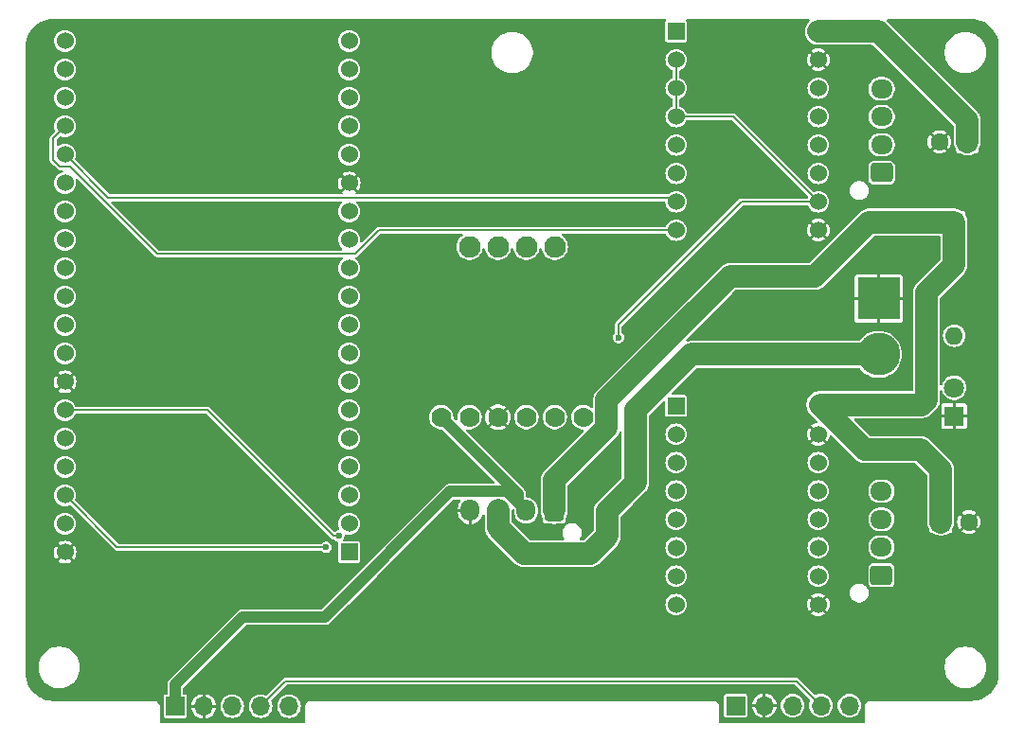
<source format=gbr>
%TF.GenerationSoftware,KiCad,Pcbnew,8.0.5*%
%TF.CreationDate,2024-09-19T11:27:23+10:00*%
%TF.ProjectId,SBR2.1,53425232-2e31-42e6-9b69-6361645f7063,rev?*%
%TF.SameCoordinates,Original*%
%TF.FileFunction,Copper,L2,Bot*%
%TF.FilePolarity,Positive*%
%FSLAX46Y46*%
G04 Gerber Fmt 4.6, Leading zero omitted, Abs format (unit mm)*
G04 Created by KiCad (PCBNEW 8.0.5) date 2024-09-19 11:27:23*
%MOMM*%
%LPD*%
G01*
G04 APERTURE LIST*
G04 Aperture macros list*
%AMRoundRect*
0 Rectangle with rounded corners*
0 $1 Rounding radius*
0 $2 $3 $4 $5 $6 $7 $8 $9 X,Y pos of 4 corners*
0 Add a 4 corners polygon primitive as box body*
4,1,4,$2,$3,$4,$5,$6,$7,$8,$9,$2,$3,0*
0 Add four circle primitives for the rounded corners*
1,1,$1+$1,$2,$3*
1,1,$1+$1,$4,$5*
1,1,$1+$1,$6,$7*
1,1,$1+$1,$8,$9*
0 Add four rect primitives between the rounded corners*
20,1,$1+$1,$2,$3,$4,$5,0*
20,1,$1+$1,$4,$5,$6,$7,0*
20,1,$1+$1,$6,$7,$8,$9,0*
20,1,$1+$1,$8,$9,$2,$3,0*%
G04 Aperture macros list end*
%TA.AperFunction,ComponentPad*%
%ADD10RoundRect,0.250000X0.600000X0.725000X-0.600000X0.725000X-0.600000X-0.725000X0.600000X-0.725000X0*%
%TD*%
%TA.AperFunction,ComponentPad*%
%ADD11O,1.700000X1.950000*%
%TD*%
%TA.AperFunction,ComponentPad*%
%ADD12R,1.600000X1.600000*%
%TD*%
%TA.AperFunction,ComponentPad*%
%ADD13C,1.600000*%
%TD*%
%TA.AperFunction,ComponentPad*%
%ADD14R,1.530000X1.530000*%
%TD*%
%TA.AperFunction,ComponentPad*%
%ADD15C,1.530000*%
%TD*%
%TA.AperFunction,ComponentPad*%
%ADD16R,1.800000X1.800000*%
%TD*%
%TA.AperFunction,ComponentPad*%
%ADD17C,1.800000*%
%TD*%
%TA.AperFunction,ComponentPad*%
%ADD18R,1.700000X1.700000*%
%TD*%
%TA.AperFunction,ComponentPad*%
%ADD19O,1.700000X1.700000*%
%TD*%
%TA.AperFunction,ComponentPad*%
%ADD20C,1.778000*%
%TD*%
%TA.AperFunction,ComponentPad*%
%ADD21C,1.930400*%
%TD*%
%TA.AperFunction,ComponentPad*%
%ADD22O,1.600000X1.600000*%
%TD*%
%TA.AperFunction,ComponentPad*%
%ADD23R,3.800000X3.800000*%
%TD*%
%TA.AperFunction,ComponentPad*%
%ADD24C,3.800000*%
%TD*%
%TA.AperFunction,ComponentPad*%
%ADD25RoundRect,0.250000X0.725000X-0.600000X0.725000X0.600000X-0.725000X0.600000X-0.725000X-0.600000X0*%
%TD*%
%TA.AperFunction,ComponentPad*%
%ADD26O,1.950000X1.700000*%
%TD*%
%TA.AperFunction,ViaPad*%
%ADD27C,0.600000*%
%TD*%
%TA.AperFunction,Conductor*%
%ADD28C,0.200000*%
%TD*%
%TA.AperFunction,Conductor*%
%ADD29C,2.000000*%
%TD*%
%TA.AperFunction,Conductor*%
%ADD30C,1.000000*%
%TD*%
G04 APERTURE END LIST*
D10*
%TO.P,J4,1,Pin_1*%
%TO.N,+15V*%
X130750000Y-82475000D03*
D11*
%TO.P,J4,2,Pin_2*%
%TO.N,+5V*%
X128250000Y-82475000D03*
%TO.P,J4,3,Pin_3*%
%TO.N,Net-(J1-Pin_2)*%
X125750000Y-82475000D03*
%TO.P,J4,4,Pin_4*%
%TO.N,GND*%
X123250000Y-82475000D03*
%TD*%
D12*
%TO.P,C4,1*%
%TO.N,+15V*%
X165317621Y-83500000D03*
D13*
%TO.P,C4,2*%
%TO.N,GND*%
X167817621Y-83500000D03*
%TD*%
D14*
%TO.P,U2,1,~{ENABLE}*%
%TO.N,unconnected-(U2-~{ENABLE}-Pad1)*%
X141650000Y-39610000D03*
D15*
%TO.P,U2,2,MS1*%
%TO.N,+5V*%
X141650000Y-42150000D03*
%TO.P,U2,3,MS2*%
X141650000Y-44690000D03*
%TO.P,U2,4,MS3*%
X141650000Y-47230000D03*
%TO.P,U2,5,~{RESET}*%
%TO.N,Net-(U2-~{RESET})*%
X141650000Y-49770000D03*
%TO.P,U2,6,~{SLEEP}*%
X141650000Y-52310000D03*
%TO.P,U2,7,STEP*%
%TO.N,/M2STEP*%
X141650000Y-54850000D03*
%TO.P,U2,8,DIR*%
%TO.N,/M2DIR*%
X141650000Y-57390000D03*
%TO.P,U2,9,GND*%
%TO.N,GND*%
X154350000Y-57390000D03*
%TO.P,U2,10,VDD*%
%TO.N,+5V*%
X154350000Y-54850000D03*
%TO.P,U2,11,1B*%
%TO.N,Net-(J3-Pin_1)*%
X154350000Y-52310000D03*
%TO.P,U2,12,1A*%
%TO.N,Net-(J3-Pin_2)*%
X154350000Y-49770000D03*
%TO.P,U2,13,2A*%
%TO.N,Net-(J3-Pin_3)*%
X154350000Y-47230000D03*
%TO.P,U2,14,2B*%
%TO.N,Net-(J3-Pin_4)*%
X154350000Y-44690000D03*
%TO.P,U2,15,GND__1*%
%TO.N,GND*%
X154350000Y-42150000D03*
%TO.P,U2,16,VMOT*%
%TO.N,+15V*%
X154350000Y-39610000D03*
%TD*%
D16*
%TO.P,D2,1,K*%
%TO.N,GND*%
X166500000Y-74025000D03*
D17*
%TO.P,D2,2,A*%
%TO.N,Net-(D2-A)*%
X166500000Y-71485000D03*
%TD*%
D18*
%TO.P,J9,1,Pin_1*%
%TO.N,+5V*%
X146980000Y-99925000D03*
D19*
%TO.P,J9,2,Pin_2*%
%TO.N,GND*%
X149520000Y-99925000D03*
%TO.P,J9,3,Pin_3*%
%TO.N,unconnected-(J9-Pin_3-Pad3)*%
X152060000Y-99925000D03*
%TO.P,J9,4,Pin_4*%
%TO.N,/CS1*%
X154600000Y-99925000D03*
%TO.P,J9,5,Pin_5*%
%TO.N,/CLK*%
X157140000Y-99925000D03*
%TD*%
D20*
%TO.P,U6,1,VIN*%
%TO.N,+5V*%
X120650000Y-74120000D03*
%TO.P,U6,2,3VO*%
%TO.N,unconnected-(U6-3VO-Pad2)*%
X123190000Y-74120000D03*
%TO.P,U6,3,GND*%
%TO.N,GND*%
X125730000Y-74120000D03*
%TO.P,U6,4,SCL*%
%TO.N,/SCL*%
X128270000Y-74120000D03*
%TO.P,U6,5,SDA*%
%TO.N,/SDA*%
X130810000Y-74120000D03*
%TO.P,U6,6,RST*%
%TO.N,unconnected-(U6-RST-Pad6)*%
X133350000Y-74120000D03*
D21*
%TO.P,U6,7,INT*%
%TO.N,unconnected-(U6-INT-Pad7)*%
X123190000Y-58880000D03*
%TO.P,U6,8,ADR*%
%TO.N,unconnected-(U6-ADR-Pad8)*%
X125730000Y-58880000D03*
%TO.P,U6,9,PS0*%
%TO.N,unconnected-(U6-PS0-Pad9)*%
X128270000Y-58880000D03*
%TO.P,U6,10,PS1*%
%TO.N,unconnected-(U6-PS1-Pad10)*%
X130810000Y-58880000D03*
%TD*%
D14*
%TO.P,U3,1,3V3*%
%TO.N,+3V3*%
X112427500Y-86200000D03*
D15*
%TO.P,U3,2,EN*%
%TO.N,unconnected-(U3-EN-Pad2)*%
X112427500Y-83660000D03*
%TO.P,U3,3,SENSOR_VP*%
%TO.N,unconnected-(U3-SENSOR_VP-Pad3)*%
X112427500Y-81120000D03*
%TO.P,U3,4,SENSOR_VN*%
%TO.N,unconnected-(U3-SENSOR_VN-Pad4)*%
X112427500Y-78580000D03*
%TO.P,U3,5,IO34*%
%TO.N,unconnected-(U3-IO34-Pad5)*%
X112427500Y-76040000D03*
%TO.P,U3,6,IO35*%
%TO.N,unconnected-(U3-IO35-Pad6)*%
X112427500Y-73500000D03*
%TO.P,U3,7,IO32*%
%TO.N,unconnected-(U3-IO32-Pad7)*%
X112427500Y-70960000D03*
%TO.P,U3,8,IO33*%
%TO.N,unconnected-(U3-IO33-Pad8)*%
X112427500Y-68420000D03*
%TO.P,U3,9,IO25*%
%TO.N,unconnected-(U3-IO25-Pad9)*%
X112427500Y-65880000D03*
%TO.P,U3,10,IO26*%
%TO.N,unconnected-(U3-IO26-Pad10)*%
X112427500Y-63340000D03*
%TO.P,U3,11,IO27*%
%TO.N,unconnected-(U3-IO27-Pad11)*%
X112427500Y-60800000D03*
%TO.P,U3,12,IO14*%
%TO.N,unconnected-(U3-IO14-Pad12)*%
X112427500Y-58260000D03*
%TO.P,U3,13,IO12*%
%TO.N,unconnected-(U3-IO12-Pad13)*%
X112427500Y-55720000D03*
%TO.P,U3,14,GND1*%
%TO.N,GND*%
X112427500Y-53180000D03*
%TO.P,U3,15,IO13*%
%TO.N,unconnected-(U3-IO13-Pad15)*%
X112427500Y-50640000D03*
%TO.P,U3,16,SD2*%
%TO.N,unconnected-(U3-SD2-Pad16)*%
X112427500Y-48100000D03*
%TO.P,U3,17,SD3*%
%TO.N,unconnected-(U3-SD3-Pad17)*%
X112427500Y-45560000D03*
%TO.P,U3,18,CMD*%
%TO.N,unconnected-(U3-CMD-Pad18)*%
X112427500Y-43020000D03*
%TO.P,U3,19,EXT_5V*%
%TO.N,+5V*%
X112427500Y-40480000D03*
%TO.P,U3,20,CLK*%
%TO.N,unconnected-(U3-CLK-Pad20)*%
X87027500Y-40480000D03*
%TO.P,U3,21,SD0*%
%TO.N,unconnected-(U3-SD0-Pad21)*%
X87027500Y-43020000D03*
%TO.P,U3,22,SD1*%
%TO.N,unconnected-(U3-SD1-Pad22)*%
X87027500Y-45560000D03*
%TO.P,U3,23,IO15*%
%TO.N,/M2DIR*%
X87027500Y-48100000D03*
%TO.P,U3,24,IO2*%
%TO.N,/M2STEP*%
X87027500Y-50640000D03*
%TO.P,U3,25,IO0*%
%TO.N,/M1DIR*%
X87027500Y-53180000D03*
%TO.P,U3,26,IO4*%
%TO.N,/M1STEP*%
X87027500Y-55720000D03*
%TO.P,U3,27,IO16*%
%TO.N,unconnected-(U3-IO16-Pad27)*%
X87027500Y-58260000D03*
%TO.P,U3,28,IO17*%
%TO.N,/CS1*%
X87027500Y-60800000D03*
%TO.P,U3,29,IO5*%
%TO.N,unconnected-(U3-IO5-Pad29)*%
X87027500Y-63340000D03*
%TO.P,U3,30,IO18*%
%TO.N,/CLK*%
X87027500Y-65880000D03*
%TO.P,U3,31,IO19*%
%TO.N,unconnected-(U3-IO19-Pad31)*%
X87027500Y-68420000D03*
%TO.P,U3,32,GND2*%
%TO.N,GND*%
X87027500Y-70960000D03*
%TO.P,U3,33,IO21*%
%TO.N,/SDA*%
X87027500Y-73500000D03*
%TO.P,U3,34,RXD0*%
%TO.N,unconnected-(U3-RXD0-Pad34)*%
X87027500Y-76040000D03*
%TO.P,U3,35,TXD0*%
%TO.N,unconnected-(U3-TXD0-Pad35)*%
X87027500Y-78580000D03*
%TO.P,U3,36,IO22*%
%TO.N,/SCL*%
X87027500Y-81120000D03*
%TO.P,U3,37,IO23*%
%TO.N,/DIN*%
X87027500Y-83660000D03*
%TO.P,U3,38,GND3*%
%TO.N,GND*%
X87027500Y-86200000D03*
%TD*%
D12*
%TO.P,D1,1,K*%
%TO.N,+15V*%
X166500000Y-56670000D03*
D22*
%TO.P,D1,2,A*%
%TO.N,Net-(D1-A)*%
X166500000Y-66830000D03*
%TD*%
D18*
%TO.P,J8,1,Pin_1*%
%TO.N,+5V*%
X96890000Y-99975000D03*
D19*
%TO.P,J8,2,Pin_2*%
%TO.N,GND*%
X99430000Y-99975000D03*
%TO.P,J8,3,Pin_3*%
%TO.N,/DIN*%
X101970000Y-99975000D03*
%TO.P,J8,4,Pin_4*%
%TO.N,/CS1*%
X104510000Y-99975000D03*
%TO.P,J8,5,Pin_5*%
%TO.N,/CLK*%
X107050000Y-99975000D03*
%TD*%
D12*
%TO.P,C3,1*%
%TO.N,+15V*%
X167682380Y-49500000D03*
D13*
%TO.P,C3,2*%
%TO.N,GND*%
X165182380Y-49500000D03*
%TD*%
D23*
%TO.P,J1,1,Pin_1*%
%TO.N,GND*%
X159750000Y-63500000D03*
D24*
%TO.P,J1,2,Pin_2*%
%TO.N,Net-(J1-Pin_2)*%
X159750000Y-68500000D03*
%TD*%
D14*
%TO.P,U1,1,~{ENABLE}*%
%TO.N,unconnected-(U1-~{ENABLE}-Pad1)*%
X141650000Y-73110000D03*
D15*
%TO.P,U1,2,MS1*%
%TO.N,+5V*%
X141650000Y-75650000D03*
%TO.P,U1,3,MS2*%
X141650000Y-78190000D03*
%TO.P,U1,4,MS3*%
X141650000Y-80730000D03*
%TO.P,U1,5,~{RESET}*%
%TO.N,Net-(U1-~{RESET})*%
X141650000Y-83270000D03*
%TO.P,U1,6,~{SLEEP}*%
X141650000Y-85810000D03*
%TO.P,U1,7,STEP*%
%TO.N,/M1STEP*%
X141650000Y-88350000D03*
%TO.P,U1,8,DIR*%
%TO.N,/M1DIR*%
X141650000Y-90890000D03*
%TO.P,U1,9,GND*%
%TO.N,GND*%
X154350000Y-90890000D03*
%TO.P,U1,10,VDD*%
%TO.N,+5V*%
X154350000Y-88350000D03*
%TO.P,U1,11,1B*%
%TO.N,Net-(J2-Pin_1)*%
X154350000Y-85810000D03*
%TO.P,U1,12,1A*%
%TO.N,Net-(J2-Pin_2)*%
X154350000Y-83270000D03*
%TO.P,U1,13,2A*%
%TO.N,Net-(J2-Pin_3)*%
X154350000Y-80730000D03*
%TO.P,U1,14,2B*%
%TO.N,Net-(J2-Pin_4)*%
X154350000Y-78190000D03*
%TO.P,U1,15,GND__1*%
%TO.N,GND*%
X154350000Y-75650000D03*
%TO.P,U1,16,VMOT*%
%TO.N,+15V*%
X154350000Y-73110000D03*
%TD*%
D25*
%TO.P,J3,1,Pin_1*%
%TO.N,Net-(J3-Pin_1)*%
X160025000Y-52250000D03*
D26*
%TO.P,J3,2,Pin_2*%
%TO.N,Net-(J3-Pin_2)*%
X160025000Y-49750000D03*
%TO.P,J3,3,Pin_3*%
%TO.N,Net-(J3-Pin_3)*%
X160025000Y-47250000D03*
%TO.P,J3,4,Pin_4*%
%TO.N,Net-(J3-Pin_4)*%
X160025000Y-44750000D03*
%TD*%
D25*
%TO.P,J2,1,Pin_1*%
%TO.N,Net-(J2-Pin_1)*%
X160000000Y-88250000D03*
D26*
%TO.P,J2,2,Pin_2*%
%TO.N,Net-(J2-Pin_2)*%
X160000000Y-85750000D03*
%TO.P,J2,3,Pin_3*%
%TO.N,Net-(J2-Pin_3)*%
X160000000Y-83250000D03*
%TO.P,J2,4,Pin_4*%
%TO.N,Net-(J2-Pin_4)*%
X160000000Y-80750000D03*
%TD*%
D27*
%TO.N,+5V*%
X136500000Y-67000000D03*
%TO.N,GND*%
X147000000Y-59250000D03*
X153000000Y-59250000D03*
X153750000Y-59250000D03*
X150000000Y-59250000D03*
X149250000Y-59250000D03*
X151500000Y-59250000D03*
X150750000Y-59250000D03*
X148500000Y-59250000D03*
X147750000Y-59250000D03*
X152250000Y-59250000D03*
X153750000Y-71500000D03*
X153000000Y-71500000D03*
X152250000Y-71500000D03*
X151500000Y-71500000D03*
X150750000Y-71500000D03*
X150000000Y-71500000D03*
X149250000Y-71500000D03*
X148500000Y-71500000D03*
X147750000Y-71500000D03*
X147000000Y-71500000D03*
%TO.N,+15V*%
X145875000Y-62125000D03*
X145250000Y-62750000D03*
%TO.N,/SDA*%
X111500000Y-84750000D03*
%TO.N,/SCL*%
X110350000Y-85750000D03*
%TD*%
D28*
%TO.N,/M2STEP*%
X90887500Y-54500000D02*
X87027500Y-50640000D01*
X141650000Y-54850000D02*
X141300000Y-54500000D01*
X141300000Y-54500000D02*
X90887500Y-54500000D01*
%TO.N,/M2DIR*%
X85962500Y-49165000D02*
X87027500Y-48100000D01*
X87468638Y-51705000D02*
X86586362Y-51705000D01*
X86586362Y-51705000D02*
X85962500Y-51081138D01*
X113000000Y-59500000D02*
X95263638Y-59500000D01*
X95263638Y-59500000D02*
X87468638Y-51705000D01*
X85962500Y-51081138D02*
X85962500Y-49165000D01*
X115110000Y-57390000D02*
X113000000Y-59500000D01*
X141650000Y-57390000D02*
X115110000Y-57390000D01*
%TO.N,+5V*%
X147480000Y-54850000D02*
X154350000Y-54850000D01*
X136500000Y-65830000D02*
X147480000Y-54850000D01*
X136500000Y-67000000D02*
X136500000Y-65830000D01*
X146730000Y-47230000D02*
X141650000Y-47230000D01*
X154350000Y-54850000D02*
X146730000Y-47230000D01*
X141650000Y-42150000D02*
X141650000Y-47230000D01*
D29*
%TO.N,+15V*%
X145875000Y-62125000D02*
X146500000Y-61500000D01*
X135439000Y-72561000D02*
X143750000Y-64250000D01*
X143750000Y-64250000D02*
X145875000Y-62125000D01*
X158880000Y-56670000D02*
X166500000Y-56670000D01*
X135439000Y-75061000D02*
X135439000Y-72561000D01*
X146500000Y-61500000D02*
X154050000Y-61500000D01*
X130750000Y-82475000D02*
X130750000Y-79750000D01*
X130750000Y-79750000D02*
X135439000Y-75061000D01*
X154050000Y-61500000D02*
X158880000Y-56670000D01*
D30*
%TO.N,+5V*%
X96890000Y-98025000D02*
X96890000Y-99975000D01*
X102915000Y-92000000D02*
X96890000Y-98025000D01*
X110250000Y-92000000D02*
X102915000Y-92000000D01*
X121475000Y-80775000D02*
X110250000Y-92000000D01*
X127512500Y-81737500D02*
X126550000Y-80775000D01*
X126550000Y-80775000D02*
X121475000Y-80775000D01*
D29*
%TO.N,Net-(J1-Pin_2)*%
X125750000Y-84000000D02*
X125750000Y-82475000D01*
X135500000Y-84750000D02*
X133925000Y-86325000D01*
X135500000Y-82500000D02*
X135500000Y-84750000D01*
X133925000Y-86325000D02*
X128075000Y-86325000D01*
X143000000Y-68500000D02*
X138000000Y-73500000D01*
X138000000Y-80000000D02*
X135500000Y-82500000D01*
X138000000Y-73500000D02*
X138000000Y-80000000D01*
X159000000Y-68500000D02*
X143000000Y-68500000D01*
X128075000Y-86325000D02*
X125750000Y-84000000D01*
D30*
%TO.N,+5V*%
X127512500Y-80982500D02*
X120650000Y-74120000D01*
X127512500Y-81737500D02*
X127512500Y-80982500D01*
X128250000Y-82475000D02*
X127512500Y-81737500D01*
D29*
%TO.N,+15V*%
X163500000Y-77000000D02*
X165317621Y-78817621D01*
X166500000Y-56670000D02*
X166500000Y-60500000D01*
X154350000Y-39610000D02*
X159701190Y-39610000D01*
X159701190Y-39610000D02*
X167682380Y-47591190D01*
X164000000Y-72600000D02*
X163600000Y-73000000D01*
X167682380Y-47591190D02*
X167682380Y-49500000D01*
X158500000Y-77000000D02*
X163500000Y-77000000D01*
X164000000Y-63000000D02*
X164000000Y-72600000D01*
X165317621Y-78817621D02*
X165317621Y-83500000D01*
X154500000Y-73000000D02*
X158500000Y-77000000D01*
X166500000Y-60500000D02*
X164000000Y-63000000D01*
X163600000Y-73000000D02*
X154500000Y-73000000D01*
D28*
%TO.N,/SDA*%
X99750000Y-73500000D02*
X87027500Y-73500000D01*
X111000000Y-84750000D02*
X99750000Y-73500000D01*
X111500000Y-84750000D02*
X111000000Y-84750000D01*
%TO.N,/SCL*%
X91657500Y-85750000D02*
X87027500Y-81120000D01*
X110350000Y-85750000D02*
X91657500Y-85750000D01*
%TO.N,/CS1*%
X154600000Y-99925000D02*
X152425000Y-97750000D01*
X152425000Y-97750000D02*
X106735000Y-97750000D01*
X106735000Y-97750000D02*
X104510000Y-99975000D01*
%TD*%
%TA.AperFunction,Conductor*%
%TO.N,GND*%
G36*
X140709100Y-38520185D02*
G01*
X140754855Y-38572989D01*
X140764799Y-38642147D01*
X140745163Y-38693391D01*
X140696132Y-38766769D01*
X140696131Y-38766770D01*
X140684500Y-38825247D01*
X140684500Y-40394752D01*
X140696131Y-40453229D01*
X140696132Y-40453230D01*
X140740447Y-40519552D01*
X140806769Y-40563867D01*
X140806770Y-40563868D01*
X140865247Y-40575499D01*
X140865250Y-40575500D01*
X140865252Y-40575500D01*
X142434750Y-40575500D01*
X142434751Y-40575499D01*
X142449568Y-40572552D01*
X142493229Y-40563868D01*
X142493229Y-40563867D01*
X142493231Y-40563867D01*
X142559552Y-40519552D01*
X142603867Y-40453231D01*
X142603867Y-40453229D01*
X142603868Y-40453229D01*
X142615499Y-40394752D01*
X142615500Y-40394750D01*
X142615500Y-38825249D01*
X142615499Y-38825247D01*
X142603868Y-38766770D01*
X142603867Y-38766769D01*
X142554837Y-38693391D01*
X142533959Y-38626714D01*
X142552443Y-38559334D01*
X142604422Y-38512643D01*
X142657939Y-38500500D01*
X153462375Y-38500500D01*
X153529414Y-38520185D01*
X153575169Y-38572989D01*
X153585113Y-38642147D01*
X153556088Y-38705703D01*
X153550056Y-38712181D01*
X153434312Y-38827924D01*
X153434312Y-38827925D01*
X153434310Y-38827927D01*
X153386610Y-38893579D01*
X153323240Y-38980800D01*
X153237454Y-39149163D01*
X153179059Y-39328881D01*
X153149500Y-39515513D01*
X153149500Y-39704486D01*
X153179059Y-39891118D01*
X153237454Y-40070836D01*
X153323240Y-40239199D01*
X153434310Y-40392073D01*
X153567927Y-40525690D01*
X153720801Y-40636760D01*
X153784604Y-40669269D01*
X153889163Y-40722545D01*
X153889165Y-40722545D01*
X153889168Y-40722547D01*
X153985497Y-40753846D01*
X154068881Y-40780940D01*
X154255514Y-40810500D01*
X154255519Y-40810500D01*
X159152564Y-40810500D01*
X159219603Y-40830185D01*
X159240245Y-40846819D01*
X166445561Y-48052135D01*
X166479046Y-48113458D01*
X166481880Y-48139816D01*
X166481880Y-49457549D01*
X166469558Y-49499512D01*
X166479708Y-49519345D01*
X166481880Y-49542450D01*
X166481880Y-49594486D01*
X166511439Y-49781118D01*
X166569834Y-49960836D01*
X166633696Y-50086171D01*
X166655620Y-50129199D01*
X166658194Y-50132742D01*
X166681677Y-50198546D01*
X166681880Y-50205632D01*
X166681880Y-50319752D01*
X166693511Y-50378229D01*
X166693512Y-50378230D01*
X166737827Y-50444552D01*
X166804149Y-50488867D01*
X166804150Y-50488868D01*
X166862627Y-50500499D01*
X166862630Y-50500500D01*
X166862632Y-50500500D01*
X166976747Y-50500500D01*
X167043786Y-50520185D01*
X167049634Y-50524183D01*
X167053179Y-50526759D01*
X167221543Y-50612545D01*
X167221545Y-50612545D01*
X167221548Y-50612547D01*
X167306039Y-50640000D01*
X167401261Y-50670940D01*
X167587894Y-50700500D01*
X167587899Y-50700500D01*
X167776866Y-50700500D01*
X167963498Y-50670940D01*
X168143212Y-50612547D01*
X168311579Y-50526760D01*
X168315126Y-50524183D01*
X168380932Y-50500702D01*
X168388013Y-50500500D01*
X168502130Y-50500500D01*
X168502131Y-50500499D01*
X168516948Y-50497552D01*
X168560609Y-50488868D01*
X168560609Y-50488867D01*
X168560611Y-50488867D01*
X168626932Y-50444552D01*
X168671247Y-50378231D01*
X168671247Y-50378229D01*
X168671248Y-50378229D01*
X168679932Y-50334568D01*
X168682880Y-50319748D01*
X168682880Y-50205632D01*
X168702565Y-50138593D01*
X168706557Y-50132753D01*
X168709140Y-50129199D01*
X168794927Y-49960832D01*
X168853320Y-49781118D01*
X168857264Y-49756218D01*
X168882880Y-49594486D01*
X168882880Y-47496703D01*
X168853320Y-47310071D01*
X168800812Y-47148470D01*
X168794927Y-47130358D01*
X168794925Y-47130355D01*
X168794925Y-47130353D01*
X168723177Y-46989541D01*
X168709140Y-46961991D01*
X168703989Y-46954901D01*
X168634119Y-46858732D01*
X168634116Y-46858729D01*
X168598070Y-46809116D01*
X163167665Y-41378711D01*
X165649500Y-41378711D01*
X165649500Y-41621288D01*
X165681161Y-41861785D01*
X165743947Y-42096104D01*
X165836773Y-42320205D01*
X165836777Y-42320214D01*
X165847780Y-42339271D01*
X165958064Y-42530289D01*
X165958066Y-42530292D01*
X165958067Y-42530293D01*
X166105733Y-42722736D01*
X166105739Y-42722743D01*
X166277256Y-42894260D01*
X166277262Y-42894265D01*
X166469711Y-43041936D01*
X166679788Y-43163224D01*
X166903900Y-43256054D01*
X167138211Y-43318838D01*
X167318586Y-43342584D01*
X167378711Y-43350500D01*
X167378712Y-43350500D01*
X167621289Y-43350500D01*
X167669388Y-43344167D01*
X167861789Y-43318838D01*
X168096100Y-43256054D01*
X168320212Y-43163224D01*
X168530289Y-43041936D01*
X168722738Y-42894265D01*
X168894265Y-42722738D01*
X169041936Y-42530289D01*
X169163224Y-42320212D01*
X169256054Y-42096100D01*
X169318838Y-41861789D01*
X169350500Y-41621288D01*
X169350500Y-41378712D01*
X169318838Y-41138211D01*
X169256054Y-40903900D01*
X169163224Y-40679788D01*
X169041936Y-40469711D01*
X168981018Y-40390321D01*
X168894266Y-40277263D01*
X168894260Y-40277256D01*
X168722743Y-40105739D01*
X168722736Y-40105733D01*
X168530293Y-39958067D01*
X168530292Y-39958066D01*
X168530289Y-39958064D01*
X168334912Y-39845263D01*
X168320214Y-39836777D01*
X168320205Y-39836773D01*
X168096104Y-39743947D01*
X167861785Y-39681161D01*
X167621289Y-39649500D01*
X167621288Y-39649500D01*
X167378712Y-39649500D01*
X167378711Y-39649500D01*
X167138214Y-39681161D01*
X166903895Y-39743947D01*
X166679794Y-39836773D01*
X166679785Y-39836777D01*
X166469706Y-39958067D01*
X166277263Y-40105733D01*
X166277256Y-40105739D01*
X166105739Y-40277256D01*
X166105733Y-40277263D01*
X165958067Y-40469706D01*
X165836777Y-40679785D01*
X165836773Y-40679794D01*
X165743947Y-40903895D01*
X165681161Y-41138214D01*
X165649500Y-41378711D01*
X163167665Y-41378711D01*
X160501135Y-38712181D01*
X160467650Y-38650858D01*
X160472634Y-38581166D01*
X160514506Y-38525233D01*
X160579970Y-38500816D01*
X160588816Y-38500500D01*
X167934108Y-38500500D01*
X167996249Y-38500500D01*
X168003736Y-38500726D01*
X168293796Y-38518271D01*
X168308657Y-38520075D01*
X168590798Y-38571780D01*
X168605335Y-38575363D01*
X168879172Y-38660695D01*
X168893163Y-38666000D01*
X169154743Y-38783727D01*
X169167989Y-38790680D01*
X169413465Y-38939075D01*
X169425776Y-38947573D01*
X169468189Y-38980801D01*
X169651573Y-39124473D01*
X169662781Y-39134403D01*
X169865596Y-39337218D01*
X169875526Y-39348426D01*
X170016581Y-39528470D01*
X170052422Y-39574217D01*
X170060926Y-39586537D01*
X170118128Y-39681161D01*
X170209316Y-39832004D01*
X170216275Y-39845263D01*
X170333997Y-40106831D01*
X170339306Y-40120832D01*
X170424635Y-40394663D01*
X170428219Y-40409201D01*
X170479923Y-40691340D01*
X170481728Y-40706205D01*
X170499274Y-40996263D01*
X170499500Y-41003750D01*
X170499501Y-96934109D01*
X170499501Y-96996250D01*
X170499275Y-97003737D01*
X170481729Y-97293795D01*
X170479924Y-97308660D01*
X170428220Y-97590798D01*
X170424636Y-97605336D01*
X170339305Y-97879175D01*
X170333995Y-97893177D01*
X170216278Y-98154731D01*
X170209320Y-98167988D01*
X170060929Y-98413459D01*
X170052423Y-98425783D01*
X169875526Y-98651574D01*
X169865596Y-98662782D01*
X169662782Y-98865596D01*
X169651574Y-98875526D01*
X169425783Y-99052423D01*
X169413459Y-99060929D01*
X169167988Y-99209320D01*
X169154731Y-99216278D01*
X168893177Y-99333995D01*
X168879175Y-99339305D01*
X168605336Y-99424636D01*
X168590798Y-99428220D01*
X168308660Y-99479924D01*
X168293795Y-99481729D01*
X168014455Y-99498625D01*
X168003736Y-99499274D01*
X167996251Y-99499500D01*
X158934108Y-99499500D01*
X158806812Y-99533608D01*
X158692686Y-99599500D01*
X158692683Y-99599502D01*
X158599502Y-99692683D01*
X158599500Y-99692686D01*
X158533608Y-99806812D01*
X158499500Y-99934108D01*
X158499500Y-101375500D01*
X158479815Y-101442539D01*
X158427011Y-101488294D01*
X158375500Y-101499500D01*
X145624500Y-101499500D01*
X145557461Y-101479815D01*
X145511706Y-101427011D01*
X145500500Y-101375500D01*
X145500500Y-99934110D01*
X145500500Y-99934108D01*
X145466392Y-99806814D01*
X145400500Y-99692686D01*
X145307314Y-99599500D01*
X145233368Y-99556807D01*
X145193187Y-99533608D01*
X145129539Y-99516554D01*
X145065892Y-99499500D01*
X109065892Y-99499500D01*
X108934108Y-99499500D01*
X108806812Y-99533608D01*
X108692686Y-99599500D01*
X108692683Y-99599502D01*
X108599502Y-99692683D01*
X108599500Y-99692686D01*
X108533608Y-99806812D01*
X108499500Y-99934108D01*
X108499500Y-101375500D01*
X108479815Y-101442539D01*
X108427011Y-101488294D01*
X108375500Y-101499500D01*
X95624500Y-101499500D01*
X95557461Y-101479815D01*
X95511706Y-101427011D01*
X95500500Y-101375500D01*
X95500500Y-99934110D01*
X95500500Y-99934108D01*
X95466392Y-99806814D01*
X95400500Y-99692686D01*
X95307314Y-99599500D01*
X95233368Y-99556807D01*
X95193187Y-99533608D01*
X95129539Y-99516554D01*
X95065892Y-99499500D01*
X95065891Y-99499500D01*
X86003734Y-99499500D01*
X85996247Y-99499274D01*
X85706205Y-99481729D01*
X85691340Y-99479924D01*
X85409201Y-99428220D01*
X85394663Y-99424636D01*
X85120832Y-99339307D01*
X85106831Y-99333998D01*
X84845263Y-99216276D01*
X84832004Y-99209317D01*
X84781174Y-99178589D01*
X84659851Y-99105247D01*
X95839500Y-99105247D01*
X95839500Y-100844752D01*
X95851131Y-100903229D01*
X95851132Y-100903230D01*
X95895447Y-100969552D01*
X95961769Y-101013867D01*
X95961770Y-101013868D01*
X96020247Y-101025499D01*
X96020250Y-101025500D01*
X96020252Y-101025500D01*
X97759750Y-101025500D01*
X97759751Y-101025499D01*
X97783950Y-101020686D01*
X97818229Y-101013868D01*
X97818229Y-101013867D01*
X97818231Y-101013867D01*
X97884552Y-100969552D01*
X97928867Y-100903231D01*
X97928867Y-100903229D01*
X97928868Y-100903229D01*
X97940499Y-100844752D01*
X97940500Y-100844750D01*
X97940500Y-99849999D01*
X98336869Y-99849999D01*
X98336870Y-99850000D01*
X98945856Y-99850000D01*
X98930000Y-99909174D01*
X98930000Y-100040826D01*
X98945856Y-100100000D01*
X98336870Y-100100000D01*
X98344097Y-100177989D01*
X98344097Y-100177992D01*
X98399883Y-100374063D01*
X98399886Y-100374069D01*
X98490754Y-100556556D01*
X98613608Y-100719242D01*
X98764260Y-100856578D01*
X98937584Y-100963897D01*
X99127678Y-101037539D01*
X99305000Y-101070686D01*
X99305000Y-100459144D01*
X99364174Y-100475000D01*
X99495826Y-100475000D01*
X99555000Y-100459144D01*
X99555000Y-101070686D01*
X99732321Y-101037539D01*
X99922415Y-100963897D01*
X100095739Y-100856578D01*
X100246391Y-100719242D01*
X100369245Y-100556556D01*
X100460113Y-100374069D01*
X100460116Y-100374063D01*
X100515902Y-100177992D01*
X100515902Y-100177989D01*
X100523130Y-100100000D01*
X99914144Y-100100000D01*
X99930000Y-100040826D01*
X99930000Y-99975000D01*
X100914417Y-99975000D01*
X100934699Y-100180932D01*
X100964734Y-100279944D01*
X100994768Y-100378954D01*
X101092315Y-100561450D01*
X101092317Y-100561452D01*
X101223589Y-100721410D01*
X101312953Y-100794748D01*
X101383550Y-100852685D01*
X101566046Y-100950232D01*
X101764066Y-101010300D01*
X101764065Y-101010300D01*
X101782529Y-101012118D01*
X101970000Y-101030583D01*
X102175934Y-101010300D01*
X102373954Y-100950232D01*
X102556450Y-100852685D01*
X102716410Y-100721410D01*
X102847685Y-100561450D01*
X102945232Y-100378954D01*
X103005300Y-100180934D01*
X103025583Y-99975000D01*
X103454417Y-99975000D01*
X103474699Y-100180932D01*
X103504734Y-100279944D01*
X103534768Y-100378954D01*
X103632315Y-100561450D01*
X103632317Y-100561452D01*
X103763589Y-100721410D01*
X103852953Y-100794748D01*
X103923550Y-100852685D01*
X104106046Y-100950232D01*
X104304066Y-101010300D01*
X104304065Y-101010300D01*
X104322529Y-101012118D01*
X104510000Y-101030583D01*
X104715934Y-101010300D01*
X104913954Y-100950232D01*
X105096450Y-100852685D01*
X105256410Y-100721410D01*
X105387685Y-100561450D01*
X105485232Y-100378954D01*
X105545300Y-100180934D01*
X105565583Y-99975000D01*
X105994417Y-99975000D01*
X106014699Y-100180932D01*
X106044734Y-100279944D01*
X106074768Y-100378954D01*
X106172315Y-100561450D01*
X106172317Y-100561452D01*
X106303589Y-100721410D01*
X106392953Y-100794748D01*
X106463550Y-100852685D01*
X106646046Y-100950232D01*
X106844066Y-101010300D01*
X106844065Y-101010300D01*
X106862529Y-101012118D01*
X107050000Y-101030583D01*
X107255934Y-101010300D01*
X107453954Y-100950232D01*
X107636450Y-100852685D01*
X107796410Y-100721410D01*
X107927685Y-100561450D01*
X108025232Y-100378954D01*
X108085300Y-100180934D01*
X108105583Y-99975000D01*
X108085300Y-99769066D01*
X108025232Y-99571046D01*
X107927685Y-99388550D01*
X107875702Y-99325209D01*
X107796410Y-99228589D01*
X107646121Y-99105252D01*
X107636450Y-99097315D01*
X107557747Y-99055247D01*
X145929500Y-99055247D01*
X145929500Y-100794752D01*
X145941131Y-100853229D01*
X145941132Y-100853230D01*
X145985447Y-100919552D01*
X146051769Y-100963867D01*
X146051770Y-100963868D01*
X146110247Y-100975499D01*
X146110250Y-100975500D01*
X146110252Y-100975500D01*
X147849750Y-100975500D01*
X147849751Y-100975499D01*
X147864568Y-100972552D01*
X147908229Y-100963868D01*
X147908229Y-100963867D01*
X147908231Y-100963867D01*
X147974552Y-100919552D01*
X148018867Y-100853231D01*
X148018867Y-100853229D01*
X148018868Y-100853229D01*
X148030499Y-100794752D01*
X148030500Y-100794750D01*
X148030500Y-99799999D01*
X148426869Y-99799999D01*
X148426870Y-99800000D01*
X149035856Y-99800000D01*
X149020000Y-99859174D01*
X149020000Y-99990826D01*
X149035856Y-100050000D01*
X148426870Y-100050000D01*
X148434097Y-100127989D01*
X148434097Y-100127992D01*
X148489883Y-100324063D01*
X148489886Y-100324069D01*
X148580754Y-100506556D01*
X148703608Y-100669242D01*
X148854260Y-100806578D01*
X149027584Y-100913897D01*
X149217678Y-100987539D01*
X149395000Y-101020686D01*
X149395000Y-100409144D01*
X149454174Y-100425000D01*
X149585826Y-100425000D01*
X149645000Y-100409144D01*
X149645000Y-101020686D01*
X149822321Y-100987539D01*
X150012415Y-100913897D01*
X150185739Y-100806578D01*
X150336391Y-100669242D01*
X150459245Y-100506556D01*
X150550113Y-100324069D01*
X150550116Y-100324063D01*
X150605902Y-100127992D01*
X150605902Y-100127989D01*
X150613130Y-100050000D01*
X150004144Y-100050000D01*
X150020000Y-99990826D01*
X150020000Y-99925000D01*
X151004417Y-99925000D01*
X151024699Y-100130932D01*
X151039867Y-100180934D01*
X151084768Y-100328954D01*
X151182315Y-100511450D01*
X151182317Y-100511452D01*
X151313589Y-100671410D01*
X151410209Y-100750702D01*
X151473550Y-100802685D01*
X151656046Y-100900232D01*
X151854066Y-100960300D01*
X151854065Y-100960300D01*
X151872529Y-100962118D01*
X152060000Y-100980583D01*
X152265934Y-100960300D01*
X152463954Y-100900232D01*
X152646450Y-100802685D01*
X152806410Y-100671410D01*
X152937685Y-100511450D01*
X153035232Y-100328954D01*
X153095300Y-100130934D01*
X153115583Y-99925000D01*
X153095300Y-99719066D01*
X153035232Y-99521046D01*
X152937685Y-99338550D01*
X152834812Y-99213198D01*
X152806410Y-99178589D01*
X152656121Y-99055252D01*
X152646450Y-99047315D01*
X152463954Y-98949768D01*
X152265934Y-98889700D01*
X152265932Y-98889699D01*
X152265934Y-98889699D01*
X152060000Y-98869417D01*
X151854067Y-98889699D01*
X151656043Y-98949769D01*
X151548264Y-99007379D01*
X151473550Y-99047315D01*
X151473548Y-99047316D01*
X151473547Y-99047317D01*
X151313589Y-99178589D01*
X151183526Y-99337074D01*
X151182315Y-99338550D01*
X151155591Y-99388547D01*
X151084769Y-99521043D01*
X151084768Y-99521045D01*
X151084768Y-99521046D01*
X151083285Y-99525936D01*
X151024699Y-99719067D01*
X151004417Y-99925000D01*
X150020000Y-99925000D01*
X150020000Y-99859174D01*
X150004144Y-99800000D01*
X150613130Y-99800000D01*
X150613130Y-99799999D01*
X150605902Y-99722010D01*
X150605902Y-99722007D01*
X150550116Y-99525936D01*
X150550113Y-99525930D01*
X150459245Y-99343443D01*
X150336391Y-99180757D01*
X150185739Y-99043421D01*
X150012415Y-98936102D01*
X149822321Y-98862460D01*
X149645000Y-98829312D01*
X149645000Y-99440855D01*
X149585826Y-99425000D01*
X149454174Y-99425000D01*
X149395000Y-99440855D01*
X149395000Y-98829312D01*
X149217678Y-98862460D01*
X149027584Y-98936102D01*
X148854260Y-99043421D01*
X148703608Y-99180757D01*
X148580754Y-99343443D01*
X148489886Y-99525930D01*
X148489883Y-99525936D01*
X148434097Y-99722007D01*
X148434097Y-99722010D01*
X148426869Y-99799999D01*
X148030500Y-99799999D01*
X148030500Y-99055249D01*
X148030499Y-99055247D01*
X148018868Y-98996770D01*
X148018867Y-98996769D01*
X147974552Y-98930447D01*
X147908230Y-98886132D01*
X147908229Y-98886131D01*
X147849752Y-98874500D01*
X147849748Y-98874500D01*
X146110252Y-98874500D01*
X146110247Y-98874500D01*
X146051770Y-98886131D01*
X146051769Y-98886132D01*
X145985447Y-98930447D01*
X145941132Y-98996769D01*
X145941131Y-98996770D01*
X145929500Y-99055247D01*
X107557747Y-99055247D01*
X107453954Y-98999768D01*
X107255934Y-98939700D01*
X107255932Y-98939699D01*
X107255934Y-98939699D01*
X107050000Y-98919417D01*
X106844067Y-98939699D01*
X106709736Y-98980448D01*
X106655933Y-98996769D01*
X106646043Y-98999769D01*
X106547536Y-99052423D01*
X106463550Y-99097315D01*
X106463548Y-99097316D01*
X106463547Y-99097317D01*
X106303589Y-99228589D01*
X106172317Y-99388547D01*
X106172315Y-99388550D01*
X106151111Y-99428220D01*
X106074769Y-99571043D01*
X106074768Y-99571045D01*
X106074768Y-99571046D01*
X106073285Y-99575936D01*
X106014699Y-99769067D01*
X105994417Y-99975000D01*
X105565583Y-99975000D01*
X105545300Y-99769066D01*
X105485232Y-99571046D01*
X105477620Y-99556806D01*
X105463379Y-99488404D01*
X105488379Y-99423160D01*
X105499298Y-99410672D01*
X106823152Y-98086819D01*
X106884475Y-98053334D01*
X106910833Y-98050500D01*
X152249167Y-98050500D01*
X152316206Y-98070185D01*
X152336848Y-98086819D01*
X153610701Y-99360672D01*
X153644186Y-99421995D01*
X153639202Y-99491687D01*
X153632381Y-99506800D01*
X153624770Y-99521039D01*
X153564699Y-99719067D01*
X153544417Y-99925000D01*
X153564699Y-100130932D01*
X153579867Y-100180934D01*
X153624768Y-100328954D01*
X153722315Y-100511450D01*
X153722317Y-100511452D01*
X153853589Y-100671410D01*
X153950209Y-100750702D01*
X154013550Y-100802685D01*
X154196046Y-100900232D01*
X154394066Y-100960300D01*
X154394065Y-100960300D01*
X154412529Y-100962118D01*
X154600000Y-100980583D01*
X154805934Y-100960300D01*
X155003954Y-100900232D01*
X155186450Y-100802685D01*
X155346410Y-100671410D01*
X155477685Y-100511450D01*
X155575232Y-100328954D01*
X155635300Y-100130934D01*
X155655583Y-99925000D01*
X156084417Y-99925000D01*
X156104699Y-100130932D01*
X156119867Y-100180934D01*
X156164768Y-100328954D01*
X156262315Y-100511450D01*
X156262317Y-100511452D01*
X156393589Y-100671410D01*
X156490209Y-100750702D01*
X156553550Y-100802685D01*
X156736046Y-100900232D01*
X156934066Y-100960300D01*
X156934065Y-100960300D01*
X156952529Y-100962118D01*
X157140000Y-100980583D01*
X157345934Y-100960300D01*
X157543954Y-100900232D01*
X157726450Y-100802685D01*
X157886410Y-100671410D01*
X158017685Y-100511450D01*
X158115232Y-100328954D01*
X158175300Y-100130934D01*
X158195583Y-99925000D01*
X158175300Y-99719066D01*
X158115232Y-99521046D01*
X158017685Y-99338550D01*
X157914812Y-99213198D01*
X157886410Y-99178589D01*
X157736121Y-99055252D01*
X157726450Y-99047315D01*
X157543954Y-98949768D01*
X157345934Y-98889700D01*
X157345932Y-98889699D01*
X157345934Y-98889699D01*
X157140000Y-98869417D01*
X156934067Y-98889699D01*
X156736043Y-98949769D01*
X156628264Y-99007379D01*
X156553550Y-99047315D01*
X156553548Y-99047316D01*
X156553547Y-99047317D01*
X156393589Y-99178589D01*
X156263526Y-99337074D01*
X156262315Y-99338550D01*
X156235591Y-99388547D01*
X156164769Y-99521043D01*
X156164768Y-99521045D01*
X156164768Y-99521046D01*
X156163285Y-99525936D01*
X156104699Y-99719067D01*
X156084417Y-99925000D01*
X155655583Y-99925000D01*
X155635300Y-99719066D01*
X155575232Y-99521046D01*
X155477685Y-99338550D01*
X155374812Y-99213198D01*
X155346410Y-99178589D01*
X155196121Y-99055252D01*
X155186450Y-99047315D01*
X155003954Y-98949768D01*
X154805934Y-98889700D01*
X154805932Y-98889699D01*
X154805934Y-98889699D01*
X154600000Y-98869417D01*
X154394067Y-98889699D01*
X154196039Y-98949770D01*
X154181800Y-98957381D01*
X154113397Y-98971620D01*
X154048154Y-98946616D01*
X154035672Y-98935701D01*
X152609513Y-97509542D01*
X152609511Y-97509540D01*
X152593855Y-97500501D01*
X152540991Y-97469980D01*
X152540990Y-97469979D01*
X152515513Y-97463152D01*
X152464562Y-97449500D01*
X106695438Y-97449500D01*
X106657224Y-97459739D01*
X106619009Y-97469979D01*
X106619008Y-97469980D01*
X106566145Y-97500501D01*
X106550492Y-97509538D01*
X106550486Y-97509542D01*
X105074326Y-98985701D01*
X105013003Y-99019186D01*
X104943311Y-99014202D01*
X104928193Y-99007379D01*
X104913956Y-98999769D01*
X104913955Y-98999768D01*
X104913954Y-98999768D01*
X104715934Y-98939700D01*
X104715932Y-98939699D01*
X104715934Y-98939699D01*
X104510000Y-98919417D01*
X104304067Y-98939699D01*
X104169736Y-98980448D01*
X104115933Y-98996769D01*
X104106043Y-98999769D01*
X104007536Y-99052423D01*
X103923550Y-99097315D01*
X103923548Y-99097316D01*
X103923547Y-99097317D01*
X103763589Y-99228589D01*
X103632317Y-99388547D01*
X103632315Y-99388550D01*
X103611111Y-99428220D01*
X103534769Y-99571043D01*
X103534768Y-99571045D01*
X103534768Y-99571046D01*
X103533285Y-99575936D01*
X103474699Y-99769067D01*
X103454417Y-99975000D01*
X103025583Y-99975000D01*
X103005300Y-99769066D01*
X102945232Y-99571046D01*
X102847685Y-99388550D01*
X102795702Y-99325209D01*
X102716410Y-99228589D01*
X102566121Y-99105252D01*
X102556450Y-99097315D01*
X102373954Y-98999768D01*
X102175934Y-98939700D01*
X102175932Y-98939699D01*
X102175934Y-98939699D01*
X101970000Y-98919417D01*
X101764067Y-98939699D01*
X101629736Y-98980448D01*
X101575933Y-98996769D01*
X101566043Y-98999769D01*
X101467536Y-99052423D01*
X101383550Y-99097315D01*
X101383548Y-99097316D01*
X101383547Y-99097317D01*
X101223589Y-99228589D01*
X101092317Y-99388547D01*
X101092315Y-99388550D01*
X101071111Y-99428220D01*
X100994769Y-99571043D01*
X100994768Y-99571045D01*
X100994768Y-99571046D01*
X100993285Y-99575936D01*
X100934699Y-99769067D01*
X100914417Y-99975000D01*
X99930000Y-99975000D01*
X99930000Y-99909174D01*
X99914144Y-99850000D01*
X100523130Y-99850000D01*
X100523130Y-99849999D01*
X100515902Y-99772010D01*
X100515902Y-99772007D01*
X100460116Y-99575936D01*
X100460113Y-99575930D01*
X100369245Y-99393443D01*
X100246391Y-99230757D01*
X100095739Y-99093421D01*
X99922415Y-98986102D01*
X99732321Y-98912460D01*
X99555000Y-98879312D01*
X99555000Y-99490855D01*
X99495826Y-99475000D01*
X99364174Y-99475000D01*
X99305000Y-99490855D01*
X99305000Y-98879312D01*
X99127678Y-98912460D01*
X98937584Y-98986102D01*
X98764260Y-99093421D01*
X98613608Y-99230757D01*
X98490754Y-99393443D01*
X98399886Y-99575930D01*
X98399883Y-99575936D01*
X98344097Y-99772007D01*
X98344097Y-99772010D01*
X98336869Y-99849999D01*
X97940500Y-99849999D01*
X97940500Y-99105249D01*
X97940499Y-99105247D01*
X97928868Y-99046770D01*
X97928867Y-99046769D01*
X97884552Y-98980447D01*
X97818230Y-98936132D01*
X97818229Y-98936131D01*
X97759752Y-98924500D01*
X97759748Y-98924500D01*
X97714500Y-98924500D01*
X97647461Y-98904815D01*
X97601706Y-98852011D01*
X97590500Y-98800500D01*
X97590500Y-98366519D01*
X97610185Y-98299480D01*
X97626819Y-98278838D01*
X99526946Y-96378711D01*
X165649500Y-96378711D01*
X165649500Y-96621288D01*
X165681161Y-96861785D01*
X165743947Y-97096104D01*
X165775372Y-97171970D01*
X165836776Y-97320212D01*
X165958064Y-97530289D01*
X165958066Y-97530292D01*
X165958067Y-97530293D01*
X166105733Y-97722736D01*
X166105739Y-97722743D01*
X166277256Y-97894260D01*
X166277262Y-97894265D01*
X166469711Y-98041936D01*
X166679788Y-98163224D01*
X166903900Y-98256054D01*
X167138211Y-98318838D01*
X167318586Y-98342584D01*
X167378711Y-98350500D01*
X167378712Y-98350500D01*
X167621289Y-98350500D01*
X167669388Y-98344167D01*
X167861789Y-98318838D01*
X168096100Y-98256054D01*
X168320212Y-98163224D01*
X168530289Y-98041936D01*
X168722738Y-97894265D01*
X168894265Y-97722738D01*
X169041936Y-97530289D01*
X169163224Y-97320212D01*
X169256054Y-97096100D01*
X169318838Y-96861789D01*
X169350500Y-96621288D01*
X169350500Y-96378712D01*
X169318838Y-96138211D01*
X169256054Y-95903900D01*
X169163224Y-95679788D01*
X169041936Y-95469711D01*
X168894265Y-95277262D01*
X168894260Y-95277256D01*
X168722743Y-95105739D01*
X168722736Y-95105733D01*
X168530293Y-94958067D01*
X168530292Y-94958066D01*
X168530289Y-94958064D01*
X168320212Y-94836776D01*
X168320205Y-94836773D01*
X168096104Y-94743947D01*
X167861785Y-94681161D01*
X167621289Y-94649500D01*
X167621288Y-94649500D01*
X167378712Y-94649500D01*
X167378711Y-94649500D01*
X167138214Y-94681161D01*
X166903895Y-94743947D01*
X166679794Y-94836773D01*
X166679785Y-94836777D01*
X166469706Y-94958067D01*
X166277263Y-95105733D01*
X166277256Y-95105739D01*
X166105739Y-95277256D01*
X166105733Y-95277263D01*
X165958067Y-95469706D01*
X165836777Y-95679785D01*
X165836773Y-95679794D01*
X165743947Y-95903895D01*
X165681161Y-96138214D01*
X165649500Y-96378711D01*
X99526946Y-96378711D01*
X103168838Y-92736819D01*
X103230161Y-92703334D01*
X103256519Y-92700500D01*
X110318996Y-92700500D01*
X110410040Y-92682389D01*
X110454328Y-92673580D01*
X110518069Y-92647177D01*
X110581807Y-92620777D01*
X110581808Y-92620776D01*
X110581811Y-92620775D01*
X110696543Y-92544114D01*
X112350657Y-90890000D01*
X140679828Y-90890000D01*
X140698469Y-91079269D01*
X140729638Y-91182020D01*
X140753678Y-91261269D01*
X140827831Y-91400000D01*
X140843332Y-91429000D01*
X140963984Y-91576015D01*
X141066291Y-91659976D01*
X141111001Y-91696669D01*
X141278731Y-91786322D01*
X141460729Y-91841530D01*
X141460728Y-91841530D01*
X141477698Y-91843201D01*
X141650000Y-91860172D01*
X141839271Y-91841530D01*
X142021269Y-91786322D01*
X142188999Y-91696669D01*
X142336015Y-91576015D01*
X142456669Y-91428999D01*
X142546322Y-91261269D01*
X142601530Y-91079271D01*
X142620172Y-90890000D01*
X153330089Y-90890000D01*
X153349685Y-91088972D01*
X153407727Y-91280308D01*
X153501971Y-91456626D01*
X153501975Y-91456632D01*
X153549131Y-91514092D01*
X153911949Y-91151274D01*
X153941898Y-91203147D01*
X154036853Y-91298102D01*
X154088724Y-91328050D01*
X153725906Y-91690867D01*
X153725907Y-91690868D01*
X153783366Y-91738023D01*
X153783373Y-91738028D01*
X153959691Y-91832272D01*
X154151027Y-91890314D01*
X154350000Y-91909910D01*
X154548972Y-91890314D01*
X154740306Y-91832273D01*
X154916630Y-91738025D01*
X154916633Y-91738023D01*
X154974091Y-91690868D01*
X154974091Y-91690867D01*
X154611275Y-91328050D01*
X154663147Y-91298102D01*
X154758102Y-91203147D01*
X154788050Y-91151274D01*
X155150867Y-91514091D01*
X155150868Y-91514091D01*
X155198023Y-91456633D01*
X155198025Y-91456630D01*
X155292273Y-91280306D01*
X155350314Y-91088972D01*
X155369910Y-90890000D01*
X155350314Y-90691027D01*
X155292272Y-90499691D01*
X155198028Y-90323373D01*
X155198023Y-90323366D01*
X155150868Y-90265907D01*
X155150867Y-90265906D01*
X154788050Y-90628724D01*
X154758102Y-90576853D01*
X154663147Y-90481898D01*
X154611274Y-90451949D01*
X154974092Y-90089131D01*
X154974092Y-90089130D01*
X154916632Y-90041975D01*
X154916626Y-90041971D01*
X154740308Y-89947727D01*
X154548972Y-89889685D01*
X154350000Y-89870089D01*
X154151027Y-89889685D01*
X153959691Y-89947727D01*
X153783374Y-90041970D01*
X153783362Y-90041979D01*
X153725907Y-90089129D01*
X153725907Y-90089132D01*
X154088725Y-90451949D01*
X154036853Y-90481898D01*
X153941898Y-90576853D01*
X153911949Y-90628724D01*
X153549132Y-90265907D01*
X153549129Y-90265907D01*
X153501979Y-90323362D01*
X153501970Y-90323374D01*
X153407727Y-90499691D01*
X153349685Y-90691027D01*
X153330089Y-90890000D01*
X142620172Y-90890000D01*
X142601530Y-90700729D01*
X142546322Y-90518731D01*
X142456669Y-90351001D01*
X142386833Y-90265906D01*
X142336015Y-90203984D01*
X142189000Y-90083332D01*
X142188999Y-90083331D01*
X142021269Y-89993678D01*
X141839271Y-89938470D01*
X141839269Y-89938469D01*
X141839271Y-89938469D01*
X141650000Y-89919828D01*
X141460730Y-89938469D01*
X141278731Y-89993678D01*
X141110999Y-90083332D01*
X140963984Y-90203984D01*
X140843332Y-90350999D01*
X140753678Y-90518731D01*
X140698469Y-90700730D01*
X140679828Y-90890000D01*
X112350657Y-90890000D01*
X113474429Y-89766228D01*
X157149500Y-89766228D01*
X157149500Y-89933771D01*
X157182182Y-90098074D01*
X157182184Y-90098082D01*
X157246295Y-90252860D01*
X157339373Y-90392162D01*
X157457837Y-90510626D01*
X157550494Y-90572537D01*
X157597137Y-90603703D01*
X157751918Y-90667816D01*
X157868609Y-90691027D01*
X157916228Y-90700499D01*
X157916232Y-90700500D01*
X157916233Y-90700500D01*
X158083768Y-90700500D01*
X158083769Y-90700499D01*
X158248082Y-90667816D01*
X158402863Y-90603703D01*
X158542162Y-90510626D01*
X158660626Y-90392162D01*
X158753703Y-90252863D01*
X158817816Y-90098082D01*
X158850500Y-89933767D01*
X158850500Y-89766233D01*
X158817816Y-89601918D01*
X158753703Y-89447137D01*
X158722537Y-89400494D01*
X158660626Y-89307837D01*
X158542162Y-89189373D01*
X158402860Y-89096295D01*
X158248082Y-89032184D01*
X158248074Y-89032182D01*
X158083771Y-88999500D01*
X158083767Y-88999500D01*
X157916233Y-88999500D01*
X157916228Y-88999500D01*
X157751925Y-89032182D01*
X157751917Y-89032184D01*
X157597139Y-89096295D01*
X157457837Y-89189373D01*
X157339373Y-89307837D01*
X157246295Y-89447139D01*
X157182184Y-89601917D01*
X157182182Y-89601925D01*
X157149500Y-89766228D01*
X113474429Y-89766228D01*
X114890657Y-88350000D01*
X140679828Y-88350000D01*
X140698469Y-88539269D01*
X140698470Y-88539271D01*
X140753678Y-88721269D01*
X140843331Y-88888999D01*
X140843332Y-88889000D01*
X140963984Y-89036015D01*
X141037438Y-89096297D01*
X141111001Y-89156669D01*
X141278731Y-89246322D01*
X141460729Y-89301530D01*
X141460728Y-89301530D01*
X141477698Y-89303201D01*
X141650000Y-89320172D01*
X141839271Y-89301530D01*
X142021269Y-89246322D01*
X142188999Y-89156669D01*
X142336015Y-89036015D01*
X142456669Y-88888999D01*
X142546322Y-88721269D01*
X142601530Y-88539271D01*
X142620172Y-88350000D01*
X153379828Y-88350000D01*
X153398469Y-88539269D01*
X153398470Y-88539271D01*
X153453678Y-88721269D01*
X153543331Y-88888999D01*
X153543332Y-88889000D01*
X153663984Y-89036015D01*
X153737438Y-89096297D01*
X153811001Y-89156669D01*
X153978731Y-89246322D01*
X154160729Y-89301530D01*
X154160728Y-89301530D01*
X154177698Y-89303201D01*
X154350000Y-89320172D01*
X154539271Y-89301530D01*
X154721269Y-89246322D01*
X154888999Y-89156669D01*
X155036015Y-89036015D01*
X155156669Y-88888999D01*
X155246322Y-88721269D01*
X155301530Y-88539271D01*
X155320172Y-88350000D01*
X155301530Y-88160729D01*
X155246322Y-87978731D01*
X155156669Y-87811001D01*
X155119976Y-87766291D01*
X155036015Y-87663984D01*
X154952847Y-87595730D01*
X158824500Y-87595730D01*
X158824500Y-88904269D01*
X158827353Y-88934699D01*
X158827353Y-88934701D01*
X158872206Y-89062880D01*
X158872207Y-89062882D01*
X158952850Y-89172150D01*
X159062118Y-89252793D01*
X159104845Y-89267744D01*
X159190299Y-89297646D01*
X159220730Y-89300500D01*
X159220734Y-89300500D01*
X160779270Y-89300500D01*
X160809699Y-89297646D01*
X160809701Y-89297646D01*
X160873790Y-89275219D01*
X160937882Y-89252793D01*
X161047150Y-89172150D01*
X161127793Y-89062882D01*
X161150219Y-88998790D01*
X161172646Y-88934701D01*
X161172646Y-88934699D01*
X161175500Y-88904269D01*
X161175500Y-87595730D01*
X161172646Y-87565300D01*
X161172646Y-87565298D01*
X161139006Y-87469163D01*
X161127793Y-87437118D01*
X161047150Y-87327850D01*
X160937882Y-87247207D01*
X160937880Y-87247206D01*
X160809700Y-87202353D01*
X160779270Y-87199500D01*
X160779266Y-87199500D01*
X159220734Y-87199500D01*
X159220730Y-87199500D01*
X159190300Y-87202353D01*
X159190298Y-87202353D01*
X159062119Y-87247206D01*
X159062117Y-87247207D01*
X158952850Y-87327850D01*
X158872207Y-87437117D01*
X158872206Y-87437119D01*
X158827353Y-87565298D01*
X158827353Y-87565300D01*
X158824500Y-87595730D01*
X154952847Y-87595730D01*
X154889000Y-87543332D01*
X154888999Y-87543331D01*
X154721269Y-87453678D01*
X154539271Y-87398470D01*
X154539269Y-87398469D01*
X154539271Y-87398469D01*
X154350000Y-87379828D01*
X154160730Y-87398469D01*
X153978731Y-87453678D01*
X153810999Y-87543332D01*
X153663984Y-87663984D01*
X153543332Y-87810999D01*
X153453678Y-87978731D01*
X153398469Y-88160730D01*
X153379828Y-88350000D01*
X142620172Y-88350000D01*
X142601530Y-88160729D01*
X142546322Y-87978731D01*
X142456669Y-87811001D01*
X142419976Y-87766291D01*
X142336015Y-87663984D01*
X142189000Y-87543332D01*
X142188999Y-87543331D01*
X142021269Y-87453678D01*
X141839271Y-87398470D01*
X141839269Y-87398469D01*
X141839271Y-87398469D01*
X141650000Y-87379828D01*
X141460730Y-87398469D01*
X141278731Y-87453678D01*
X141110999Y-87543332D01*
X140963984Y-87663984D01*
X140843332Y-87810999D01*
X140753678Y-87978731D01*
X140698469Y-88160730D01*
X140679828Y-88350000D01*
X114890657Y-88350000D01*
X121728838Y-81511819D01*
X121790161Y-81478334D01*
X121816519Y-81475500D01*
X122282323Y-81475500D01*
X122349362Y-81495185D01*
X122395117Y-81547989D01*
X122405061Y-81617147D01*
X122382641Y-81672385D01*
X122309198Y-81773471D01*
X122230591Y-81927742D01*
X122177085Y-82092415D01*
X122150000Y-82263428D01*
X122150000Y-82350000D01*
X122791737Y-82350000D01*
X122775000Y-82412465D01*
X122775000Y-82537535D01*
X122791737Y-82600000D01*
X122150000Y-82600000D01*
X122150000Y-82686571D01*
X122177085Y-82857584D01*
X122230591Y-83022257D01*
X122309195Y-83176524D01*
X122410967Y-83316602D01*
X122533397Y-83439032D01*
X122673475Y-83540804D01*
X122827744Y-83619408D01*
X122992415Y-83672913D01*
X123125000Y-83693913D01*
X123125000Y-82933262D01*
X123187465Y-82950000D01*
X123312535Y-82950000D01*
X123375000Y-82933262D01*
X123375000Y-83693912D01*
X123507584Y-83672913D01*
X123672255Y-83619408D01*
X123826524Y-83540804D01*
X123966602Y-83439032D01*
X124089032Y-83316602D01*
X124190804Y-83176524D01*
X124269408Y-83022255D01*
X124307569Y-82904812D01*
X124347007Y-82847136D01*
X124411365Y-82819938D01*
X124480212Y-82831853D01*
X124531687Y-82879097D01*
X124549500Y-82943130D01*
X124549500Y-84094486D01*
X124579059Y-84281118D01*
X124637454Y-84460836D01*
X124687355Y-84558771D01*
X124723240Y-84629199D01*
X124834310Y-84782074D01*
X127292927Y-87240690D01*
X127445801Y-87351760D01*
X127500888Y-87379828D01*
X127614163Y-87437545D01*
X127614165Y-87437545D01*
X127614168Y-87437547D01*
X127663814Y-87453678D01*
X127793881Y-87495940D01*
X127980514Y-87525500D01*
X127980519Y-87525500D01*
X134019486Y-87525500D01*
X134206118Y-87495940D01*
X134385832Y-87437547D01*
X134554199Y-87351760D01*
X134707074Y-87240690D01*
X136137764Y-85810000D01*
X140679828Y-85810000D01*
X140698469Y-85999269D01*
X140705781Y-86023373D01*
X140753678Y-86181269D01*
X140843331Y-86348999D01*
X140843332Y-86349000D01*
X140963984Y-86496015D01*
X141049231Y-86565975D01*
X141111001Y-86616669D01*
X141278731Y-86706322D01*
X141460729Y-86761530D01*
X141460728Y-86761530D01*
X141477698Y-86763201D01*
X141650000Y-86780172D01*
X141839271Y-86761530D01*
X142021269Y-86706322D01*
X142188999Y-86616669D01*
X142336015Y-86496015D01*
X142456669Y-86348999D01*
X142546322Y-86181269D01*
X142601530Y-85999271D01*
X142620172Y-85810000D01*
X153379828Y-85810000D01*
X153398469Y-85999269D01*
X153405781Y-86023373D01*
X153453678Y-86181269D01*
X153543331Y-86348999D01*
X153543332Y-86349000D01*
X153663984Y-86496015D01*
X153749231Y-86565975D01*
X153811001Y-86616669D01*
X153978731Y-86706322D01*
X154160729Y-86761530D01*
X154160728Y-86761530D01*
X154177698Y-86763201D01*
X154350000Y-86780172D01*
X154539271Y-86761530D01*
X154721269Y-86706322D01*
X154888999Y-86616669D01*
X155036015Y-86496015D01*
X155156669Y-86348999D01*
X155246322Y-86181269D01*
X155301530Y-85999271D01*
X155320172Y-85810000D01*
X155304071Y-85646530D01*
X158824500Y-85646530D01*
X158824500Y-85853469D01*
X158859619Y-86030022D01*
X158864870Y-86056420D01*
X158944059Y-86247598D01*
X159001541Y-86333626D01*
X159059024Y-86419657D01*
X159205342Y-86565975D01*
X159205345Y-86565977D01*
X159377402Y-86680941D01*
X159568580Y-86760130D01*
X159771530Y-86800499D01*
X159771534Y-86800500D01*
X159771535Y-86800500D01*
X160228466Y-86800500D01*
X160228467Y-86800499D01*
X160431420Y-86760130D01*
X160622598Y-86680941D01*
X160794655Y-86565977D01*
X160940977Y-86419655D01*
X161055941Y-86247598D01*
X161135130Y-86056420D01*
X161175500Y-85853465D01*
X161175500Y-85646535D01*
X161135130Y-85443580D01*
X161055941Y-85252402D01*
X160940977Y-85080345D01*
X160940975Y-85080342D01*
X160794657Y-84934024D01*
X160681581Y-84858470D01*
X160622598Y-84819059D01*
X160431420Y-84739870D01*
X160431412Y-84739868D01*
X160228469Y-84699500D01*
X160228465Y-84699500D01*
X159771535Y-84699500D01*
X159771530Y-84699500D01*
X159568587Y-84739868D01*
X159568579Y-84739870D01*
X159377403Y-84819058D01*
X159205342Y-84934024D01*
X159059024Y-85080342D01*
X158944058Y-85252403D01*
X158864870Y-85443579D01*
X158864868Y-85443587D01*
X158824500Y-85646530D01*
X155304071Y-85646530D01*
X155301530Y-85620729D01*
X155246322Y-85438731D01*
X155156669Y-85271001D01*
X155082059Y-85180089D01*
X155036015Y-85123984D01*
X154888999Y-85003331D01*
X154850687Y-84982853D01*
X154721269Y-84913678D01*
X154539271Y-84858470D01*
X154539269Y-84858469D01*
X154539271Y-84858469D01*
X154350000Y-84839828D01*
X154160730Y-84858469D01*
X153978731Y-84913678D01*
X153811001Y-85003331D01*
X153810999Y-85003331D01*
X153663984Y-85123984D01*
X153543332Y-85270999D01*
X153453678Y-85438731D01*
X153398469Y-85620730D01*
X153379828Y-85810000D01*
X142620172Y-85810000D01*
X142601530Y-85620729D01*
X142546322Y-85438731D01*
X142456669Y-85271001D01*
X142382059Y-85180089D01*
X142336015Y-85123984D01*
X142188999Y-85003331D01*
X142150687Y-84982853D01*
X142021269Y-84913678D01*
X141839271Y-84858470D01*
X141839269Y-84858469D01*
X141839271Y-84858469D01*
X141650000Y-84839828D01*
X141460730Y-84858469D01*
X141278731Y-84913678D01*
X141111001Y-85003331D01*
X141110999Y-85003331D01*
X140963984Y-85123984D01*
X140843332Y-85270999D01*
X140753678Y-85438731D01*
X140698469Y-85620730D01*
X140679828Y-85810000D01*
X136137764Y-85810000D01*
X136415690Y-85532074D01*
X136526760Y-85379199D01*
X136612547Y-85210832D01*
X136670940Y-85031118D01*
X136673151Y-85017162D01*
X136675341Y-85003332D01*
X136675341Y-85003331D01*
X136700500Y-84844486D01*
X136700500Y-83270000D01*
X140679828Y-83270000D01*
X140698469Y-83459269D01*
X140723702Y-83542450D01*
X140753678Y-83641269D01*
X140843331Y-83808999D01*
X140847742Y-83814374D01*
X140963984Y-83956015D01*
X141055680Y-84031268D01*
X141111001Y-84076669D01*
X141278731Y-84166322D01*
X141460729Y-84221530D01*
X141460728Y-84221530D01*
X141477698Y-84223201D01*
X141650000Y-84240172D01*
X141839271Y-84221530D01*
X142021269Y-84166322D01*
X142188999Y-84076669D01*
X142336015Y-83956015D01*
X142456669Y-83808999D01*
X142546322Y-83641269D01*
X142601530Y-83459271D01*
X142620172Y-83270000D01*
X153379828Y-83270000D01*
X153398469Y-83459269D01*
X153423702Y-83542450D01*
X153453678Y-83641269D01*
X153543331Y-83808999D01*
X153547742Y-83814374D01*
X153663984Y-83956015D01*
X153755680Y-84031268D01*
X153811001Y-84076669D01*
X153978731Y-84166322D01*
X154160729Y-84221530D01*
X154160728Y-84221530D01*
X154177698Y-84223201D01*
X154350000Y-84240172D01*
X154539271Y-84221530D01*
X154721269Y-84166322D01*
X154888999Y-84076669D01*
X155036015Y-83956015D01*
X155156669Y-83808999D01*
X155246322Y-83641269D01*
X155301530Y-83459271D01*
X155320172Y-83270000D01*
X155308011Y-83146530D01*
X158824500Y-83146530D01*
X158824500Y-83353469D01*
X158864868Y-83556412D01*
X158864870Y-83556420D01*
X158944058Y-83747596D01*
X159059024Y-83919657D01*
X159205342Y-84065975D01*
X159205345Y-84065977D01*
X159377402Y-84180941D01*
X159568580Y-84260130D01*
X159713997Y-84289055D01*
X159771530Y-84300499D01*
X159771534Y-84300500D01*
X159771535Y-84300500D01*
X160228466Y-84300500D01*
X160228467Y-84300499D01*
X160431420Y-84260130D01*
X160622598Y-84180941D01*
X160794655Y-84065977D01*
X160940977Y-83919655D01*
X161055941Y-83747598D01*
X161135130Y-83556420D01*
X161175500Y-83353465D01*
X161175500Y-83146535D01*
X161135130Y-82943580D01*
X161055941Y-82752402D01*
X160940977Y-82580345D01*
X160940975Y-82580342D01*
X160794657Y-82434024D01*
X160668905Y-82350000D01*
X160622598Y-82319059D01*
X160431420Y-82239870D01*
X160431412Y-82239868D01*
X160228469Y-82199500D01*
X160228465Y-82199500D01*
X159771535Y-82199500D01*
X159771530Y-82199500D01*
X159568587Y-82239868D01*
X159568579Y-82239870D01*
X159377403Y-82319058D01*
X159205342Y-82434024D01*
X159059024Y-82580342D01*
X158944058Y-82752403D01*
X158864870Y-82943579D01*
X158864868Y-82943587D01*
X158824500Y-83146530D01*
X155308011Y-83146530D01*
X155301530Y-83080729D01*
X155246322Y-82898731D01*
X155156669Y-82731001D01*
X155110103Y-82674261D01*
X155036015Y-82583984D01*
X154901999Y-82474000D01*
X154888999Y-82463331D01*
X154721269Y-82373678D01*
X154539271Y-82318470D01*
X154539269Y-82318469D01*
X154539271Y-82318469D01*
X154350000Y-82299828D01*
X154160730Y-82318469D01*
X153978731Y-82373678D01*
X153810999Y-82463332D01*
X153663984Y-82583984D01*
X153543332Y-82730999D01*
X153453678Y-82898731D01*
X153398469Y-83080730D01*
X153379828Y-83270000D01*
X142620172Y-83270000D01*
X142601530Y-83080729D01*
X142546322Y-82898731D01*
X142456669Y-82731001D01*
X142410103Y-82674261D01*
X142336015Y-82583984D01*
X142201999Y-82474000D01*
X142188999Y-82463331D01*
X142021269Y-82373678D01*
X141839271Y-82318470D01*
X141839269Y-82318469D01*
X141839271Y-82318469D01*
X141650000Y-82299828D01*
X141460730Y-82318469D01*
X141278731Y-82373678D01*
X141110999Y-82463332D01*
X140963984Y-82583984D01*
X140843332Y-82730999D01*
X140753678Y-82898731D01*
X140698469Y-83080730D01*
X140679828Y-83270000D01*
X136700500Y-83270000D01*
X136700500Y-83048625D01*
X136720185Y-82981586D01*
X136736819Y-82960944D01*
X137771096Y-81926667D01*
X138915690Y-80782073D01*
X138953523Y-80730000D01*
X140679828Y-80730000D01*
X140698469Y-80919269D01*
X140701946Y-80930730D01*
X140753678Y-81101269D01*
X140831891Y-81247596D01*
X140843332Y-81269000D01*
X140963984Y-81416015D01*
X141036467Y-81475500D01*
X141111001Y-81536669D01*
X141278731Y-81626322D01*
X141460729Y-81681530D01*
X141460728Y-81681530D01*
X141477698Y-81683201D01*
X141650000Y-81700172D01*
X141839271Y-81681530D01*
X142021269Y-81626322D01*
X142188999Y-81536669D01*
X142336015Y-81416015D01*
X142456669Y-81268999D01*
X142546322Y-81101269D01*
X142601530Y-80919271D01*
X142620172Y-80730000D01*
X153379828Y-80730000D01*
X153398469Y-80919269D01*
X153401946Y-80930730D01*
X153453678Y-81101269D01*
X153531891Y-81247596D01*
X153543332Y-81269000D01*
X153663984Y-81416015D01*
X153736467Y-81475500D01*
X153811001Y-81536669D01*
X153978731Y-81626322D01*
X154160729Y-81681530D01*
X154160728Y-81681530D01*
X154177698Y-81683201D01*
X154350000Y-81700172D01*
X154539271Y-81681530D01*
X154721269Y-81626322D01*
X154888999Y-81536669D01*
X155036015Y-81416015D01*
X155156669Y-81268999D01*
X155246322Y-81101269D01*
X155301530Y-80919271D01*
X155320172Y-80730000D01*
X155311951Y-80646530D01*
X158824500Y-80646530D01*
X158824500Y-80853469D01*
X158864868Y-81056412D01*
X158864870Y-81056420D01*
X158935531Y-81227011D01*
X158944059Y-81247598D01*
X158965586Y-81279815D01*
X159059024Y-81419657D01*
X159205342Y-81565975D01*
X159205345Y-81565977D01*
X159377402Y-81680941D01*
X159568580Y-81760130D01*
X159771530Y-81800499D01*
X159771534Y-81800500D01*
X159771535Y-81800500D01*
X160228466Y-81800500D01*
X160228467Y-81800499D01*
X160431420Y-81760130D01*
X160622598Y-81680941D01*
X160794655Y-81565977D01*
X160940977Y-81419655D01*
X161055941Y-81247598D01*
X161135130Y-81056420D01*
X161175500Y-80853465D01*
X161175500Y-80646535D01*
X161135130Y-80443580D01*
X161055941Y-80252402D01*
X160940977Y-80080345D01*
X160940975Y-80080342D01*
X160794657Y-79934024D01*
X160644477Y-79833678D01*
X160622598Y-79819059D01*
X160431420Y-79739870D01*
X160431412Y-79739868D01*
X160228469Y-79699500D01*
X160228465Y-79699500D01*
X159771535Y-79699500D01*
X159771530Y-79699500D01*
X159568587Y-79739868D01*
X159568579Y-79739870D01*
X159377403Y-79819058D01*
X159205342Y-79934024D01*
X159059024Y-80080342D01*
X158944058Y-80252403D01*
X158864870Y-80443579D01*
X158864868Y-80443587D01*
X158824500Y-80646530D01*
X155311951Y-80646530D01*
X155301530Y-80540729D01*
X155246322Y-80358731D01*
X155156669Y-80191001D01*
X155083151Y-80101420D01*
X155036015Y-80043984D01*
X154889000Y-79923332D01*
X154888999Y-79923331D01*
X154721269Y-79833678D01*
X154539271Y-79778470D01*
X154539269Y-79778469D01*
X154539271Y-79778469D01*
X154350000Y-79759828D01*
X154160730Y-79778469D01*
X153978731Y-79833678D01*
X153810999Y-79923332D01*
X153663984Y-80043984D01*
X153543332Y-80190999D01*
X153453678Y-80358731D01*
X153398469Y-80540730D01*
X153379828Y-80730000D01*
X142620172Y-80730000D01*
X142601530Y-80540729D01*
X142546322Y-80358731D01*
X142456669Y-80191001D01*
X142383151Y-80101420D01*
X142336015Y-80043984D01*
X142189000Y-79923332D01*
X142188999Y-79923331D01*
X142021269Y-79833678D01*
X141839271Y-79778470D01*
X141839269Y-79778469D01*
X141839271Y-79778469D01*
X141650000Y-79759828D01*
X141460730Y-79778469D01*
X141278731Y-79833678D01*
X141110999Y-79923332D01*
X140963984Y-80043984D01*
X140843332Y-80190999D01*
X140753678Y-80358731D01*
X140698469Y-80540730D01*
X140679828Y-80730000D01*
X138953523Y-80730000D01*
X139026760Y-80629199D01*
X139112547Y-80460832D01*
X139170940Y-80281118D01*
X139178896Y-80230886D01*
X139200500Y-80094486D01*
X139200500Y-78190000D01*
X140679828Y-78190000D01*
X140698469Y-78379269D01*
X140701946Y-78390730D01*
X140753678Y-78561269D01*
X140843331Y-78728999D01*
X140843332Y-78729000D01*
X140963984Y-78876015D01*
X141055680Y-78951268D01*
X141111001Y-78996669D01*
X141278731Y-79086322D01*
X141460729Y-79141530D01*
X141460728Y-79141530D01*
X141477698Y-79143201D01*
X141650000Y-79160172D01*
X141839271Y-79141530D01*
X142021269Y-79086322D01*
X142188999Y-78996669D01*
X142336015Y-78876015D01*
X142456669Y-78728999D01*
X142546322Y-78561269D01*
X142601530Y-78379271D01*
X142620172Y-78190000D01*
X153379828Y-78190000D01*
X153398469Y-78379269D01*
X153401946Y-78390730D01*
X153453678Y-78561269D01*
X153543331Y-78728999D01*
X153543332Y-78729000D01*
X153663984Y-78876015D01*
X153755680Y-78951268D01*
X153811001Y-78996669D01*
X153978731Y-79086322D01*
X154160729Y-79141530D01*
X154160728Y-79141530D01*
X154177698Y-79143201D01*
X154350000Y-79160172D01*
X154539271Y-79141530D01*
X154721269Y-79086322D01*
X154888999Y-78996669D01*
X155036015Y-78876015D01*
X155156669Y-78728999D01*
X155246322Y-78561269D01*
X155301530Y-78379271D01*
X155320172Y-78190000D01*
X155301530Y-78000729D01*
X155246322Y-77818731D01*
X155156669Y-77651001D01*
X155119976Y-77606291D01*
X155036015Y-77503984D01*
X154889000Y-77383332D01*
X154888999Y-77383331D01*
X154721269Y-77293678D01*
X154539271Y-77238470D01*
X154539269Y-77238469D01*
X154539271Y-77238469D01*
X154350000Y-77219828D01*
X154160730Y-77238469D01*
X153978731Y-77293678D01*
X153810999Y-77383332D01*
X153663984Y-77503984D01*
X153543332Y-77650999D01*
X153453678Y-77818731D01*
X153398469Y-78000730D01*
X153379828Y-78190000D01*
X142620172Y-78190000D01*
X142601530Y-78000729D01*
X142546322Y-77818731D01*
X142456669Y-77651001D01*
X142419976Y-77606291D01*
X142336015Y-77503984D01*
X142189000Y-77383332D01*
X142188999Y-77383331D01*
X142021269Y-77293678D01*
X141839271Y-77238470D01*
X141839269Y-77238469D01*
X141839271Y-77238469D01*
X141650000Y-77219828D01*
X141460730Y-77238469D01*
X141278731Y-77293678D01*
X141110999Y-77383332D01*
X140963984Y-77503984D01*
X140843332Y-77650999D01*
X140753678Y-77818731D01*
X140698469Y-78000730D01*
X140679828Y-78190000D01*
X139200500Y-78190000D01*
X139200500Y-75650000D01*
X140679828Y-75650000D01*
X140698469Y-75839269D01*
X140701946Y-75850730D01*
X140753678Y-76021269D01*
X140773366Y-76058102D01*
X140843332Y-76189000D01*
X140963984Y-76336015D01*
X141055680Y-76411268D01*
X141111001Y-76456669D01*
X141278731Y-76546322D01*
X141460729Y-76601530D01*
X141460728Y-76601530D01*
X141477698Y-76603201D01*
X141650000Y-76620172D01*
X141839271Y-76601530D01*
X142021269Y-76546322D01*
X142188999Y-76456669D01*
X142336015Y-76336015D01*
X142456669Y-76188999D01*
X142546322Y-76021269D01*
X142601530Y-75839271D01*
X142620172Y-75650000D01*
X142601530Y-75460729D01*
X142546322Y-75278731D01*
X142456669Y-75111001D01*
X142419976Y-75066291D01*
X142336015Y-74963984D01*
X142189000Y-74843332D01*
X142188999Y-74843331D01*
X142021269Y-74753678D01*
X141839271Y-74698470D01*
X141839269Y-74698469D01*
X141839271Y-74698469D01*
X141650000Y-74679828D01*
X141460730Y-74698469D01*
X141278731Y-74753678D01*
X141110999Y-74843332D01*
X140963984Y-74963984D01*
X140843332Y-75110999D01*
X140753678Y-75278731D01*
X140698469Y-75460730D01*
X140679828Y-75650000D01*
X139200500Y-75650000D01*
X139200500Y-74048625D01*
X139220185Y-73981586D01*
X139236819Y-73960944D01*
X140472819Y-72724944D01*
X140534142Y-72691459D01*
X140603834Y-72696443D01*
X140659767Y-72738315D01*
X140684184Y-72803779D01*
X140684500Y-72812625D01*
X140684500Y-73894752D01*
X140696131Y-73953229D01*
X140696132Y-73953230D01*
X140740447Y-74019552D01*
X140806769Y-74063867D01*
X140806770Y-74063868D01*
X140865247Y-74075499D01*
X140865250Y-74075500D01*
X140865252Y-74075500D01*
X142434750Y-74075500D01*
X142434751Y-74075499D01*
X142449568Y-74072552D01*
X142493229Y-74063868D01*
X142493229Y-74063867D01*
X142493231Y-74063867D01*
X142559552Y-74019552D01*
X142603867Y-73953231D01*
X142603867Y-73953229D01*
X142603868Y-73953229D01*
X142615499Y-73894752D01*
X142615500Y-73894750D01*
X142615500Y-72325249D01*
X142615499Y-72325247D01*
X142603868Y-72266770D01*
X142603867Y-72266769D01*
X142559552Y-72200447D01*
X142493230Y-72156132D01*
X142493229Y-72156131D01*
X142434752Y-72144500D01*
X142434748Y-72144500D01*
X141352626Y-72144500D01*
X141285587Y-72124815D01*
X141239832Y-72072011D01*
X141229888Y-72002853D01*
X141258913Y-71939297D01*
X141264945Y-71932819D01*
X143460944Y-69736819D01*
X143522267Y-69703334D01*
X143548625Y-69700500D01*
X157962067Y-69700500D01*
X158029106Y-69720185D01*
X158063371Y-69752992D01*
X158116808Y-69828695D01*
X158116811Y-69828698D01*
X158312947Y-70038708D01*
X158535853Y-70220055D01*
X158781382Y-70369365D01*
X158967025Y-70450000D01*
X159044942Y-70483844D01*
X159321642Y-70561371D01*
X159571920Y-70595771D01*
X159606321Y-70600500D01*
X159606322Y-70600500D01*
X159893679Y-70600500D01*
X159924370Y-70596281D01*
X160178358Y-70561371D01*
X160455058Y-70483844D01*
X160568015Y-70434779D01*
X160718617Y-70369365D01*
X160718620Y-70369363D01*
X160718625Y-70369361D01*
X160964147Y-70220055D01*
X161187053Y-70038708D01*
X161383189Y-69828698D01*
X161548901Y-69593936D01*
X161681104Y-69338797D01*
X161777334Y-69068032D01*
X161835798Y-68786686D01*
X161855408Y-68500000D01*
X161835798Y-68213314D01*
X161777334Y-67931968D01*
X161681105Y-67661206D01*
X161681106Y-67661206D01*
X161548901Y-67406064D01*
X161383187Y-67171299D01*
X161247609Y-67026132D01*
X161187053Y-66961292D01*
X160964147Y-66779945D01*
X160964146Y-66779944D01*
X160718617Y-66630634D01*
X160455063Y-66516158D01*
X160455061Y-66516157D01*
X160455058Y-66516156D01*
X160325578Y-66479877D01*
X160178364Y-66438630D01*
X160178359Y-66438629D01*
X160178358Y-66438629D01*
X160035541Y-66418999D01*
X159893679Y-66399500D01*
X159893678Y-66399500D01*
X159606322Y-66399500D01*
X159606321Y-66399500D01*
X159321642Y-66438629D01*
X159321635Y-66438630D01*
X159113861Y-66496845D01*
X159044942Y-66516156D01*
X159044939Y-66516156D01*
X159044936Y-66516158D01*
X159044935Y-66516158D01*
X158781382Y-66630634D01*
X158535853Y-66779944D01*
X158312950Y-66961289D01*
X158116808Y-67171304D01*
X158063371Y-67247008D01*
X158008629Y-67290426D01*
X157962067Y-67299500D01*
X142905514Y-67299500D01*
X142718880Y-67329060D01*
X142691374Y-67337997D01*
X142621533Y-67339991D01*
X142561701Y-67303909D01*
X142530874Y-67241208D01*
X142538839Y-67171794D01*
X142565374Y-67132387D01*
X144525005Y-65172756D01*
X144525012Y-65172751D01*
X144532071Y-65165691D01*
X144532074Y-65165690D01*
X146650005Y-63047756D01*
X146650012Y-63047751D01*
X146657072Y-63040690D01*
X146657074Y-63040690D01*
X146960945Y-62736819D01*
X147022268Y-62703334D01*
X147048626Y-62700500D01*
X154144486Y-62700500D01*
X154331118Y-62670940D01*
X154510832Y-62612547D01*
X154679199Y-62526760D01*
X154832074Y-62415690D01*
X155672393Y-61575371D01*
X157600000Y-61575371D01*
X157600000Y-63375000D01*
X158402970Y-63375000D01*
X158400000Y-63393753D01*
X158400000Y-63606247D01*
X158402970Y-63625000D01*
X157600000Y-63625000D01*
X157600000Y-65424628D01*
X157614503Y-65497540D01*
X157614505Y-65497544D01*
X157669760Y-65580239D01*
X157752455Y-65635494D01*
X157752459Y-65635496D01*
X157825371Y-65649999D01*
X157825374Y-65650000D01*
X159625000Y-65650000D01*
X159625000Y-64847029D01*
X159643753Y-64850000D01*
X159856247Y-64850000D01*
X159875000Y-64847029D01*
X159875000Y-65650000D01*
X161674626Y-65650000D01*
X161674628Y-65649999D01*
X161747540Y-65635496D01*
X161747544Y-65635494D01*
X161830239Y-65580239D01*
X161885494Y-65497544D01*
X161885496Y-65497540D01*
X161899999Y-65424628D01*
X161900000Y-65424626D01*
X161900000Y-63625000D01*
X161097030Y-63625000D01*
X161100000Y-63606247D01*
X161100000Y-63393753D01*
X161097030Y-63375000D01*
X161900000Y-63375000D01*
X161900000Y-61575373D01*
X161899999Y-61575371D01*
X161885496Y-61502459D01*
X161885494Y-61502455D01*
X161830239Y-61419760D01*
X161747544Y-61364505D01*
X161747540Y-61364503D01*
X161674627Y-61350000D01*
X159875000Y-61350000D01*
X159875000Y-62152970D01*
X159856247Y-62150000D01*
X159643753Y-62150000D01*
X159625000Y-62152970D01*
X159625000Y-61350000D01*
X157825373Y-61350000D01*
X157752459Y-61364503D01*
X157752455Y-61364505D01*
X157669760Y-61419760D01*
X157614505Y-61502455D01*
X157614503Y-61502459D01*
X157600000Y-61575371D01*
X155672393Y-61575371D01*
X159340944Y-57906818D01*
X159402267Y-57873334D01*
X159428625Y-57870500D01*
X165175500Y-57870500D01*
X165242539Y-57890185D01*
X165288294Y-57942989D01*
X165299500Y-57994500D01*
X165299500Y-59951374D01*
X165279815Y-60018413D01*
X165263181Y-60039055D01*
X163084308Y-62217927D01*
X163084306Y-62217929D01*
X163053024Y-62260987D01*
X163048324Y-62267457D01*
X163010782Y-62319129D01*
X162973240Y-62370800D01*
X162887454Y-62539163D01*
X162829059Y-62718881D01*
X162799500Y-62905513D01*
X162799500Y-71675500D01*
X162779815Y-71742539D01*
X162727011Y-71788294D01*
X162675500Y-71799500D01*
X154405514Y-71799500D01*
X154218881Y-71829059D01*
X154039163Y-71887454D01*
X153870800Y-71973240D01*
X153717923Y-72084312D01*
X153584312Y-72217923D01*
X153473240Y-72370800D01*
X153387454Y-72539163D01*
X153329059Y-72718881D01*
X153299500Y-72905513D01*
X153299500Y-73094486D01*
X153329059Y-73281118D01*
X153387454Y-73460836D01*
X153445624Y-73575000D01*
X153473240Y-73629199D01*
X153584310Y-73782074D01*
X153584312Y-73782076D01*
X154239557Y-74437321D01*
X154273042Y-74498644D01*
X154268058Y-74568336D01*
X154226186Y-74624269D01*
X154164031Y-74648405D01*
X154151027Y-74649685D01*
X153959691Y-74707727D01*
X153783374Y-74801970D01*
X153783362Y-74801979D01*
X153725907Y-74849129D01*
X153725907Y-74849132D01*
X154088725Y-75211949D01*
X154036853Y-75241898D01*
X153941898Y-75336853D01*
X153911949Y-75388724D01*
X153549132Y-75025907D01*
X153549129Y-75025907D01*
X153501979Y-75083362D01*
X153501970Y-75083374D01*
X153407727Y-75259691D01*
X153349685Y-75451027D01*
X153330089Y-75650000D01*
X153349685Y-75848972D01*
X153407727Y-76040308D01*
X153501971Y-76216626D01*
X153501975Y-76216632D01*
X153549131Y-76274092D01*
X153911949Y-75911274D01*
X153941898Y-75963147D01*
X154036853Y-76058102D01*
X154088724Y-76088050D01*
X153725906Y-76450867D01*
X153725907Y-76450868D01*
X153783366Y-76498023D01*
X153783373Y-76498028D01*
X153959691Y-76592272D01*
X154151027Y-76650314D01*
X154350000Y-76669910D01*
X154548972Y-76650314D01*
X154740306Y-76592273D01*
X154916630Y-76498025D01*
X154916633Y-76498023D01*
X154974091Y-76450868D01*
X154974091Y-76450867D01*
X154611275Y-76088050D01*
X154663147Y-76058102D01*
X154758102Y-75963147D01*
X154788050Y-75911274D01*
X155150867Y-76274091D01*
X155150868Y-76274091D01*
X155198023Y-76216633D01*
X155198025Y-76216630D01*
X155292273Y-76040306D01*
X155350313Y-75848975D01*
X155351593Y-75835976D01*
X155377751Y-75771187D01*
X155434783Y-75730825D01*
X155504583Y-75727704D01*
X155562678Y-75760442D01*
X157717926Y-77915690D01*
X157870801Y-78026760D01*
X158039168Y-78112547D01*
X158218882Y-78170940D01*
X158288870Y-78182025D01*
X158405513Y-78200500D01*
X158405518Y-78200500D01*
X158405519Y-78200500D01*
X162951374Y-78200500D01*
X163018413Y-78220185D01*
X163039055Y-78236819D01*
X164080802Y-79278566D01*
X164114287Y-79339889D01*
X164117121Y-79366247D01*
X164117121Y-83594486D01*
X164146680Y-83781118D01*
X164205075Y-83960836D01*
X164290860Y-84129198D01*
X164290861Y-84129199D01*
X164293435Y-84132742D01*
X164316918Y-84198546D01*
X164317121Y-84205632D01*
X164317121Y-84319752D01*
X164328752Y-84378229D01*
X164328753Y-84378230D01*
X164373068Y-84444552D01*
X164439390Y-84488867D01*
X164439391Y-84488868D01*
X164497868Y-84500499D01*
X164497871Y-84500500D01*
X164497873Y-84500500D01*
X164611988Y-84500500D01*
X164679027Y-84520185D01*
X164684875Y-84524183D01*
X164688420Y-84526759D01*
X164856784Y-84612545D01*
X164856786Y-84612545D01*
X164856789Y-84612547D01*
X164911030Y-84630171D01*
X165036502Y-84670940D01*
X165223135Y-84700500D01*
X165223140Y-84700500D01*
X165412107Y-84700500D01*
X165598739Y-84670940D01*
X165778453Y-84612547D01*
X165946820Y-84526760D01*
X165950367Y-84524183D01*
X166016173Y-84500702D01*
X166023254Y-84500500D01*
X166137371Y-84500500D01*
X166137372Y-84500499D01*
X166152189Y-84497552D01*
X166195850Y-84488868D01*
X166195850Y-84488867D01*
X166195852Y-84488867D01*
X166262173Y-84444552D01*
X166306488Y-84378231D01*
X166306488Y-84378229D01*
X166306489Y-84378229D01*
X166315173Y-84334568D01*
X166318121Y-84319748D01*
X166318121Y-84205632D01*
X166337806Y-84138593D01*
X166341798Y-84132753D01*
X166344381Y-84129199D01*
X166430168Y-83960832D01*
X166488561Y-83781118D01*
X166493870Y-83747596D01*
X166518121Y-83594486D01*
X166518121Y-83542450D01*
X166530442Y-83500486D01*
X166528736Y-83497153D01*
X166754439Y-83497153D01*
X166761098Y-83507515D01*
X166765524Y-83530296D01*
X166782812Y-83705834D01*
X166842854Y-83903766D01*
X166940349Y-84086165D01*
X166940353Y-84086171D01*
X166991882Y-84148960D01*
X166991883Y-84148960D01*
X167460095Y-83680748D01*
X167497541Y-83745606D01*
X167572015Y-83820080D01*
X167636872Y-83857525D01*
X167168658Y-84325737D01*
X167231449Y-84377267D01*
X167231455Y-84377271D01*
X167413854Y-84474766D01*
X167611786Y-84534808D01*
X167817621Y-84555080D01*
X168023455Y-84534808D01*
X168221387Y-84474766D01*
X168403787Y-84377271D01*
X168403794Y-84377267D01*
X168466581Y-84325738D01*
X168466582Y-84325737D01*
X167998370Y-83857525D01*
X168063227Y-83820080D01*
X168137701Y-83745606D01*
X168175146Y-83680748D01*
X168643358Y-84148961D01*
X168643359Y-84148960D01*
X168694888Y-84086173D01*
X168694892Y-84086166D01*
X168792387Y-83903766D01*
X168852429Y-83705834D01*
X168872701Y-83500000D01*
X168852429Y-83294165D01*
X168792387Y-83096233D01*
X168694892Y-82913834D01*
X168694888Y-82913828D01*
X168643358Y-82851037D01*
X168175145Y-83319250D01*
X168137701Y-83254394D01*
X168063227Y-83179920D01*
X167998369Y-83142474D01*
X168466581Y-82674262D01*
X168466581Y-82674261D01*
X168403792Y-82622732D01*
X168403786Y-82622728D01*
X168221387Y-82525233D01*
X168023455Y-82465191D01*
X167817621Y-82444919D01*
X167611786Y-82465191D01*
X167413854Y-82525233D01*
X167231448Y-82622731D01*
X167168659Y-82674260D01*
X167168659Y-82674261D01*
X167636872Y-83142474D01*
X167572015Y-83179920D01*
X167497541Y-83254394D01*
X167460095Y-83319251D01*
X166991882Y-82851038D01*
X166991881Y-82851038D01*
X166940352Y-82913827D01*
X166842854Y-83096233D01*
X166782812Y-83294165D01*
X166765524Y-83469703D01*
X166754439Y-83497153D01*
X166528736Y-83497153D01*
X166520293Y-83480654D01*
X166518121Y-83457549D01*
X166518121Y-78723140D01*
X166507313Y-78654903D01*
X166507313Y-78654902D01*
X166488561Y-78536505D01*
X166488561Y-78536503D01*
X166430168Y-78356789D01*
X166430166Y-78356786D01*
X166430166Y-78356784D01*
X166344380Y-78188421D01*
X166233311Y-78035547D01*
X164282074Y-76084310D01*
X164129199Y-75973240D01*
X163960836Y-75887454D01*
X163781118Y-75829059D01*
X163594486Y-75799500D01*
X163594481Y-75799500D01*
X159048626Y-75799500D01*
X158981587Y-75779815D01*
X158960945Y-75763181D01*
X157609945Y-74412181D01*
X157576460Y-74350858D01*
X157581444Y-74281166D01*
X157623316Y-74225233D01*
X157688780Y-74200816D01*
X157697626Y-74200500D01*
X163694486Y-74200500D01*
X163881118Y-74170940D01*
X164060832Y-74112547D01*
X164229199Y-74026760D01*
X164382074Y-73915690D01*
X164915690Y-73382074D01*
X165026760Y-73229199D01*
X165112547Y-73060832D01*
X165112546Y-73060832D01*
X165114759Y-73056491D01*
X165116417Y-73057336D01*
X165136568Y-73032322D01*
X165315347Y-73032322D01*
X165336875Y-73055437D01*
X165350000Y-73110960D01*
X165350000Y-73900000D01*
X166067619Y-73900000D01*
X166050000Y-73965756D01*
X166050000Y-74084244D01*
X166067619Y-74150000D01*
X165350000Y-74150000D01*
X165350000Y-74949628D01*
X165364503Y-75022540D01*
X165364505Y-75022544D01*
X165419760Y-75105239D01*
X165502455Y-75160494D01*
X165502459Y-75160496D01*
X165575371Y-75174999D01*
X165575374Y-75175000D01*
X166375000Y-75175000D01*
X166375000Y-74457380D01*
X166440756Y-74475000D01*
X166559244Y-74475000D01*
X166625000Y-74457380D01*
X166625000Y-75175000D01*
X167424626Y-75175000D01*
X167424628Y-75174999D01*
X167497540Y-75160496D01*
X167497544Y-75160494D01*
X167580239Y-75105239D01*
X167635494Y-75022544D01*
X167635496Y-75022540D01*
X167649999Y-74949628D01*
X167650000Y-74949626D01*
X167650000Y-74150000D01*
X166932381Y-74150000D01*
X166950000Y-74084244D01*
X166950000Y-73965756D01*
X166932381Y-73900000D01*
X167650000Y-73900000D01*
X167650000Y-73100373D01*
X167649999Y-73100371D01*
X167635496Y-73027459D01*
X167635494Y-73027455D01*
X167580239Y-72944760D01*
X167497544Y-72889505D01*
X167497540Y-72889503D01*
X167424627Y-72875000D01*
X166625000Y-72875000D01*
X166625000Y-73592619D01*
X166559244Y-73575000D01*
X166440756Y-73575000D01*
X166375000Y-73592619D01*
X166375000Y-72875000D01*
X165575373Y-72875000D01*
X165502459Y-72889503D01*
X165502455Y-72889505D01*
X165419759Y-72944760D01*
X165393225Y-72984471D01*
X165339613Y-73029275D01*
X165315347Y-73032322D01*
X165136568Y-73032322D01*
X165155263Y-73009116D01*
X165199049Y-72994534D01*
X165170542Y-72948383D01*
X165171650Y-72886312D01*
X165169800Y-72885868D01*
X165170936Y-72881129D01*
X165170940Y-72881118D01*
X165179661Y-72826053D01*
X165200500Y-72694481D01*
X165200500Y-71828027D01*
X165220185Y-71760988D01*
X165272989Y-71715233D01*
X165342147Y-71705289D01*
X165405703Y-71734314D01*
X165443477Y-71793092D01*
X165443735Y-71793986D01*
X165447730Y-71808025D01*
X165469417Y-71884247D01*
X165469422Y-71884260D01*
X165560327Y-72066821D01*
X165683237Y-72229581D01*
X165833958Y-72366980D01*
X165833960Y-72366982D01*
X165933141Y-72428392D01*
X166007363Y-72474348D01*
X166197544Y-72548024D01*
X166398024Y-72585500D01*
X166398026Y-72585500D01*
X166601974Y-72585500D01*
X166601976Y-72585500D01*
X166802456Y-72548024D01*
X166992637Y-72474348D01*
X167166041Y-72366981D01*
X167316764Y-72229579D01*
X167439673Y-72066821D01*
X167530582Y-71884250D01*
X167586397Y-71688083D01*
X167605215Y-71485000D01*
X167586397Y-71281917D01*
X167530582Y-71085750D01*
X167501399Y-71027143D01*
X167467966Y-70959999D01*
X167439673Y-70903179D01*
X167316764Y-70740421D01*
X167316762Y-70740418D01*
X167166041Y-70603019D01*
X167166039Y-70603017D01*
X166992642Y-70495655D01*
X166992635Y-70495651D01*
X166874795Y-70450000D01*
X166802456Y-70421976D01*
X166601976Y-70384500D01*
X166398024Y-70384500D01*
X166197544Y-70421976D01*
X166197541Y-70421976D01*
X166197541Y-70421977D01*
X166007364Y-70495651D01*
X166007357Y-70495655D01*
X165833960Y-70603017D01*
X165833958Y-70603019D01*
X165683237Y-70740418D01*
X165560327Y-70903178D01*
X165469422Y-71085739D01*
X165469418Y-71085750D01*
X165451345Y-71149271D01*
X165443766Y-71175907D01*
X165406487Y-71235000D01*
X165343177Y-71264557D01*
X165273937Y-71255195D01*
X165220751Y-71209885D01*
X165200504Y-71143013D01*
X165200500Y-71141972D01*
X165200500Y-66830000D01*
X165494659Y-66830000D01*
X165513975Y-67026129D01*
X165571188Y-67214733D01*
X165664086Y-67388532D01*
X165664090Y-67388539D01*
X165789116Y-67540883D01*
X165941460Y-67665909D01*
X165941467Y-67665913D01*
X166115266Y-67758811D01*
X166115269Y-67758811D01*
X166115273Y-67758814D01*
X166303868Y-67816024D01*
X166500000Y-67835341D01*
X166696132Y-67816024D01*
X166884727Y-67758814D01*
X167058538Y-67665910D01*
X167210883Y-67540883D01*
X167335910Y-67388538D01*
X167397468Y-67273371D01*
X167428811Y-67214733D01*
X167428811Y-67214732D01*
X167428814Y-67214727D01*
X167486024Y-67026132D01*
X167505341Y-66830000D01*
X167486024Y-66633868D01*
X167428814Y-66445273D01*
X167428811Y-66445269D01*
X167428811Y-66445266D01*
X167335913Y-66271467D01*
X167335909Y-66271460D01*
X167210883Y-66119116D01*
X167058539Y-65994090D01*
X167058532Y-65994086D01*
X166884733Y-65901188D01*
X166884727Y-65901186D01*
X166696132Y-65843976D01*
X166696129Y-65843975D01*
X166500000Y-65824659D01*
X166303870Y-65843975D01*
X166115266Y-65901188D01*
X165941467Y-65994086D01*
X165941460Y-65994090D01*
X165789116Y-66119116D01*
X165664090Y-66271460D01*
X165664086Y-66271467D01*
X165571188Y-66445266D01*
X165513975Y-66633870D01*
X165494659Y-66830000D01*
X165200500Y-66830000D01*
X165200500Y-63548625D01*
X165220185Y-63481586D01*
X165236819Y-63460944D01*
X166309294Y-62388469D01*
X167415690Y-61282073D01*
X167526760Y-61129199D01*
X167612547Y-60960832D01*
X167670940Y-60781118D01*
X167700500Y-60594486D01*
X167700500Y-56575513D01*
X167670940Y-56388881D01*
X167643846Y-56305497D01*
X167612547Y-56209168D01*
X167612545Y-56209165D01*
X167612545Y-56209163D01*
X167565565Y-56116962D01*
X167526760Y-56040801D01*
X167526758Y-56040798D01*
X167526757Y-56040796D01*
X167524179Y-56037247D01*
X167500702Y-55971439D01*
X167500500Y-55964366D01*
X167500500Y-55850249D01*
X167500499Y-55850247D01*
X167488868Y-55791770D01*
X167488867Y-55791769D01*
X167444552Y-55725447D01*
X167378230Y-55681132D01*
X167378229Y-55681131D01*
X167319752Y-55669500D01*
X167319748Y-55669500D01*
X167205633Y-55669500D01*
X167138594Y-55649815D01*
X167132746Y-55645817D01*
X167129200Y-55643240D01*
X166960836Y-55557454D01*
X166781118Y-55499059D01*
X166594486Y-55469500D01*
X166594481Y-55469500D01*
X158974482Y-55469500D01*
X158785519Y-55469500D01*
X158785514Y-55469500D01*
X158598881Y-55499059D01*
X158419163Y-55557454D01*
X158250800Y-55643240D01*
X158198647Y-55681132D01*
X158097927Y-55754310D01*
X158097925Y-55754312D01*
X158097924Y-55754312D01*
X153589055Y-60263181D01*
X153527732Y-60296666D01*
X153501374Y-60299500D01*
X146405514Y-60299500D01*
X146218881Y-60329059D01*
X146039163Y-60387454D01*
X145870799Y-60473240D01*
X145783578Y-60536610D01*
X145717926Y-60584310D01*
X145717924Y-60584312D01*
X145717923Y-60584312D01*
X134523306Y-71778929D01*
X134486886Y-71829059D01*
X134486886Y-71829060D01*
X134412240Y-71931800D01*
X134326454Y-72100163D01*
X134268059Y-72279881D01*
X134238500Y-72466513D01*
X134238500Y-73174868D01*
X134218815Y-73241907D01*
X134166011Y-73287662D01*
X134096853Y-73297606D01*
X134033297Y-73268581D01*
X134030963Y-73266506D01*
X134009383Y-73246834D01*
X134009382Y-73246833D01*
X133837716Y-73140542D01*
X133837710Y-73140539D01*
X133649436Y-73067602D01*
X133649435Y-73067601D01*
X133649433Y-73067601D01*
X133450957Y-73030500D01*
X133249043Y-73030500D01*
X133050567Y-73067601D01*
X133050565Y-73067601D01*
X133050563Y-73067602D01*
X132862289Y-73140539D01*
X132862283Y-73140542D01*
X132690617Y-73246833D01*
X132690617Y-73246834D01*
X132541406Y-73382857D01*
X132541402Y-73382861D01*
X132419720Y-73543994D01*
X132329719Y-73724737D01*
X132274461Y-73918947D01*
X132255832Y-74119999D01*
X132255832Y-74120000D01*
X132274461Y-74321052D01*
X132329719Y-74515262D01*
X132396018Y-74648405D01*
X132419720Y-74696005D01*
X132535353Y-74849129D01*
X132541402Y-74857138D01*
X132541406Y-74857142D01*
X132690615Y-74993164D01*
X132690617Y-74993166D01*
X132862283Y-75099457D01*
X132862289Y-75099460D01*
X132892075Y-75110999D01*
X133050567Y-75172399D01*
X133249043Y-75209500D01*
X133249046Y-75209500D01*
X133293373Y-75209500D01*
X133360412Y-75229185D01*
X133406167Y-75281989D01*
X133416111Y-75351147D01*
X133387086Y-75414703D01*
X133381054Y-75421181D01*
X129834312Y-78967923D01*
X129834307Y-78967929D01*
X129739269Y-79098739D01*
X129739268Y-79098741D01*
X129723240Y-79120799D01*
X129637454Y-79289163D01*
X129579059Y-79468881D01*
X129549500Y-79655513D01*
X129549500Y-82569486D01*
X129579059Y-82756118D01*
X129637454Y-82935836D01*
X129685985Y-83031081D01*
X129699500Y-83087376D01*
X129699500Y-83254269D01*
X129702353Y-83284699D01*
X129702353Y-83284701D01*
X129747206Y-83412880D01*
X129747207Y-83412882D01*
X129827850Y-83522150D01*
X129937118Y-83602793D01*
X129958089Y-83610131D01*
X130065299Y-83647646D01*
X130095730Y-83650500D01*
X130095734Y-83650500D01*
X130487916Y-83650500D01*
X130507314Y-83652027D01*
X130655514Y-83675500D01*
X130655519Y-83675500D01*
X130844486Y-83675500D01*
X130992686Y-83652027D01*
X131012084Y-83650500D01*
X131404270Y-83650500D01*
X131434699Y-83647646D01*
X131434701Y-83647646D01*
X131500847Y-83624500D01*
X131562882Y-83602793D01*
X131672150Y-83522150D01*
X131752793Y-83412882D01*
X131794334Y-83294165D01*
X131797646Y-83284701D01*
X131797646Y-83284699D01*
X131800500Y-83254269D01*
X131800500Y-83087376D01*
X131814015Y-83031081D01*
X131862545Y-82935836D01*
X131862545Y-82935835D01*
X131862547Y-82935832D01*
X131920940Y-82756118D01*
X131924918Y-82731001D01*
X131950500Y-82569486D01*
X131950500Y-80298626D01*
X131970185Y-80231587D01*
X131986819Y-80210945D01*
X134162220Y-78035544D01*
X136354690Y-75843074D01*
X136465760Y-75690199D01*
X136551547Y-75521832D01*
X136557569Y-75503295D01*
X136597006Y-75445622D01*
X136661365Y-75418423D01*
X136730211Y-75430337D01*
X136781687Y-75477581D01*
X136799500Y-75541615D01*
X136799500Y-79451374D01*
X136779815Y-79518413D01*
X136763181Y-79539055D01*
X134584308Y-81717927D01*
X134584304Y-81717931D01*
X134486609Y-81852400D01*
X134486608Y-81852401D01*
X134473242Y-81870796D01*
X134473241Y-81870798D01*
X134387454Y-82039163D01*
X134329059Y-82218881D01*
X134299500Y-82405513D01*
X134299500Y-84201374D01*
X134279815Y-84268413D01*
X134263181Y-84289055D01*
X133464055Y-85088181D01*
X133402732Y-85121666D01*
X133376374Y-85124500D01*
X133170893Y-85124500D01*
X133103854Y-85104815D01*
X133058099Y-85052011D01*
X133048155Y-84982853D01*
X133067791Y-84931610D01*
X133086787Y-84903178D01*
X133103703Y-84877863D01*
X133167816Y-84723082D01*
X133200500Y-84558767D01*
X133200500Y-84391233D01*
X133167816Y-84226918D01*
X133105580Y-84076669D01*
X133103704Y-84072139D01*
X133100302Y-84067048D01*
X133029334Y-83960836D01*
X133010626Y-83932837D01*
X132892162Y-83814373D01*
X132752860Y-83721295D01*
X132598082Y-83657184D01*
X132598074Y-83657182D01*
X132433771Y-83624500D01*
X132433767Y-83624500D01*
X132266233Y-83624500D01*
X132266228Y-83624500D01*
X132101925Y-83657182D01*
X132101917Y-83657184D01*
X131947139Y-83721295D01*
X131807837Y-83814373D01*
X131689373Y-83932837D01*
X131596295Y-84072139D01*
X131532184Y-84226917D01*
X131532182Y-84226925D01*
X131499500Y-84391228D01*
X131499500Y-84558771D01*
X131532182Y-84723074D01*
X131532184Y-84723082D01*
X131596296Y-84877861D01*
X131596298Y-84877865D01*
X131632209Y-84931610D01*
X131653087Y-84998287D01*
X131634602Y-85065667D01*
X131582623Y-85112357D01*
X131529107Y-85124500D01*
X128623625Y-85124500D01*
X128556586Y-85104815D01*
X128535944Y-85088181D01*
X126986819Y-83539055D01*
X126953334Y-83477732D01*
X126950500Y-83451374D01*
X126950500Y-82465519D01*
X126970185Y-82398480D01*
X127022989Y-82352725D01*
X127092147Y-82342781D01*
X127155703Y-82371806D01*
X127162181Y-82377838D01*
X127163181Y-82378838D01*
X127196666Y-82440161D01*
X127199500Y-82466519D01*
X127199500Y-82703469D01*
X127239868Y-82906412D01*
X127239870Y-82906420D01*
X127318493Y-83096233D01*
X127319059Y-83097598D01*
X127371795Y-83176524D01*
X127434024Y-83269657D01*
X127580342Y-83415975D01*
X127580345Y-83415977D01*
X127752402Y-83530941D01*
X127943580Y-83610130D01*
X128132187Y-83647646D01*
X128146530Y-83650499D01*
X128146534Y-83650500D01*
X128146535Y-83650500D01*
X128353466Y-83650500D01*
X128353467Y-83650499D01*
X128556420Y-83610130D01*
X128747598Y-83530941D01*
X128919655Y-83415977D01*
X129065977Y-83269655D01*
X129180941Y-83097598D01*
X129260130Y-82906420D01*
X129300500Y-82703465D01*
X129300500Y-82246535D01*
X129260130Y-82043580D01*
X129180941Y-81852402D01*
X129065977Y-81680345D01*
X129065975Y-81680342D01*
X128919657Y-81534024D01*
X128832069Y-81475500D01*
X128747598Y-81419059D01*
X128740249Y-81416015D01*
X128556420Y-81339870D01*
X128556412Y-81339868D01*
X128353469Y-81299500D01*
X128353465Y-81299500D01*
X128337000Y-81299500D01*
X128269961Y-81279815D01*
X128224206Y-81227011D01*
X128213000Y-81175500D01*
X128213000Y-80913506D01*
X128206243Y-80879541D01*
X128206243Y-80879538D01*
X128186081Y-80778179D01*
X128186080Y-80778172D01*
X128166127Y-80730000D01*
X128133277Y-80650692D01*
X128056612Y-80535954D01*
X128056611Y-80535953D01*
X122930794Y-75410137D01*
X122897309Y-75348814D01*
X122902293Y-75279122D01*
X122944165Y-75223189D01*
X123009629Y-75198772D01*
X123041252Y-75200566D01*
X123089043Y-75209500D01*
X123089047Y-75209500D01*
X123290954Y-75209500D01*
X123290957Y-75209500D01*
X123489433Y-75172399D01*
X123677713Y-75099459D01*
X123849384Y-74993165D01*
X123998600Y-74857136D01*
X124120280Y-74696005D01*
X124183852Y-74568336D01*
X124210280Y-74515262D01*
X124221736Y-74475000D01*
X124265538Y-74321053D01*
X124284168Y-74120000D01*
X124284168Y-74119999D01*
X124586120Y-74119999D01*
X124586120Y-74120000D01*
X124605596Y-74330186D01*
X124605597Y-74330189D01*
X124663361Y-74533212D01*
X124663364Y-74533218D01*
X124757454Y-74722175D01*
X124840748Y-74832474D01*
X125299270Y-74373952D01*
X125329901Y-74427007D01*
X125422993Y-74520099D01*
X125476046Y-74550729D01*
X125016218Y-75010557D01*
X125040658Y-75032835D01*
X125040660Y-75032837D01*
X125220125Y-75143957D01*
X125220131Y-75143959D01*
X125416963Y-75220212D01*
X125624458Y-75259000D01*
X125835542Y-75259000D01*
X126043035Y-75220212D01*
X126043036Y-75220212D01*
X126239868Y-75143959D01*
X126239874Y-75143957D01*
X126419335Y-75032840D01*
X126419340Y-75032836D01*
X126443780Y-75010556D01*
X125983953Y-74550729D01*
X126037007Y-74520099D01*
X126130099Y-74427007D01*
X126160729Y-74373953D01*
X126619250Y-74832474D01*
X126702544Y-74722177D01*
X126702549Y-74722169D01*
X126796635Y-74533218D01*
X126796638Y-74533212D01*
X126854402Y-74330189D01*
X126854403Y-74330186D01*
X126873880Y-74120000D01*
X126873880Y-74119999D01*
X127175832Y-74119999D01*
X127175832Y-74120000D01*
X127194461Y-74321052D01*
X127249719Y-74515262D01*
X127316018Y-74648405D01*
X127339720Y-74696005D01*
X127455353Y-74849129D01*
X127461402Y-74857138D01*
X127461406Y-74857142D01*
X127610615Y-74993164D01*
X127610617Y-74993166D01*
X127782283Y-75099457D01*
X127782289Y-75099460D01*
X127812075Y-75110999D01*
X127970567Y-75172399D01*
X128169043Y-75209500D01*
X128169046Y-75209500D01*
X128370954Y-75209500D01*
X128370957Y-75209500D01*
X128569433Y-75172399D01*
X128757713Y-75099459D01*
X128929384Y-74993165D01*
X129078600Y-74857136D01*
X129200280Y-74696005D01*
X129263852Y-74568336D01*
X129290280Y-74515262D01*
X129301736Y-74475000D01*
X129345538Y-74321053D01*
X129364168Y-74120000D01*
X129364168Y-74119999D01*
X129715832Y-74119999D01*
X129715832Y-74120000D01*
X129734461Y-74321052D01*
X129789719Y-74515262D01*
X129856018Y-74648405D01*
X129879720Y-74696005D01*
X129995353Y-74849129D01*
X130001402Y-74857138D01*
X130001406Y-74857142D01*
X130150615Y-74993164D01*
X130150617Y-74993166D01*
X130322283Y-75099457D01*
X130322289Y-75099460D01*
X130352075Y-75110999D01*
X130510567Y-75172399D01*
X130709043Y-75209500D01*
X130709046Y-75209500D01*
X130910954Y-75209500D01*
X130910957Y-75209500D01*
X131109433Y-75172399D01*
X131297713Y-75099459D01*
X131469384Y-74993165D01*
X131618600Y-74857136D01*
X131740280Y-74696005D01*
X131803852Y-74568336D01*
X131830280Y-74515262D01*
X131841736Y-74475000D01*
X131885538Y-74321053D01*
X131904168Y-74120000D01*
X131900044Y-74075499D01*
X131885538Y-73918947D01*
X131830280Y-73724737D01*
X131770527Y-73604739D01*
X131740280Y-73543995D01*
X131618600Y-73382864D01*
X131618597Y-73382861D01*
X131618593Y-73382857D01*
X131469383Y-73246834D01*
X131469382Y-73246833D01*
X131297716Y-73140542D01*
X131297710Y-73140539D01*
X131109436Y-73067602D01*
X131109435Y-73067601D01*
X131109433Y-73067601D01*
X130910957Y-73030500D01*
X130709043Y-73030500D01*
X130510567Y-73067601D01*
X130510565Y-73067601D01*
X130510563Y-73067602D01*
X130322289Y-73140539D01*
X130322283Y-73140542D01*
X130150617Y-73246833D01*
X130150617Y-73246834D01*
X130001406Y-73382857D01*
X130001402Y-73382861D01*
X129879720Y-73543994D01*
X129789719Y-73724737D01*
X129734461Y-73918947D01*
X129715832Y-74119999D01*
X129364168Y-74119999D01*
X129360044Y-74075499D01*
X129345538Y-73918947D01*
X129290280Y-73724737D01*
X129230527Y-73604739D01*
X129200280Y-73543995D01*
X129078600Y-73382864D01*
X129078597Y-73382861D01*
X129078593Y-73382857D01*
X128929383Y-73246834D01*
X128929382Y-73246833D01*
X128757716Y-73140542D01*
X128757710Y-73140539D01*
X128569436Y-73067602D01*
X128569435Y-73067601D01*
X128569433Y-73067601D01*
X128370957Y-73030500D01*
X128169043Y-73030500D01*
X127970567Y-73067601D01*
X127970565Y-73067601D01*
X127970563Y-73067602D01*
X127782289Y-73140539D01*
X127782283Y-73140542D01*
X127610617Y-73246833D01*
X127610617Y-73246834D01*
X127461406Y-73382857D01*
X127461402Y-73382861D01*
X127339720Y-73543994D01*
X127249719Y-73724737D01*
X127194461Y-73918947D01*
X127175832Y-74119999D01*
X126873880Y-74119999D01*
X126854403Y-73909813D01*
X126854402Y-73909810D01*
X126796638Y-73706787D01*
X126796635Y-73706781D01*
X126702545Y-73517824D01*
X126619250Y-73407524D01*
X126160729Y-73866046D01*
X126130099Y-73812993D01*
X126037007Y-73719901D01*
X125983952Y-73689270D01*
X126443779Y-73229442D01*
X126443779Y-73229441D01*
X126419344Y-73207165D01*
X126239874Y-73096042D01*
X126239868Y-73096040D01*
X126043036Y-73019787D01*
X125835542Y-72981000D01*
X125624458Y-72981000D01*
X125416964Y-73019787D01*
X125416963Y-73019787D01*
X125220131Y-73096040D01*
X125220125Y-73096042D01*
X125040661Y-73207161D01*
X125040656Y-73207164D01*
X125016219Y-73229441D01*
X125016218Y-73229442D01*
X125476046Y-73689270D01*
X125422993Y-73719901D01*
X125329901Y-73812993D01*
X125299270Y-73866046D01*
X124840748Y-73407524D01*
X124757454Y-73517824D01*
X124757450Y-73517831D01*
X124663364Y-73706781D01*
X124663361Y-73706787D01*
X124605597Y-73909810D01*
X124605596Y-73909813D01*
X124586120Y-74119999D01*
X124284168Y-74119999D01*
X124280044Y-74075499D01*
X124265538Y-73918947D01*
X124210280Y-73724737D01*
X124150527Y-73604739D01*
X124120280Y-73543995D01*
X123998600Y-73382864D01*
X123998597Y-73382861D01*
X123998593Y-73382857D01*
X123849383Y-73246834D01*
X123849382Y-73246833D01*
X123677716Y-73140542D01*
X123677710Y-73140539D01*
X123489436Y-73067602D01*
X123489435Y-73067601D01*
X123489433Y-73067601D01*
X123290957Y-73030500D01*
X123089043Y-73030500D01*
X122890567Y-73067601D01*
X122890565Y-73067601D01*
X122890563Y-73067602D01*
X122702289Y-73140539D01*
X122702283Y-73140542D01*
X122530617Y-73246833D01*
X122530617Y-73246834D01*
X122381406Y-73382857D01*
X122381402Y-73382861D01*
X122259720Y-73543994D01*
X122169719Y-73724737D01*
X122114461Y-73918947D01*
X122095832Y-74119999D01*
X122095832Y-74120000D01*
X122110630Y-74279698D01*
X122097215Y-74348268D01*
X122048858Y-74398699D01*
X121980912Y-74414982D01*
X121914949Y-74391945D01*
X121899478Y-74378821D01*
X121841709Y-74321052D01*
X121776548Y-74255891D01*
X121743065Y-74194571D01*
X121740760Y-74156772D01*
X121744168Y-74120000D01*
X121725538Y-73918947D01*
X121702170Y-73836819D01*
X121670280Y-73724737D01*
X121610527Y-73604739D01*
X121580280Y-73543995D01*
X121458600Y-73382864D01*
X121458597Y-73382861D01*
X121458593Y-73382857D01*
X121309383Y-73246834D01*
X121309382Y-73246833D01*
X121137716Y-73140542D01*
X121137710Y-73140539D01*
X120949436Y-73067602D01*
X120949435Y-73067601D01*
X120949433Y-73067601D01*
X120750957Y-73030500D01*
X120549043Y-73030500D01*
X120350567Y-73067601D01*
X120350565Y-73067601D01*
X120350563Y-73067602D01*
X120162289Y-73140539D01*
X120162283Y-73140542D01*
X119990617Y-73246833D01*
X119990617Y-73246834D01*
X119841406Y-73382857D01*
X119841402Y-73382861D01*
X119719720Y-73543994D01*
X119629719Y-73724737D01*
X119574461Y-73918947D01*
X119555832Y-74119999D01*
X119555832Y-74120000D01*
X119574461Y-74321052D01*
X119629719Y-74515262D01*
X119696018Y-74648405D01*
X119719720Y-74696005D01*
X119835353Y-74849129D01*
X119841402Y-74857138D01*
X119841406Y-74857142D01*
X119990615Y-74993164D01*
X119990617Y-74993166D01*
X120162283Y-75099457D01*
X120162289Y-75099460D01*
X120192075Y-75110999D01*
X120350567Y-75172399D01*
X120549043Y-75209500D01*
X120697481Y-75209500D01*
X120764520Y-75229185D01*
X120785162Y-75245819D01*
X125402162Y-79862819D01*
X125435647Y-79924142D01*
X125430663Y-79993834D01*
X125388791Y-80049767D01*
X125323327Y-80074184D01*
X125314481Y-80074500D01*
X121406003Y-80074500D01*
X121297590Y-80096065D01*
X121297589Y-80096065D01*
X121270671Y-80101420D01*
X121143190Y-80154224D01*
X121028454Y-80230887D01*
X121028453Y-80230888D01*
X109996162Y-91263181D01*
X109934839Y-91296666D01*
X109908481Y-91299500D01*
X102846004Y-91299500D01*
X102710677Y-91326418D01*
X102710667Y-91326421D01*
X102583192Y-91379222D01*
X102468454Y-91455887D01*
X96345887Y-97578454D01*
X96269223Y-97693192D01*
X96216421Y-97820668D01*
X96216418Y-97820678D01*
X96203358Y-97886337D01*
X96189500Y-97956004D01*
X96189500Y-98800500D01*
X96169815Y-98867539D01*
X96117011Y-98913294D01*
X96065500Y-98924500D01*
X96020247Y-98924500D01*
X95961770Y-98936131D01*
X95961769Y-98936132D01*
X95895447Y-98980447D01*
X95851132Y-99046769D01*
X95851131Y-99046770D01*
X95839500Y-99105247D01*
X84659851Y-99105247D01*
X84586537Y-99060927D01*
X84574217Y-99052423D01*
X84567001Y-99046770D01*
X84366515Y-98889699D01*
X84348426Y-98875527D01*
X84337218Y-98865597D01*
X84134403Y-98662782D01*
X84124473Y-98651574D01*
X83947572Y-98425777D01*
X83939074Y-98413466D01*
X83790678Y-98167988D01*
X83783726Y-98154744D01*
X83665999Y-97893164D01*
X83660692Y-97879168D01*
X83575363Y-97605336D01*
X83571779Y-97590798D01*
X83556888Y-97509540D01*
X83520074Y-97308658D01*
X83518270Y-97293795D01*
X83500726Y-97003753D01*
X83500500Y-96996266D01*
X83500500Y-96378711D01*
X84649500Y-96378711D01*
X84649500Y-96621288D01*
X84681161Y-96861785D01*
X84743947Y-97096104D01*
X84775372Y-97171970D01*
X84836776Y-97320212D01*
X84958064Y-97530289D01*
X84958066Y-97530292D01*
X84958067Y-97530293D01*
X85105733Y-97722736D01*
X85105739Y-97722743D01*
X85277256Y-97894260D01*
X85277262Y-97894265D01*
X85469711Y-98041936D01*
X85679788Y-98163224D01*
X85903900Y-98256054D01*
X86138211Y-98318838D01*
X86318586Y-98342584D01*
X86378711Y-98350500D01*
X86378712Y-98350500D01*
X86621289Y-98350500D01*
X86669388Y-98344167D01*
X86861789Y-98318838D01*
X87096100Y-98256054D01*
X87320212Y-98163224D01*
X87530289Y-98041936D01*
X87722738Y-97894265D01*
X87894265Y-97722738D01*
X88041936Y-97530289D01*
X88163224Y-97320212D01*
X88256054Y-97096100D01*
X88318838Y-96861789D01*
X88350500Y-96621288D01*
X88350500Y-96378712D01*
X88318838Y-96138211D01*
X88256054Y-95903900D01*
X88163224Y-95679788D01*
X88041936Y-95469711D01*
X87894265Y-95277262D01*
X87894260Y-95277256D01*
X87722743Y-95105739D01*
X87722736Y-95105733D01*
X87530293Y-94958067D01*
X87530292Y-94958066D01*
X87530289Y-94958064D01*
X87320212Y-94836776D01*
X87320205Y-94836773D01*
X87096104Y-94743947D01*
X86861785Y-94681161D01*
X86621289Y-94649500D01*
X86621288Y-94649500D01*
X86378712Y-94649500D01*
X86378711Y-94649500D01*
X86138214Y-94681161D01*
X85903895Y-94743947D01*
X85679794Y-94836773D01*
X85679785Y-94836777D01*
X85469706Y-94958067D01*
X85277263Y-95105733D01*
X85277256Y-95105739D01*
X85105739Y-95277256D01*
X85105733Y-95277263D01*
X84958067Y-95469706D01*
X84836777Y-95679785D01*
X84836773Y-95679794D01*
X84743947Y-95903895D01*
X84681161Y-96138214D01*
X84649500Y-96378711D01*
X83500500Y-96378711D01*
X83500500Y-86200000D01*
X86007589Y-86200000D01*
X86027185Y-86398972D01*
X86085227Y-86590308D01*
X86179471Y-86766626D01*
X86179475Y-86766632D01*
X86226631Y-86824092D01*
X86589448Y-86461274D01*
X86619398Y-86513147D01*
X86714353Y-86608102D01*
X86766224Y-86638050D01*
X86403406Y-87000867D01*
X86403407Y-87000868D01*
X86460866Y-87048023D01*
X86460873Y-87048028D01*
X86637191Y-87142272D01*
X86828527Y-87200314D01*
X87027500Y-87219910D01*
X87226472Y-87200314D01*
X87417806Y-87142273D01*
X87594130Y-87048025D01*
X87594133Y-87048023D01*
X87651591Y-87000868D01*
X87651591Y-87000867D01*
X87288775Y-86638050D01*
X87340647Y-86608102D01*
X87435602Y-86513147D01*
X87465550Y-86461274D01*
X87828367Y-86824091D01*
X87828368Y-86824091D01*
X87875523Y-86766633D01*
X87875525Y-86766630D01*
X87969773Y-86590306D01*
X88027814Y-86398972D01*
X88047410Y-86200000D01*
X88027814Y-86001027D01*
X87969772Y-85809691D01*
X87875528Y-85633373D01*
X87875523Y-85633366D01*
X87828368Y-85575907D01*
X87828367Y-85575906D01*
X87465550Y-85938724D01*
X87435602Y-85886853D01*
X87340647Y-85791898D01*
X87288774Y-85761949D01*
X87651592Y-85399131D01*
X87651592Y-85399130D01*
X87594132Y-85351975D01*
X87594126Y-85351971D01*
X87417808Y-85257727D01*
X87226472Y-85199685D01*
X87027500Y-85180089D01*
X86828527Y-85199685D01*
X86637191Y-85257727D01*
X86460874Y-85351970D01*
X86460862Y-85351979D01*
X86403407Y-85399129D01*
X86403407Y-85399132D01*
X86766225Y-85761949D01*
X86714353Y-85791898D01*
X86619398Y-85886853D01*
X86589449Y-85938724D01*
X86226632Y-85575907D01*
X86226629Y-85575907D01*
X86179479Y-85633362D01*
X86179470Y-85633374D01*
X86085227Y-85809691D01*
X86027185Y-86001027D01*
X86007589Y-86200000D01*
X83500500Y-86200000D01*
X83500500Y-83660000D01*
X86057328Y-83660000D01*
X86075969Y-83849269D01*
X86107138Y-83952020D01*
X86131178Y-84031269D01*
X86203365Y-84166322D01*
X86220832Y-84199000D01*
X86341484Y-84346015D01*
X86443791Y-84429976D01*
X86488501Y-84466669D01*
X86656231Y-84556322D01*
X86838229Y-84611530D01*
X86838228Y-84611530D01*
X86855198Y-84613201D01*
X87027500Y-84630172D01*
X87216771Y-84611530D01*
X87398769Y-84556322D01*
X87566499Y-84466669D01*
X87713515Y-84346015D01*
X87834169Y-84198999D01*
X87923822Y-84031269D01*
X87979030Y-83849271D01*
X87997672Y-83660000D01*
X87979030Y-83470729D01*
X87923822Y-83288731D01*
X87834169Y-83121001D01*
X87760373Y-83031081D01*
X87713515Y-82973984D01*
X87566500Y-82853332D01*
X87566499Y-82853331D01*
X87398769Y-82763678D01*
X87216771Y-82708470D01*
X87216769Y-82708469D01*
X87216771Y-82708469D01*
X87027500Y-82689828D01*
X86838230Y-82708469D01*
X86656231Y-82763678D01*
X86488499Y-82853332D01*
X86341484Y-82973984D01*
X86220832Y-83120999D01*
X86131178Y-83288731D01*
X86075969Y-83470730D01*
X86057328Y-83660000D01*
X83500500Y-83660000D01*
X83500500Y-81120000D01*
X86057328Y-81120000D01*
X86075969Y-81309269D01*
X86075970Y-81309271D01*
X86131178Y-81491269D01*
X86203365Y-81626322D01*
X86220832Y-81659000D01*
X86341484Y-81806015D01*
X86420426Y-81870801D01*
X86488501Y-81926669D01*
X86656231Y-82016322D01*
X86838229Y-82071530D01*
X86838228Y-82071530D01*
X86855198Y-82073201D01*
X87027500Y-82090172D01*
X87216771Y-82071530D01*
X87398769Y-82016322D01*
X87398775Y-82016318D01*
X87404434Y-82014602D01*
X87474301Y-82013979D01*
X87528111Y-82045582D01*
X91472989Y-85990460D01*
X91541512Y-86030022D01*
X91617938Y-86050500D01*
X109891499Y-86050500D01*
X109958538Y-86070185D01*
X109985211Y-86093296D01*
X110018872Y-86132143D01*
X110139947Y-86209953D01*
X110139950Y-86209954D01*
X110139949Y-86209954D01*
X110278036Y-86250499D01*
X110278038Y-86250500D01*
X110278039Y-86250500D01*
X110421962Y-86250500D01*
X110421962Y-86250499D01*
X110560053Y-86209953D01*
X110681128Y-86132143D01*
X110775377Y-86023373D01*
X110835165Y-85892457D01*
X110855647Y-85750000D01*
X110835165Y-85607543D01*
X110775377Y-85476627D01*
X110681128Y-85367857D01*
X110560053Y-85290047D01*
X110560051Y-85290046D01*
X110560049Y-85290045D01*
X110560050Y-85290045D01*
X110421963Y-85249500D01*
X110421961Y-85249500D01*
X110278039Y-85249500D01*
X110278036Y-85249500D01*
X110139949Y-85290045D01*
X110018873Y-85367856D01*
X109985212Y-85406703D01*
X109926433Y-85444477D01*
X109891499Y-85449500D01*
X91833333Y-85449500D01*
X91766294Y-85429815D01*
X91745652Y-85413181D01*
X87953082Y-81620611D01*
X87919597Y-81559288D01*
X87922102Y-81496934D01*
X87923818Y-81491275D01*
X87923822Y-81491269D01*
X87979030Y-81309271D01*
X87997672Y-81120000D01*
X87979030Y-80930729D01*
X87923822Y-80748731D01*
X87834169Y-80581001D01*
X87797199Y-80535953D01*
X87713515Y-80433984D01*
X87566500Y-80313332D01*
X87566499Y-80313331D01*
X87398769Y-80223678D01*
X87216771Y-80168470D01*
X87216769Y-80168469D01*
X87216771Y-80168469D01*
X87027500Y-80149828D01*
X86838230Y-80168469D01*
X86656231Y-80223678D01*
X86488499Y-80313332D01*
X86341484Y-80433984D01*
X86220832Y-80580999D01*
X86131178Y-80748731D01*
X86075969Y-80930730D01*
X86057328Y-81120000D01*
X83500500Y-81120000D01*
X83500500Y-78580000D01*
X86057328Y-78580000D01*
X86075969Y-78769269D01*
X86075970Y-78769271D01*
X86131178Y-78951269D01*
X86203365Y-79086322D01*
X86220832Y-79119000D01*
X86341484Y-79266015D01*
X86431500Y-79339889D01*
X86488501Y-79386669D01*
X86656231Y-79476322D01*
X86838229Y-79531530D01*
X86838228Y-79531530D01*
X86855198Y-79533201D01*
X87027500Y-79550172D01*
X87216771Y-79531530D01*
X87398769Y-79476322D01*
X87566499Y-79386669D01*
X87713515Y-79266015D01*
X87834169Y-79118999D01*
X87923822Y-78951269D01*
X87979030Y-78769271D01*
X87997672Y-78580000D01*
X87979030Y-78390729D01*
X87923822Y-78208731D01*
X87834169Y-78041001D01*
X87797476Y-77996291D01*
X87713515Y-77893984D01*
X87566500Y-77773332D01*
X87566499Y-77773331D01*
X87398769Y-77683678D01*
X87216771Y-77628470D01*
X87216769Y-77628469D01*
X87216771Y-77628469D01*
X87027500Y-77609828D01*
X86838230Y-77628469D01*
X86656231Y-77683678D01*
X86488499Y-77773332D01*
X86341484Y-77893984D01*
X86220832Y-78040999D01*
X86131178Y-78208731D01*
X86075969Y-78390730D01*
X86057328Y-78580000D01*
X83500500Y-78580000D01*
X83500500Y-76040000D01*
X86057328Y-76040000D01*
X86075969Y-76229269D01*
X86075970Y-76229271D01*
X86131178Y-76411269D01*
X86203365Y-76546322D01*
X86220832Y-76579000D01*
X86341484Y-76726015D01*
X86443791Y-76809976D01*
X86488501Y-76846669D01*
X86656231Y-76936322D01*
X86838229Y-76991530D01*
X86838228Y-76991530D01*
X86855198Y-76993201D01*
X87027500Y-77010172D01*
X87216771Y-76991530D01*
X87398769Y-76936322D01*
X87566499Y-76846669D01*
X87713515Y-76726015D01*
X87834169Y-76578999D01*
X87923822Y-76411269D01*
X87979030Y-76229271D01*
X87997672Y-76040000D01*
X87979030Y-75850729D01*
X87923822Y-75668731D01*
X87834169Y-75501001D01*
X87768662Y-75421181D01*
X87713515Y-75353984D01*
X87588853Y-75251677D01*
X87566499Y-75233331D01*
X87398769Y-75143678D01*
X87216771Y-75088470D01*
X87216769Y-75088469D01*
X87216771Y-75088469D01*
X87027500Y-75069828D01*
X86838230Y-75088469D01*
X86656231Y-75143678D01*
X86488499Y-75233332D01*
X86341484Y-75353984D01*
X86220832Y-75500999D01*
X86131178Y-75668731D01*
X86075969Y-75850730D01*
X86057328Y-76040000D01*
X83500500Y-76040000D01*
X83500500Y-73500000D01*
X86057328Y-73500000D01*
X86075969Y-73689269D01*
X86104121Y-73782074D01*
X86131178Y-73871269D01*
X86220830Y-74038997D01*
X86220832Y-74039000D01*
X86341484Y-74186015D01*
X86426632Y-74255894D01*
X86488501Y-74306669D01*
X86656231Y-74396322D01*
X86838229Y-74451530D01*
X86838228Y-74451530D01*
X86855198Y-74453201D01*
X87027500Y-74470172D01*
X87216771Y-74451530D01*
X87398769Y-74396322D01*
X87566499Y-74306669D01*
X87713515Y-74186015D01*
X87834169Y-74038999D01*
X87923822Y-73871269D01*
X87923822Y-73871266D01*
X87926612Y-73866048D01*
X87975574Y-73816203D01*
X88035971Y-73800500D01*
X99574167Y-73800500D01*
X99641206Y-73820185D01*
X99661848Y-73836819D01*
X110815489Y-84990460D01*
X110884012Y-85030022D01*
X110960438Y-85050500D01*
X111041499Y-85050500D01*
X111108538Y-85070185D01*
X111135211Y-85093296D01*
X111168872Y-85132143D01*
X111289947Y-85209953D01*
X111289950Y-85209954D01*
X111289949Y-85209954D01*
X111382281Y-85237065D01*
X111441060Y-85274839D01*
X111470085Y-85338394D01*
X111468965Y-85380230D01*
X111462000Y-85415249D01*
X111462000Y-86984752D01*
X111473631Y-87043229D01*
X111473632Y-87043230D01*
X111517947Y-87109552D01*
X111584269Y-87153867D01*
X111584270Y-87153868D01*
X111642747Y-87165499D01*
X111642750Y-87165500D01*
X111642752Y-87165500D01*
X113212250Y-87165500D01*
X113212251Y-87165499D01*
X113227068Y-87162552D01*
X113270729Y-87153868D01*
X113270729Y-87153867D01*
X113270731Y-87153867D01*
X113337052Y-87109552D01*
X113381367Y-87043231D01*
X113381367Y-87043229D01*
X113381368Y-87043229D01*
X113392999Y-86984752D01*
X113393000Y-86984750D01*
X113393000Y-85415249D01*
X113392999Y-85415247D01*
X113381368Y-85356770D01*
X113381367Y-85356769D01*
X113337052Y-85290447D01*
X113270730Y-85246132D01*
X113270729Y-85246131D01*
X113212252Y-85234500D01*
X113212248Y-85234500D01*
X112013957Y-85234500D01*
X111946918Y-85214815D01*
X111901163Y-85162011D01*
X111891219Y-85092853D01*
X111920243Y-85029299D01*
X111925374Y-85023377D01*
X111925374Y-85023375D01*
X111925377Y-85023373D01*
X111985165Y-84892457D01*
X112005647Y-84750000D01*
X112001954Y-84724314D01*
X112011898Y-84655156D01*
X112057653Y-84602353D01*
X112124692Y-84582668D01*
X112160685Y-84588007D01*
X112225086Y-84607543D01*
X112238226Y-84611529D01*
X112238228Y-84611530D01*
X112255198Y-84613201D01*
X112427500Y-84630172D01*
X112616771Y-84611530D01*
X112798769Y-84556322D01*
X112966499Y-84466669D01*
X113113515Y-84346015D01*
X113234169Y-84198999D01*
X113323822Y-84031269D01*
X113379030Y-83849271D01*
X113397672Y-83660000D01*
X113379030Y-83470729D01*
X113323822Y-83288731D01*
X113234169Y-83121001D01*
X113160373Y-83031081D01*
X113113515Y-82973984D01*
X112966500Y-82853332D01*
X112966499Y-82853331D01*
X112798769Y-82763678D01*
X112616771Y-82708470D01*
X112616769Y-82708469D01*
X112616771Y-82708469D01*
X112427500Y-82689828D01*
X112238230Y-82708469D01*
X112056231Y-82763678D01*
X111888499Y-82853332D01*
X111741484Y-82973984D01*
X111620832Y-83120999D01*
X111531178Y-83288731D01*
X111475969Y-83470730D01*
X111457328Y-83660000D01*
X111475969Y-83849269D01*
X111531179Y-84031271D01*
X111550302Y-84067048D01*
X111564543Y-84135451D01*
X111539542Y-84200695D01*
X111483236Y-84242064D01*
X111440943Y-84249500D01*
X111428036Y-84249500D01*
X111289949Y-84290045D01*
X111176202Y-84363146D01*
X111109162Y-84382830D01*
X111042123Y-84363145D01*
X111021482Y-84346511D01*
X107794971Y-81120000D01*
X111457328Y-81120000D01*
X111475969Y-81309269D01*
X111475970Y-81309271D01*
X111531178Y-81491269D01*
X111603365Y-81626322D01*
X111620832Y-81659000D01*
X111741484Y-81806015D01*
X111820426Y-81870801D01*
X111888501Y-81926669D01*
X112056231Y-82016322D01*
X112238229Y-82071530D01*
X112238228Y-82071530D01*
X112255198Y-82073201D01*
X112427500Y-82090172D01*
X112616771Y-82071530D01*
X112798769Y-82016322D01*
X112966499Y-81926669D01*
X113113515Y-81806015D01*
X113234169Y-81658999D01*
X113323822Y-81491269D01*
X113379030Y-81309271D01*
X113397672Y-81120000D01*
X113379030Y-80930729D01*
X113323822Y-80748731D01*
X113234169Y-80581001D01*
X113197199Y-80535953D01*
X113113515Y-80433984D01*
X112966500Y-80313332D01*
X112966499Y-80313331D01*
X112798769Y-80223678D01*
X112616771Y-80168470D01*
X112616769Y-80168469D01*
X112616771Y-80168469D01*
X112427500Y-80149828D01*
X112238230Y-80168469D01*
X112056231Y-80223678D01*
X111888499Y-80313332D01*
X111741484Y-80433984D01*
X111620832Y-80580999D01*
X111531178Y-80748731D01*
X111475969Y-80930730D01*
X111457328Y-81120000D01*
X107794971Y-81120000D01*
X105254971Y-78580000D01*
X111457328Y-78580000D01*
X111475969Y-78769269D01*
X111475970Y-78769271D01*
X111531178Y-78951269D01*
X111603365Y-79086322D01*
X111620832Y-79119000D01*
X111741484Y-79266015D01*
X111831500Y-79339889D01*
X111888501Y-79386669D01*
X112056231Y-79476322D01*
X112238229Y-79531530D01*
X112238228Y-79531530D01*
X112255198Y-79533201D01*
X112427500Y-79550172D01*
X112616771Y-79531530D01*
X112798769Y-79476322D01*
X112966499Y-79386669D01*
X113113515Y-79266015D01*
X113234169Y-79118999D01*
X113323822Y-78951269D01*
X113379030Y-78769271D01*
X113397672Y-78580000D01*
X113379030Y-78390729D01*
X113323822Y-78208731D01*
X113234169Y-78041001D01*
X113197476Y-77996291D01*
X113113515Y-77893984D01*
X112966500Y-77773332D01*
X112966499Y-77773331D01*
X112798769Y-77683678D01*
X112616771Y-77628470D01*
X112616769Y-77628469D01*
X112616771Y-77628469D01*
X112427500Y-77609828D01*
X112238230Y-77628469D01*
X112056231Y-77683678D01*
X111888499Y-77773332D01*
X111741484Y-77893984D01*
X111620832Y-78040999D01*
X111531178Y-78208731D01*
X111475969Y-78390730D01*
X111457328Y-78580000D01*
X105254971Y-78580000D01*
X102714971Y-76040000D01*
X111457328Y-76040000D01*
X111475969Y-76229269D01*
X111475970Y-76229271D01*
X111531178Y-76411269D01*
X111603365Y-76546322D01*
X111620832Y-76579000D01*
X111741484Y-76726015D01*
X111843791Y-76809976D01*
X111888501Y-76846669D01*
X112056231Y-76936322D01*
X112238229Y-76991530D01*
X112238228Y-76991530D01*
X112255198Y-76993201D01*
X112427500Y-77010172D01*
X112616771Y-76991530D01*
X112798769Y-76936322D01*
X112966499Y-76846669D01*
X113113515Y-76726015D01*
X113234169Y-76578999D01*
X113323822Y-76411269D01*
X113379030Y-76229271D01*
X113397672Y-76040000D01*
X113379030Y-75850729D01*
X113323822Y-75668731D01*
X113234169Y-75501001D01*
X113168662Y-75421181D01*
X113113515Y-75353984D01*
X112988853Y-75251677D01*
X112966499Y-75233331D01*
X112798769Y-75143678D01*
X112616771Y-75088470D01*
X112616769Y-75088469D01*
X112616771Y-75088469D01*
X112427500Y-75069828D01*
X112238230Y-75088469D01*
X112056231Y-75143678D01*
X111888499Y-75233332D01*
X111741484Y-75353984D01*
X111620832Y-75500999D01*
X111531178Y-75668731D01*
X111475969Y-75850730D01*
X111457328Y-76040000D01*
X102714971Y-76040000D01*
X100174971Y-73500000D01*
X111457328Y-73500000D01*
X111475969Y-73689269D01*
X111504121Y-73782074D01*
X111531178Y-73871269D01*
X111620830Y-74038997D01*
X111620832Y-74039000D01*
X111741484Y-74186015D01*
X111826632Y-74255894D01*
X111888501Y-74306669D01*
X112056231Y-74396322D01*
X112238229Y-74451530D01*
X112238228Y-74451530D01*
X112255198Y-74453201D01*
X112427500Y-74470172D01*
X112616771Y-74451530D01*
X112798769Y-74396322D01*
X112966499Y-74306669D01*
X113113515Y-74186015D01*
X113234169Y-74038999D01*
X113323822Y-73871269D01*
X113379030Y-73689271D01*
X113397672Y-73500000D01*
X113379030Y-73310729D01*
X113323822Y-73128731D01*
X113234169Y-72961001D01*
X113172873Y-72886312D01*
X113113515Y-72813984D01*
X112966500Y-72693332D01*
X112966499Y-72693331D01*
X112798769Y-72603678D01*
X112616771Y-72548470D01*
X112616769Y-72548469D01*
X112616771Y-72548469D01*
X112427500Y-72529828D01*
X112238230Y-72548469D01*
X112056231Y-72603678D01*
X111888499Y-72693332D01*
X111741484Y-72813984D01*
X111620832Y-72960999D01*
X111531178Y-73128731D01*
X111475969Y-73310730D01*
X111457328Y-73500000D01*
X100174971Y-73500000D01*
X99934512Y-73259541D01*
X99934507Y-73259537D01*
X99912505Y-73246834D01*
X99912503Y-73246834D01*
X99886498Y-73231820D01*
X99865990Y-73219979D01*
X99840513Y-73213152D01*
X99789562Y-73199500D01*
X99789560Y-73199500D01*
X88035971Y-73199500D01*
X87968932Y-73179815D01*
X87926612Y-73133952D01*
X87923822Y-73128733D01*
X87923822Y-73128731D01*
X87834169Y-72961001D01*
X87834168Y-72960999D01*
X87713515Y-72813984D01*
X87566500Y-72693332D01*
X87566499Y-72693331D01*
X87398769Y-72603678D01*
X87216771Y-72548470D01*
X87216769Y-72548469D01*
X87216771Y-72548469D01*
X87027500Y-72529828D01*
X86838230Y-72548469D01*
X86656231Y-72603678D01*
X86488499Y-72693332D01*
X86341484Y-72813984D01*
X86220832Y-72960999D01*
X86131178Y-73128731D01*
X86075969Y-73310730D01*
X86057328Y-73500000D01*
X83500500Y-73500000D01*
X83500500Y-70960000D01*
X86007589Y-70960000D01*
X86027185Y-71158972D01*
X86085227Y-71350308D01*
X86179471Y-71526626D01*
X86179475Y-71526632D01*
X86226631Y-71584092D01*
X86589448Y-71221274D01*
X86619398Y-71273147D01*
X86714353Y-71368102D01*
X86766224Y-71398050D01*
X86403406Y-71760867D01*
X86403407Y-71760868D01*
X86460866Y-71808023D01*
X86460873Y-71808028D01*
X86637191Y-71902272D01*
X86828527Y-71960314D01*
X87027500Y-71979910D01*
X87226472Y-71960314D01*
X87417806Y-71902273D01*
X87594130Y-71808025D01*
X87594133Y-71808023D01*
X87651591Y-71760868D01*
X87651591Y-71760867D01*
X87288775Y-71398050D01*
X87340647Y-71368102D01*
X87435602Y-71273147D01*
X87465550Y-71221274D01*
X87828367Y-71584091D01*
X87828368Y-71584091D01*
X87875523Y-71526633D01*
X87875525Y-71526630D01*
X87969773Y-71350306D01*
X88027814Y-71158972D01*
X88047410Y-70960000D01*
X111457328Y-70960000D01*
X111475969Y-71149269D01*
X111484050Y-71175907D01*
X111531178Y-71331269D01*
X111620831Y-71498999D01*
X111620832Y-71499000D01*
X111741484Y-71646015D01*
X111843791Y-71729976D01*
X111888501Y-71766669D01*
X112056231Y-71856322D01*
X112238229Y-71911530D01*
X112238228Y-71911530D01*
X112255198Y-71913201D01*
X112427500Y-71930172D01*
X112616771Y-71911530D01*
X112798769Y-71856322D01*
X112966499Y-71766669D01*
X113113515Y-71646015D01*
X113234169Y-71498999D01*
X113323822Y-71331269D01*
X113379030Y-71149271D01*
X113397672Y-70960000D01*
X113379030Y-70770729D01*
X113323822Y-70588731D01*
X113234169Y-70421001D01*
X113164333Y-70335906D01*
X113113515Y-70273984D01*
X112966500Y-70153332D01*
X112966499Y-70153331D01*
X112798769Y-70063678D01*
X112616771Y-70008470D01*
X112616769Y-70008469D01*
X112616771Y-70008469D01*
X112427500Y-69989828D01*
X112238230Y-70008469D01*
X112056231Y-70063678D01*
X111888499Y-70153332D01*
X111741484Y-70273984D01*
X111620832Y-70420999D01*
X111531178Y-70588731D01*
X111475969Y-70770730D01*
X111457328Y-70960000D01*
X88047410Y-70960000D01*
X88027814Y-70761027D01*
X87969772Y-70569691D01*
X87875528Y-70393373D01*
X87875523Y-70393366D01*
X87828368Y-70335907D01*
X87828367Y-70335906D01*
X87465550Y-70698724D01*
X87435602Y-70646853D01*
X87340647Y-70551898D01*
X87288774Y-70521949D01*
X87651592Y-70159131D01*
X87651592Y-70159130D01*
X87594132Y-70111975D01*
X87594126Y-70111971D01*
X87417808Y-70017727D01*
X87226472Y-69959685D01*
X87027500Y-69940089D01*
X86828527Y-69959685D01*
X86637191Y-70017727D01*
X86460874Y-70111970D01*
X86460862Y-70111979D01*
X86403407Y-70159129D01*
X86403407Y-70159132D01*
X86766225Y-70521949D01*
X86714353Y-70551898D01*
X86619398Y-70646853D01*
X86589449Y-70698724D01*
X86226632Y-70335907D01*
X86226629Y-70335907D01*
X86179479Y-70393362D01*
X86179470Y-70393374D01*
X86085227Y-70569691D01*
X86027185Y-70761027D01*
X86007589Y-70960000D01*
X83500500Y-70960000D01*
X83500500Y-68420000D01*
X86057328Y-68420000D01*
X86075969Y-68609269D01*
X86075970Y-68609271D01*
X86131178Y-68791269D01*
X86220831Y-68958999D01*
X86220832Y-68959000D01*
X86341484Y-69106015D01*
X86443791Y-69189976D01*
X86488501Y-69226669D01*
X86656231Y-69316322D01*
X86838229Y-69371530D01*
X86838228Y-69371530D01*
X86855198Y-69373201D01*
X87027500Y-69390172D01*
X87216771Y-69371530D01*
X87398769Y-69316322D01*
X87566499Y-69226669D01*
X87713515Y-69106015D01*
X87834169Y-68958999D01*
X87923822Y-68791269D01*
X87979030Y-68609271D01*
X87997672Y-68420000D01*
X111457328Y-68420000D01*
X111475969Y-68609269D01*
X111475970Y-68609271D01*
X111531178Y-68791269D01*
X111620831Y-68958999D01*
X111620832Y-68959000D01*
X111741484Y-69106015D01*
X111843791Y-69189976D01*
X111888501Y-69226669D01*
X112056231Y-69316322D01*
X112238229Y-69371530D01*
X112238228Y-69371530D01*
X112255198Y-69373201D01*
X112427500Y-69390172D01*
X112616771Y-69371530D01*
X112798769Y-69316322D01*
X112966499Y-69226669D01*
X113113515Y-69106015D01*
X113234169Y-68958999D01*
X113323822Y-68791269D01*
X113379030Y-68609271D01*
X113397672Y-68420000D01*
X113379030Y-68230729D01*
X113323822Y-68048731D01*
X113234169Y-67881001D01*
X113133892Y-67758814D01*
X113113515Y-67733984D01*
X112966500Y-67613332D01*
X112966499Y-67613331D01*
X112798769Y-67523678D01*
X112616771Y-67468470D01*
X112616769Y-67468469D01*
X112616771Y-67468469D01*
X112427500Y-67449828D01*
X112238230Y-67468469D01*
X112056231Y-67523678D01*
X111888499Y-67613332D01*
X111741484Y-67733984D01*
X111620832Y-67880999D01*
X111531178Y-68048731D01*
X111475969Y-68230730D01*
X111457328Y-68420000D01*
X87997672Y-68420000D01*
X87979030Y-68230729D01*
X87923822Y-68048731D01*
X87834169Y-67881001D01*
X87733892Y-67758814D01*
X87713515Y-67733984D01*
X87566500Y-67613332D01*
X87566499Y-67613331D01*
X87398769Y-67523678D01*
X87216771Y-67468470D01*
X87216769Y-67468469D01*
X87216771Y-67468469D01*
X87027500Y-67449828D01*
X86838230Y-67468469D01*
X86656231Y-67523678D01*
X86488499Y-67613332D01*
X86341484Y-67733984D01*
X86220832Y-67880999D01*
X86131178Y-68048731D01*
X86075969Y-68230730D01*
X86057328Y-68420000D01*
X83500500Y-68420000D01*
X83500500Y-67000000D01*
X135994353Y-67000000D01*
X136014834Y-67142456D01*
X136062582Y-67247008D01*
X136074623Y-67273373D01*
X136168872Y-67382143D01*
X136289947Y-67459953D01*
X136289950Y-67459954D01*
X136289949Y-67459954D01*
X136428036Y-67500499D01*
X136428038Y-67500500D01*
X136428039Y-67500500D01*
X136571962Y-67500500D01*
X136571962Y-67500499D01*
X136710053Y-67459953D01*
X136831128Y-67382143D01*
X136925377Y-67273373D01*
X136985165Y-67142457D01*
X137005647Y-67000000D01*
X136985165Y-66857543D01*
X136925377Y-66726627D01*
X136925375Y-66726625D01*
X136925374Y-66726622D01*
X136830787Y-66617462D01*
X136801762Y-66553906D01*
X136800500Y-66536260D01*
X136800500Y-66005833D01*
X136820185Y-65938794D01*
X136836819Y-65918152D01*
X145364971Y-57390000D01*
X153330089Y-57390000D01*
X153349685Y-57588972D01*
X153407727Y-57780308D01*
X153501971Y-57956626D01*
X153501975Y-57956632D01*
X153549131Y-58014092D01*
X153911949Y-57651274D01*
X153941898Y-57703147D01*
X154036853Y-57798102D01*
X154088724Y-57828050D01*
X153725906Y-58190867D01*
X153725907Y-58190868D01*
X153783366Y-58238023D01*
X153783373Y-58238028D01*
X153959691Y-58332272D01*
X154151027Y-58390314D01*
X154350000Y-58409910D01*
X154548972Y-58390314D01*
X154740306Y-58332273D01*
X154916630Y-58238025D01*
X154916633Y-58238023D01*
X154974091Y-58190868D01*
X154974091Y-58190867D01*
X154611275Y-57828050D01*
X154663147Y-57798102D01*
X154758102Y-57703147D01*
X154788050Y-57651274D01*
X155150867Y-58014091D01*
X155150868Y-58014091D01*
X155198023Y-57956633D01*
X155198025Y-57956630D01*
X155292273Y-57780306D01*
X155350314Y-57588972D01*
X155369910Y-57390000D01*
X155350314Y-57191027D01*
X155292272Y-56999691D01*
X155198028Y-56823373D01*
X155198023Y-56823366D01*
X155150868Y-56765907D01*
X155150867Y-56765906D01*
X154788050Y-57128724D01*
X154758102Y-57076853D01*
X154663147Y-56981898D01*
X154611274Y-56951949D01*
X154974092Y-56589131D01*
X154974092Y-56589130D01*
X154916632Y-56541975D01*
X154916626Y-56541971D01*
X154740308Y-56447727D01*
X154548972Y-56389685D01*
X154350000Y-56370089D01*
X154151027Y-56389685D01*
X153959691Y-56447727D01*
X153783374Y-56541970D01*
X153783362Y-56541979D01*
X153725907Y-56589129D01*
X153725907Y-56589132D01*
X154088725Y-56951949D01*
X154036853Y-56981898D01*
X153941898Y-57076853D01*
X153911949Y-57128724D01*
X153549132Y-56765907D01*
X153549129Y-56765907D01*
X153501979Y-56823362D01*
X153501970Y-56823374D01*
X153407727Y-56999691D01*
X153349685Y-57191027D01*
X153330089Y-57390000D01*
X145364971Y-57390000D01*
X147568152Y-55186819D01*
X147629475Y-55153334D01*
X147655833Y-55150500D01*
X153341529Y-55150500D01*
X153408568Y-55170185D01*
X153450888Y-55216048D01*
X153453677Y-55221266D01*
X153453678Y-55221269D01*
X153489420Y-55288138D01*
X153543329Y-55388997D01*
X153543331Y-55389000D01*
X153663984Y-55536015D01*
X153690108Y-55557454D01*
X153811001Y-55656669D01*
X153978731Y-55746322D01*
X154160729Y-55801530D01*
X154160728Y-55801530D01*
X154177698Y-55803201D01*
X154350000Y-55820172D01*
X154539271Y-55801530D01*
X154721269Y-55746322D01*
X154888999Y-55656669D01*
X155036015Y-55536015D01*
X155156669Y-55388999D01*
X155246322Y-55221269D01*
X155301530Y-55039271D01*
X155320172Y-54850000D01*
X155301530Y-54660729D01*
X155246322Y-54478731D01*
X155156669Y-54311001D01*
X155108956Y-54252863D01*
X155036015Y-54163984D01*
X154889000Y-54043332D01*
X154888999Y-54043331D01*
X154721269Y-53953678D01*
X154539271Y-53898470D01*
X154539269Y-53898469D01*
X154539271Y-53898469D01*
X154350000Y-53879828D01*
X154160730Y-53898469D01*
X153973064Y-53955397D01*
X153903197Y-53956020D01*
X153849388Y-53924417D01*
X153691199Y-53766228D01*
X157174500Y-53766228D01*
X157174500Y-53933771D01*
X157207182Y-54098074D01*
X157207184Y-54098082D01*
X157271295Y-54252860D01*
X157364373Y-54392162D01*
X157482837Y-54510626D01*
X157571667Y-54569980D01*
X157622137Y-54603703D01*
X157776918Y-54667816D01*
X157941228Y-54700499D01*
X157941232Y-54700500D01*
X157941233Y-54700500D01*
X158108768Y-54700500D01*
X158108769Y-54700499D01*
X158273082Y-54667816D01*
X158427863Y-54603703D01*
X158567162Y-54510626D01*
X158685626Y-54392162D01*
X158778703Y-54252863D01*
X158842816Y-54098082D01*
X158875500Y-53933767D01*
X158875500Y-53766233D01*
X158842816Y-53601918D01*
X158778703Y-53447137D01*
X158747537Y-53400494D01*
X158685626Y-53307837D01*
X158567162Y-53189373D01*
X158427860Y-53096295D01*
X158273082Y-53032184D01*
X158273074Y-53032182D01*
X158108771Y-52999500D01*
X158108767Y-52999500D01*
X157941233Y-52999500D01*
X157941228Y-52999500D01*
X157776925Y-53032182D01*
X157776917Y-53032184D01*
X157622139Y-53096295D01*
X157482837Y-53189373D01*
X157364373Y-53307837D01*
X157271295Y-53447139D01*
X157207184Y-53601917D01*
X157207182Y-53601925D01*
X157174500Y-53766228D01*
X153691199Y-53766228D01*
X152234971Y-52310000D01*
X153379828Y-52310000D01*
X153398469Y-52499269D01*
X153398470Y-52499271D01*
X153453678Y-52681269D01*
X153537369Y-52837844D01*
X153543332Y-52849000D01*
X153663984Y-52996015D01*
X153745462Y-53062882D01*
X153811001Y-53116669D01*
X153978731Y-53206322D01*
X154160729Y-53261530D01*
X154160728Y-53261530D01*
X154177698Y-53263201D01*
X154350000Y-53280172D01*
X154539271Y-53261530D01*
X154721269Y-53206322D01*
X154888999Y-53116669D01*
X155036015Y-52996015D01*
X155156669Y-52848999D01*
X155246322Y-52681269D01*
X155301530Y-52499271D01*
X155320172Y-52310000D01*
X155301530Y-52120729D01*
X155246322Y-51938731D01*
X155156669Y-51771001D01*
X155119976Y-51726291D01*
X155036015Y-51623984D01*
X155001587Y-51595730D01*
X158849500Y-51595730D01*
X158849500Y-52904269D01*
X158852353Y-52934699D01*
X158852353Y-52934701D01*
X158886465Y-53032184D01*
X158897207Y-53062882D01*
X158977850Y-53172150D01*
X159087118Y-53252793D01*
X159112087Y-53261530D01*
X159215299Y-53297646D01*
X159245730Y-53300500D01*
X159245734Y-53300500D01*
X160804270Y-53300500D01*
X160834699Y-53297646D01*
X160834701Y-53297646D01*
X160898790Y-53275219D01*
X160962882Y-53252793D01*
X161072150Y-53172150D01*
X161152793Y-53062882D01*
X161178041Y-52990726D01*
X161197646Y-52934701D01*
X161197646Y-52934699D01*
X161200500Y-52904269D01*
X161200500Y-51595730D01*
X161197646Y-51565300D01*
X161197646Y-51565298D01*
X161152793Y-51437119D01*
X161152792Y-51437117D01*
X161072150Y-51327850D01*
X160962882Y-51247207D01*
X160962880Y-51247206D01*
X160834700Y-51202353D01*
X160804270Y-51199500D01*
X160804266Y-51199500D01*
X159245734Y-51199500D01*
X159245730Y-51199500D01*
X159215300Y-51202353D01*
X159215298Y-51202353D01*
X159087119Y-51247206D01*
X159087117Y-51247207D01*
X158977850Y-51327850D01*
X158897207Y-51437117D01*
X158897206Y-51437119D01*
X158852353Y-51565298D01*
X158852353Y-51565300D01*
X158849500Y-51595730D01*
X155001587Y-51595730D01*
X154889000Y-51503332D01*
X154888999Y-51503331D01*
X154721269Y-51413678D01*
X154539271Y-51358470D01*
X154539269Y-51358469D01*
X154539271Y-51358469D01*
X154350000Y-51339828D01*
X154160730Y-51358469D01*
X153978731Y-51413678D01*
X153810999Y-51503332D01*
X153663984Y-51623984D01*
X153543332Y-51770999D01*
X153453678Y-51938731D01*
X153398469Y-52120730D01*
X153379828Y-52310000D01*
X152234971Y-52310000D01*
X149694971Y-49770000D01*
X153379828Y-49770000D01*
X153398469Y-49959269D01*
X153425876Y-50049618D01*
X153453678Y-50141269D01*
X153543331Y-50308999D01*
X153561677Y-50331353D01*
X153663984Y-50456015D01*
X153747047Y-50524183D01*
X153811001Y-50576669D01*
X153978731Y-50666322D01*
X154160729Y-50721530D01*
X154160728Y-50721530D01*
X154177698Y-50723201D01*
X154350000Y-50740172D01*
X154539271Y-50721530D01*
X154721269Y-50666322D01*
X154888999Y-50576669D01*
X155036015Y-50456015D01*
X155156669Y-50308999D01*
X155246322Y-50141269D01*
X155301530Y-49959271D01*
X155320172Y-49770000D01*
X155308011Y-49646530D01*
X158849500Y-49646530D01*
X158849500Y-49853469D01*
X158889868Y-50056412D01*
X158889870Y-50056420D01*
X158969058Y-50247596D01*
X159084024Y-50419657D01*
X159230342Y-50565975D01*
X159230345Y-50565977D01*
X159402402Y-50680941D01*
X159593580Y-50760130D01*
X159796530Y-50800499D01*
X159796534Y-50800500D01*
X159796535Y-50800500D01*
X160253466Y-50800500D01*
X160253467Y-50800499D01*
X160456420Y-50760130D01*
X160647598Y-50680941D01*
X160819655Y-50565977D01*
X160965977Y-50419655D01*
X161080941Y-50247598D01*
X161160130Y-50056420D01*
X161200500Y-49853465D01*
X161200500Y-49646535D01*
X161171353Y-49500000D01*
X164127299Y-49500000D01*
X164147571Y-49705834D01*
X164207613Y-49903766D01*
X164305108Y-50086165D01*
X164305112Y-50086171D01*
X164356641Y-50148960D01*
X164356642Y-50148960D01*
X164824854Y-49680748D01*
X164862300Y-49745606D01*
X164936774Y-49820080D01*
X165001631Y-49857525D01*
X164533417Y-50325737D01*
X164596208Y-50377267D01*
X164596214Y-50377271D01*
X164778613Y-50474766D01*
X164976545Y-50534808D01*
X165182380Y-50555080D01*
X165388214Y-50534808D01*
X165586146Y-50474766D01*
X165768546Y-50377271D01*
X165768553Y-50377267D01*
X165831340Y-50325738D01*
X165831341Y-50325737D01*
X165363129Y-49857525D01*
X165427986Y-49820080D01*
X165502460Y-49745606D01*
X165539905Y-49680749D01*
X166008117Y-50148961D01*
X166008118Y-50148960D01*
X166059647Y-50086173D01*
X166059651Y-50086166D01*
X166157146Y-49903766D01*
X166217188Y-49705834D01*
X166234477Y-49530296D01*
X166245561Y-49502845D01*
X166238903Y-49492484D01*
X166234477Y-49469703D01*
X166217188Y-49294165D01*
X166157146Y-49096233D01*
X166059651Y-48913834D01*
X166059647Y-48913828D01*
X166008117Y-48851037D01*
X165539904Y-49319250D01*
X165502460Y-49254394D01*
X165427986Y-49179920D01*
X165363128Y-49142474D01*
X165831340Y-48674262D01*
X165831340Y-48674261D01*
X165768551Y-48622732D01*
X165768545Y-48622728D01*
X165586146Y-48525233D01*
X165388214Y-48465191D01*
X165182380Y-48444919D01*
X164976545Y-48465191D01*
X164778613Y-48525233D01*
X164596207Y-48622731D01*
X164533418Y-48674260D01*
X164533418Y-48674261D01*
X165001631Y-49142474D01*
X164936774Y-49179920D01*
X164862300Y-49254394D01*
X164824854Y-49319251D01*
X164356641Y-48851038D01*
X164356640Y-48851038D01*
X164305111Y-48913827D01*
X164207613Y-49096233D01*
X164147571Y-49294165D01*
X164127299Y-49500000D01*
X161171353Y-49500000D01*
X161160130Y-49443580D01*
X161080941Y-49252402D01*
X160965977Y-49080345D01*
X160965975Y-49080342D01*
X160819657Y-48934024D01*
X160695457Y-48851037D01*
X160647598Y-48819059D01*
X160456420Y-48739870D01*
X160456412Y-48739868D01*
X160253469Y-48699500D01*
X160253465Y-48699500D01*
X159796535Y-48699500D01*
X159796530Y-48699500D01*
X159593587Y-48739868D01*
X159593579Y-48739870D01*
X159402403Y-48819058D01*
X159230342Y-48934024D01*
X159084024Y-49080342D01*
X158969058Y-49252403D01*
X158889870Y-49443579D01*
X158889868Y-49443587D01*
X158849500Y-49646530D01*
X155308011Y-49646530D01*
X155301530Y-49580729D01*
X155246322Y-49398731D01*
X155156669Y-49231001D01*
X155114748Y-49179920D01*
X155036015Y-49083984D01*
X154889000Y-48963332D01*
X154888999Y-48963331D01*
X154721269Y-48873678D01*
X154539271Y-48818470D01*
X154539269Y-48818469D01*
X154539271Y-48818469D01*
X154350000Y-48799828D01*
X154160730Y-48818469D01*
X153978731Y-48873678D01*
X153810999Y-48963332D01*
X153663984Y-49083984D01*
X153543332Y-49230999D01*
X153453678Y-49398731D01*
X153398469Y-49580730D01*
X153379828Y-49770000D01*
X149694971Y-49770000D01*
X147154971Y-47230000D01*
X153379828Y-47230000D01*
X153398469Y-47419269D01*
X153421960Y-47496709D01*
X153453678Y-47601269D01*
X153531891Y-47747596D01*
X153543332Y-47769000D01*
X153663984Y-47916015D01*
X153766291Y-47999976D01*
X153811001Y-48036669D01*
X153978731Y-48126322D01*
X154160729Y-48181530D01*
X154160728Y-48181530D01*
X154177698Y-48183201D01*
X154350000Y-48200172D01*
X154539271Y-48181530D01*
X154721269Y-48126322D01*
X154888999Y-48036669D01*
X155036015Y-47916015D01*
X155156669Y-47768999D01*
X155246322Y-47601269D01*
X155301530Y-47419271D01*
X155320172Y-47230000D01*
X155311951Y-47146530D01*
X158849500Y-47146530D01*
X158849500Y-47353469D01*
X158889868Y-47556412D01*
X158889870Y-47556420D01*
X158969059Y-47747598D01*
X159026541Y-47833626D01*
X159084024Y-47919657D01*
X159230342Y-48065975D01*
X159230345Y-48065977D01*
X159402402Y-48180941D01*
X159593580Y-48260130D01*
X159740073Y-48289269D01*
X159796530Y-48300499D01*
X159796534Y-48300500D01*
X159796535Y-48300500D01*
X160253466Y-48300500D01*
X160253467Y-48300499D01*
X160456420Y-48260130D01*
X160647598Y-48180941D01*
X160819655Y-48065977D01*
X160965977Y-47919655D01*
X161080941Y-47747598D01*
X161160130Y-47556420D01*
X161200500Y-47353465D01*
X161200500Y-47146535D01*
X161160130Y-46943580D01*
X161080941Y-46752402D01*
X160965977Y-46580345D01*
X160965975Y-46580342D01*
X160819657Y-46434024D01*
X160665298Y-46330886D01*
X160647598Y-46319059D01*
X160631063Y-46312210D01*
X160456420Y-46239870D01*
X160456412Y-46239868D01*
X160253469Y-46199500D01*
X160253465Y-46199500D01*
X159796535Y-46199500D01*
X159796530Y-46199500D01*
X159593587Y-46239868D01*
X159593579Y-46239870D01*
X159402403Y-46319058D01*
X159230342Y-46434024D01*
X159084024Y-46580342D01*
X158969058Y-46752403D01*
X158889870Y-46943579D01*
X158889868Y-46943587D01*
X158849500Y-47146530D01*
X155311951Y-47146530D01*
X155301530Y-47040729D01*
X155246322Y-46858731D01*
X155156669Y-46691001D01*
X155119976Y-46646291D01*
X155036015Y-46543984D01*
X154889000Y-46423332D01*
X154888999Y-46423331D01*
X154721269Y-46333678D01*
X154539271Y-46278470D01*
X154539269Y-46278469D01*
X154539271Y-46278469D01*
X154350000Y-46259828D01*
X154160730Y-46278469D01*
X153978731Y-46333678D01*
X153810999Y-46423332D01*
X153663984Y-46543984D01*
X153543332Y-46690999D01*
X153543331Y-46691001D01*
X153453678Y-46858731D01*
X153438182Y-46909815D01*
X153398469Y-47040730D01*
X153379828Y-47230000D01*
X147154971Y-47230000D01*
X146914512Y-46989541D01*
X146914504Y-46989535D01*
X146866795Y-46961990D01*
X146866795Y-46961991D01*
X146854783Y-46955056D01*
X146845989Y-46949979D01*
X146769562Y-46929500D01*
X146769560Y-46929500D01*
X142658471Y-46929500D01*
X142591432Y-46909815D01*
X142549112Y-46863952D01*
X142546322Y-46858732D01*
X142546322Y-46858731D01*
X142456669Y-46691001D01*
X142456668Y-46690999D01*
X142336015Y-46543984D01*
X142189000Y-46423331D01*
X142188993Y-46423327D01*
X142016047Y-46330886D01*
X141966203Y-46281924D01*
X141950500Y-46221528D01*
X141950500Y-45698471D01*
X141970185Y-45631432D01*
X142016048Y-45589112D01*
X142021266Y-45586322D01*
X142021269Y-45586322D01*
X142188999Y-45496669D01*
X142336015Y-45376015D01*
X142456669Y-45228999D01*
X142546322Y-45061269D01*
X142601530Y-44879271D01*
X142620172Y-44690000D01*
X153379828Y-44690000D01*
X153398469Y-44879269D01*
X153398470Y-44879271D01*
X153453678Y-45061269D01*
X153543331Y-45228999D01*
X153543332Y-45229000D01*
X153663984Y-45376015D01*
X153717160Y-45419655D01*
X153811001Y-45496669D01*
X153978731Y-45586322D01*
X154160729Y-45641530D01*
X154160728Y-45641530D01*
X154177698Y-45643201D01*
X154350000Y-45660172D01*
X154539271Y-45641530D01*
X154721269Y-45586322D01*
X154888999Y-45496669D01*
X155036015Y-45376015D01*
X155156669Y-45228999D01*
X155246322Y-45061269D01*
X155301530Y-44879271D01*
X155320172Y-44690000D01*
X155315890Y-44646530D01*
X158849500Y-44646530D01*
X158849500Y-44853469D01*
X158889868Y-45056412D01*
X158889870Y-45056420D01*
X158969058Y-45247596D01*
X159084024Y-45419657D01*
X159230342Y-45565975D01*
X159230345Y-45565977D01*
X159402402Y-45680941D01*
X159593580Y-45760130D01*
X159796530Y-45800499D01*
X159796534Y-45800500D01*
X159796535Y-45800500D01*
X160253466Y-45800500D01*
X160253467Y-45800499D01*
X160456420Y-45760130D01*
X160647598Y-45680941D01*
X160819655Y-45565977D01*
X160965977Y-45419655D01*
X161080941Y-45247598D01*
X161160130Y-45056420D01*
X161200500Y-44853465D01*
X161200500Y-44646535D01*
X161160130Y-44443580D01*
X161080941Y-44252402D01*
X160965977Y-44080345D01*
X160965975Y-44080342D01*
X160819657Y-43934024D01*
X160658984Y-43826667D01*
X160647598Y-43819059D01*
X160456420Y-43739870D01*
X160456412Y-43739868D01*
X160253469Y-43699500D01*
X160253465Y-43699500D01*
X159796535Y-43699500D01*
X159796530Y-43699500D01*
X159593587Y-43739868D01*
X159593579Y-43739870D01*
X159402403Y-43819058D01*
X159230342Y-43934024D01*
X159084024Y-44080342D01*
X158969058Y-44252403D01*
X158889870Y-44443579D01*
X158889868Y-44443587D01*
X158849500Y-44646530D01*
X155315890Y-44646530D01*
X155301530Y-44500729D01*
X155246322Y-44318731D01*
X155156669Y-44151001D01*
X155098680Y-44080342D01*
X155036015Y-44003984D01*
X154889000Y-43883332D01*
X154888999Y-43883331D01*
X154721269Y-43793678D01*
X154539271Y-43738470D01*
X154539269Y-43738469D01*
X154539271Y-43738469D01*
X154350000Y-43719828D01*
X154160730Y-43738469D01*
X153978731Y-43793678D01*
X153810999Y-43883332D01*
X153663984Y-44003984D01*
X153543332Y-44150999D01*
X153453678Y-44318731D01*
X153398469Y-44500730D01*
X153379828Y-44690000D01*
X142620172Y-44690000D01*
X142601530Y-44500729D01*
X142546322Y-44318731D01*
X142456669Y-44151001D01*
X142398680Y-44080342D01*
X142336015Y-44003984D01*
X142189000Y-43883331D01*
X142188993Y-43883327D01*
X142016047Y-43790886D01*
X141966203Y-43741924D01*
X141950500Y-43681528D01*
X141950500Y-43158471D01*
X141970185Y-43091432D01*
X142016048Y-43049112D01*
X142021266Y-43046322D01*
X142021269Y-43046322D01*
X142188999Y-42956669D01*
X142336015Y-42836015D01*
X142456669Y-42688999D01*
X142546322Y-42521269D01*
X142601530Y-42339271D01*
X142620172Y-42150000D01*
X153330089Y-42150000D01*
X153349685Y-42348972D01*
X153407727Y-42540308D01*
X153501971Y-42716626D01*
X153501975Y-42716632D01*
X153549131Y-42774092D01*
X153911949Y-42411274D01*
X153941898Y-42463147D01*
X154036853Y-42558102D01*
X154088724Y-42588050D01*
X153725906Y-42950867D01*
X153725907Y-42950868D01*
X153783366Y-42998023D01*
X153783373Y-42998028D01*
X153959691Y-43092272D01*
X154151027Y-43150314D01*
X154350000Y-43169910D01*
X154548972Y-43150314D01*
X154740306Y-43092273D01*
X154916630Y-42998025D01*
X154916633Y-42998023D01*
X154974091Y-42950868D01*
X154974091Y-42950867D01*
X154611275Y-42588050D01*
X154663147Y-42558102D01*
X154758102Y-42463147D01*
X154788050Y-42411274D01*
X155150867Y-42774091D01*
X155150868Y-42774091D01*
X155198023Y-42716633D01*
X155198025Y-42716630D01*
X155292273Y-42540306D01*
X155350314Y-42348972D01*
X155369910Y-42150000D01*
X155350314Y-41951027D01*
X155292272Y-41759691D01*
X155198028Y-41583373D01*
X155198023Y-41583366D01*
X155150868Y-41525907D01*
X155150867Y-41525906D01*
X154788050Y-41888724D01*
X154758102Y-41836853D01*
X154663147Y-41741898D01*
X154611274Y-41711949D01*
X154974092Y-41349131D01*
X154974092Y-41349130D01*
X154916632Y-41301975D01*
X154916626Y-41301971D01*
X154740308Y-41207727D01*
X154548972Y-41149685D01*
X154350000Y-41130089D01*
X154151027Y-41149685D01*
X153959691Y-41207727D01*
X153783374Y-41301970D01*
X153783362Y-41301979D01*
X153725907Y-41349129D01*
X153725907Y-41349132D01*
X154088725Y-41711949D01*
X154036853Y-41741898D01*
X153941898Y-41836853D01*
X153911949Y-41888724D01*
X153549132Y-41525907D01*
X153549129Y-41525907D01*
X153501979Y-41583362D01*
X153501970Y-41583374D01*
X153407727Y-41759691D01*
X153349685Y-41951027D01*
X153330089Y-42150000D01*
X142620172Y-42150000D01*
X142601530Y-41960729D01*
X142546322Y-41778731D01*
X142456669Y-41611001D01*
X142386833Y-41525906D01*
X142336015Y-41463984D01*
X142189000Y-41343332D01*
X142188999Y-41343331D01*
X142021269Y-41253678D01*
X141839271Y-41198470D01*
X141839269Y-41198469D01*
X141839271Y-41198469D01*
X141650000Y-41179828D01*
X141460730Y-41198469D01*
X141278731Y-41253678D01*
X141110999Y-41343332D01*
X140963984Y-41463984D01*
X140843332Y-41610999D01*
X140753678Y-41778731D01*
X140698469Y-41960730D01*
X140679828Y-42150000D01*
X140698469Y-42339269D01*
X140729638Y-42442020D01*
X140753678Y-42521269D01*
X140827831Y-42660000D01*
X140843332Y-42689000D01*
X140963984Y-42836015D01*
X141110999Y-42956668D01*
X141111002Y-42956670D01*
X141182188Y-42994719D01*
X141278731Y-43046322D01*
X141278733Y-43046322D01*
X141283952Y-43049112D01*
X141333797Y-43098074D01*
X141349500Y-43158471D01*
X141349500Y-43681528D01*
X141329815Y-43748567D01*
X141283953Y-43790886D01*
X141111006Y-43883327D01*
X141110999Y-43883331D01*
X140963984Y-44003984D01*
X140843332Y-44150999D01*
X140753678Y-44318731D01*
X140698469Y-44500730D01*
X140679828Y-44690000D01*
X140698469Y-44879269D01*
X140698470Y-44879271D01*
X140753678Y-45061269D01*
X140843331Y-45228999D01*
X140843332Y-45229000D01*
X140963984Y-45376015D01*
X141110999Y-45496668D01*
X141111002Y-45496670D01*
X141182188Y-45534719D01*
X141278731Y-45586322D01*
X141278733Y-45586322D01*
X141283952Y-45589112D01*
X141333797Y-45638074D01*
X141349500Y-45698471D01*
X141349500Y-46221528D01*
X141329815Y-46288567D01*
X141283953Y-46330886D01*
X141111006Y-46423327D01*
X141110999Y-46423331D01*
X140963984Y-46543984D01*
X140843332Y-46690999D01*
X140843331Y-46691001D01*
X140753678Y-46858731D01*
X140738182Y-46909815D01*
X140698469Y-47040730D01*
X140679828Y-47230000D01*
X140698469Y-47419269D01*
X140721960Y-47496709D01*
X140753678Y-47601269D01*
X140831891Y-47747596D01*
X140843332Y-47769000D01*
X140963984Y-47916015D01*
X141066291Y-47999976D01*
X141111001Y-48036669D01*
X141278731Y-48126322D01*
X141460729Y-48181530D01*
X141460728Y-48181530D01*
X141477698Y-48183201D01*
X141650000Y-48200172D01*
X141839271Y-48181530D01*
X142021269Y-48126322D01*
X142188999Y-48036669D01*
X142336015Y-47916015D01*
X142456669Y-47768999D01*
X142546322Y-47601269D01*
X142546322Y-47601266D01*
X142549112Y-47596048D01*
X142598074Y-47546203D01*
X142658471Y-47530500D01*
X146554167Y-47530500D01*
X146621206Y-47550185D01*
X146641848Y-47566819D01*
X153412848Y-54337819D01*
X153446333Y-54399142D01*
X153441349Y-54468834D01*
X153399477Y-54524767D01*
X153334013Y-54549184D01*
X153325167Y-54549500D01*
X147440438Y-54549500D01*
X147402224Y-54559739D01*
X147364009Y-54569979D01*
X147364008Y-54569980D01*
X147305601Y-54603701D01*
X147305599Y-54603703D01*
X147295489Y-54609540D01*
X147295486Y-54609542D01*
X136259541Y-65645487D01*
X136259535Y-65645495D01*
X136219982Y-65714004D01*
X136219979Y-65714009D01*
X136199500Y-65790439D01*
X136199500Y-66536260D01*
X136179815Y-66603299D01*
X136169213Y-66617462D01*
X136074625Y-66726622D01*
X136074622Y-66726628D01*
X136014834Y-66857543D01*
X135994353Y-67000000D01*
X83500500Y-67000000D01*
X83500500Y-65880000D01*
X86057328Y-65880000D01*
X86075969Y-66069269D01*
X86075970Y-66069271D01*
X86131178Y-66251269D01*
X86210409Y-66399500D01*
X86220832Y-66419000D01*
X86341484Y-66566015D01*
X86404654Y-66617857D01*
X86488501Y-66686669D01*
X86656231Y-66776322D01*
X86838229Y-66831530D01*
X86838228Y-66831530D01*
X86855198Y-66833201D01*
X87027500Y-66850172D01*
X87216771Y-66831530D01*
X87398769Y-66776322D01*
X87566499Y-66686669D01*
X87713515Y-66566015D01*
X87834169Y-66418999D01*
X87923822Y-66251269D01*
X87979030Y-66069271D01*
X87997672Y-65880000D01*
X111457328Y-65880000D01*
X111475969Y-66069269D01*
X111475970Y-66069271D01*
X111531178Y-66251269D01*
X111610409Y-66399500D01*
X111620832Y-66419000D01*
X111741484Y-66566015D01*
X111804654Y-66617857D01*
X111888501Y-66686669D01*
X112056231Y-66776322D01*
X112238229Y-66831530D01*
X112238228Y-66831530D01*
X112255198Y-66833201D01*
X112427500Y-66850172D01*
X112616771Y-66831530D01*
X112798769Y-66776322D01*
X112966499Y-66686669D01*
X113113515Y-66566015D01*
X113234169Y-66418999D01*
X113323822Y-66251269D01*
X113379030Y-66069271D01*
X113397672Y-65880000D01*
X113379030Y-65690729D01*
X113323822Y-65508731D01*
X113234169Y-65341001D01*
X113197476Y-65296291D01*
X113113515Y-65193984D01*
X112966500Y-65073332D01*
X112966499Y-65073331D01*
X112798769Y-64983678D01*
X112616771Y-64928470D01*
X112616769Y-64928469D01*
X112616771Y-64928469D01*
X112427500Y-64909828D01*
X112238230Y-64928469D01*
X112056231Y-64983678D01*
X111888499Y-65073332D01*
X111741484Y-65193984D01*
X111620832Y-65340999D01*
X111531178Y-65508731D01*
X111475969Y-65690730D01*
X111457328Y-65880000D01*
X87997672Y-65880000D01*
X87979030Y-65690729D01*
X87923822Y-65508731D01*
X87834169Y-65341001D01*
X87797476Y-65296291D01*
X87713515Y-65193984D01*
X87566500Y-65073332D01*
X87566499Y-65073331D01*
X87398769Y-64983678D01*
X87216771Y-64928470D01*
X87216769Y-64928469D01*
X87216771Y-64928469D01*
X87027500Y-64909828D01*
X86838230Y-64928469D01*
X86656231Y-64983678D01*
X86488499Y-65073332D01*
X86341484Y-65193984D01*
X86220832Y-65340999D01*
X86131178Y-65508731D01*
X86075969Y-65690730D01*
X86057328Y-65880000D01*
X83500500Y-65880000D01*
X83500500Y-63340000D01*
X86057328Y-63340000D01*
X86075969Y-63529269D01*
X86075970Y-63529271D01*
X86131178Y-63711269D01*
X86187225Y-63816126D01*
X86220832Y-63879000D01*
X86341484Y-64026015D01*
X86443791Y-64109976D01*
X86488501Y-64146669D01*
X86656231Y-64236322D01*
X86838229Y-64291530D01*
X86838228Y-64291530D01*
X86855198Y-64293201D01*
X87027500Y-64310172D01*
X87216771Y-64291530D01*
X87398769Y-64236322D01*
X87566499Y-64146669D01*
X87713515Y-64026015D01*
X87834169Y-63878999D01*
X87923822Y-63711269D01*
X87979030Y-63529271D01*
X87997672Y-63340000D01*
X111457328Y-63340000D01*
X111475969Y-63529269D01*
X111475970Y-63529271D01*
X111531178Y-63711269D01*
X111587225Y-63816126D01*
X111620832Y-63879000D01*
X111741484Y-64026015D01*
X111843791Y-64109976D01*
X111888501Y-64146669D01*
X112056231Y-64236322D01*
X112238229Y-64291530D01*
X112238228Y-64291530D01*
X112255198Y-64293201D01*
X112427500Y-64310172D01*
X112616771Y-64291530D01*
X112798769Y-64236322D01*
X112966499Y-64146669D01*
X113113515Y-64026015D01*
X113234169Y-63878999D01*
X113323822Y-63711269D01*
X113379030Y-63529271D01*
X113397672Y-63340000D01*
X113379030Y-63150729D01*
X113323822Y-62968731D01*
X113234169Y-62801001D01*
X113166775Y-62718882D01*
X113113515Y-62653984D01*
X112966500Y-62533332D01*
X112966499Y-62533331D01*
X112798769Y-62443678D01*
X112616771Y-62388470D01*
X112616769Y-62388469D01*
X112616771Y-62388469D01*
X112427500Y-62369828D01*
X112238230Y-62388469D01*
X112056231Y-62443678D01*
X111888499Y-62533332D01*
X111741484Y-62653984D01*
X111620832Y-62800999D01*
X111531178Y-62968731D01*
X111475969Y-63150730D01*
X111457328Y-63340000D01*
X87997672Y-63340000D01*
X87979030Y-63150729D01*
X87923822Y-62968731D01*
X87834169Y-62801001D01*
X87766775Y-62718882D01*
X87713515Y-62653984D01*
X87566500Y-62533332D01*
X87566499Y-62533331D01*
X87398769Y-62443678D01*
X87216771Y-62388470D01*
X87216769Y-62388469D01*
X87216771Y-62388469D01*
X87027500Y-62369828D01*
X86838230Y-62388469D01*
X86656231Y-62443678D01*
X86488499Y-62533332D01*
X86341484Y-62653984D01*
X86220832Y-62800999D01*
X86131178Y-62968731D01*
X86075969Y-63150730D01*
X86057328Y-63340000D01*
X83500500Y-63340000D01*
X83500500Y-60800000D01*
X86057328Y-60800000D01*
X86075969Y-60989269D01*
X86075970Y-60989271D01*
X86131178Y-61171269D01*
X86190405Y-61282075D01*
X86220832Y-61339000D01*
X86341484Y-61486015D01*
X86443791Y-61569976D01*
X86488501Y-61606669D01*
X86656231Y-61696322D01*
X86838229Y-61751530D01*
X86838228Y-61751530D01*
X86855198Y-61753201D01*
X87027500Y-61770172D01*
X87216771Y-61751530D01*
X87398769Y-61696322D01*
X87566499Y-61606669D01*
X87713515Y-61486015D01*
X87834169Y-61338999D01*
X87923822Y-61171269D01*
X87979030Y-60989271D01*
X87997672Y-60800000D01*
X87979030Y-60610729D01*
X87923822Y-60428731D01*
X87834169Y-60261001D01*
X87797476Y-60216291D01*
X87713515Y-60113984D01*
X87581941Y-60006004D01*
X87566499Y-59993331D01*
X87398769Y-59903678D01*
X87216771Y-59848470D01*
X87216769Y-59848469D01*
X87216771Y-59848469D01*
X87027500Y-59829828D01*
X86838230Y-59848469D01*
X86656231Y-59903678D01*
X86488499Y-59993332D01*
X86341484Y-60113984D01*
X86220832Y-60260999D01*
X86131178Y-60428731D01*
X86075969Y-60610730D01*
X86057328Y-60800000D01*
X83500500Y-60800000D01*
X83500500Y-58260000D01*
X86057328Y-58260000D01*
X86075969Y-58449269D01*
X86093300Y-58506402D01*
X86131178Y-58631269D01*
X86149145Y-58664883D01*
X86220832Y-58799000D01*
X86341484Y-58946015D01*
X86382465Y-58979647D01*
X86488501Y-59066669D01*
X86656231Y-59156322D01*
X86838229Y-59211530D01*
X86838228Y-59211530D01*
X86855198Y-59213201D01*
X87027500Y-59230172D01*
X87216771Y-59211530D01*
X87398769Y-59156322D01*
X87566499Y-59066669D01*
X87713515Y-58946015D01*
X87834169Y-58798999D01*
X87923822Y-58631269D01*
X87979030Y-58449271D01*
X87997672Y-58260000D01*
X87979030Y-58070729D01*
X87923822Y-57888731D01*
X87834169Y-57721001D01*
X87724076Y-57586853D01*
X87713515Y-57573984D01*
X87566500Y-57453332D01*
X87566499Y-57453331D01*
X87398769Y-57363678D01*
X87216771Y-57308470D01*
X87216769Y-57308469D01*
X87216771Y-57308469D01*
X87027500Y-57289828D01*
X86838230Y-57308469D01*
X86656231Y-57363678D01*
X86488499Y-57453332D01*
X86341484Y-57573984D01*
X86220832Y-57720999D01*
X86131178Y-57888731D01*
X86075969Y-58070730D01*
X86057328Y-58260000D01*
X83500500Y-58260000D01*
X83500500Y-55720000D01*
X86057328Y-55720000D01*
X86075969Y-55909269D01*
X86075970Y-55909271D01*
X86131178Y-56091269D01*
X86194196Y-56209168D01*
X86220832Y-56259000D01*
X86341484Y-56406015D01*
X86443791Y-56489976D01*
X86488501Y-56526669D01*
X86656231Y-56616322D01*
X86838229Y-56671530D01*
X86838228Y-56671530D01*
X86855198Y-56673201D01*
X87027500Y-56690172D01*
X87216771Y-56671530D01*
X87398769Y-56616322D01*
X87566499Y-56526669D01*
X87713515Y-56406015D01*
X87834169Y-56258999D01*
X87923822Y-56091269D01*
X87979030Y-55909271D01*
X87997672Y-55720000D01*
X87979030Y-55530729D01*
X87923822Y-55348731D01*
X87834169Y-55181001D01*
X87797476Y-55136291D01*
X87713515Y-55033984D01*
X87566500Y-54913332D01*
X87566499Y-54913331D01*
X87398769Y-54823678D01*
X87216771Y-54768470D01*
X87216769Y-54768469D01*
X87216771Y-54768469D01*
X87027500Y-54749828D01*
X86838230Y-54768469D01*
X86656231Y-54823678D01*
X86488499Y-54913332D01*
X86341484Y-55033984D01*
X86220832Y-55180999D01*
X86131178Y-55348731D01*
X86075969Y-55530730D01*
X86057328Y-55720000D01*
X83500500Y-55720000D01*
X83500500Y-49125438D01*
X85662000Y-49125438D01*
X85662000Y-51120700D01*
X85672239Y-51158913D01*
X85682479Y-51197129D01*
X85682481Y-51197132D01*
X85711392Y-51247206D01*
X85711393Y-51247207D01*
X85720093Y-51262277D01*
X85722041Y-51265651D01*
X86047921Y-51591530D01*
X86345902Y-51889511D01*
X86401851Y-51945460D01*
X86401853Y-51945461D01*
X86401857Y-51945464D01*
X86470366Y-51985017D01*
X86470373Y-51985021D01*
X86546800Y-52005500D01*
X86625924Y-52005500D01*
X86737322Y-52005500D01*
X86804361Y-52025185D01*
X86850116Y-52077989D01*
X86860060Y-52147147D01*
X86831035Y-52210703D01*
X86773317Y-52248160D01*
X86656231Y-52283678D01*
X86488499Y-52373332D01*
X86341484Y-52493984D01*
X86220832Y-52640999D01*
X86131178Y-52808731D01*
X86075969Y-52990730D01*
X86057328Y-53180000D01*
X86075969Y-53369269D01*
X86099590Y-53447137D01*
X86131178Y-53551269D01*
X86186754Y-53655245D01*
X86220832Y-53719000D01*
X86341484Y-53866015D01*
X86424045Y-53933771D01*
X86488501Y-53986669D01*
X86656231Y-54076322D01*
X86838229Y-54131530D01*
X86838228Y-54131530D01*
X86855198Y-54133201D01*
X87027500Y-54150172D01*
X87216771Y-54131530D01*
X87398769Y-54076322D01*
X87566499Y-53986669D01*
X87713515Y-53866015D01*
X87834169Y-53718999D01*
X87923822Y-53551269D01*
X87979030Y-53369271D01*
X87997672Y-53180000D01*
X87979030Y-52990729D01*
X87970170Y-52961521D01*
X87969546Y-52891654D01*
X88006793Y-52832541D01*
X88070087Y-52802950D01*
X88139332Y-52812275D01*
X88176511Y-52837844D01*
X95079127Y-59740460D01*
X95138467Y-59774720D01*
X95147646Y-59780020D01*
X95147650Y-59780022D01*
X95224076Y-59800500D01*
X95224078Y-59800500D01*
X111776909Y-59800500D01*
X111843948Y-59820185D01*
X111889703Y-59872989D01*
X111899647Y-59942147D01*
X111870622Y-60005703D01*
X111855574Y-60020353D01*
X111741484Y-60113984D01*
X111620832Y-60260999D01*
X111531178Y-60428731D01*
X111475969Y-60610730D01*
X111457328Y-60800000D01*
X111475969Y-60989269D01*
X111475970Y-60989271D01*
X111531178Y-61171269D01*
X111590405Y-61282075D01*
X111620832Y-61339000D01*
X111741484Y-61486015D01*
X111843791Y-61569976D01*
X111888501Y-61606669D01*
X112056231Y-61696322D01*
X112238229Y-61751530D01*
X112238228Y-61751530D01*
X112255198Y-61753201D01*
X112427500Y-61770172D01*
X112616771Y-61751530D01*
X112798769Y-61696322D01*
X112966499Y-61606669D01*
X113113515Y-61486015D01*
X113234169Y-61338999D01*
X113323822Y-61171269D01*
X113379030Y-60989271D01*
X113397672Y-60800000D01*
X113379030Y-60610729D01*
X113323822Y-60428731D01*
X113234169Y-60261001D01*
X113197476Y-60216291D01*
X113113515Y-60113984D01*
X112993960Y-60015867D01*
X112954626Y-59958121D01*
X112952755Y-59888276D01*
X112988943Y-59828508D01*
X113040528Y-59800241D01*
X113115989Y-59780021D01*
X113184511Y-59740460D01*
X113240460Y-59684511D01*
X115198152Y-57726819D01*
X115259475Y-57693334D01*
X115285833Y-57690500D01*
X122460953Y-57690500D01*
X122527992Y-57710185D01*
X122573747Y-57762989D01*
X122583691Y-57832147D01*
X122554666Y-57895703D01*
X122526230Y-57919927D01*
X122484502Y-57945763D01*
X122324846Y-58091309D01*
X122194657Y-58263706D01*
X122194652Y-58263714D01*
X122098360Y-58457095D01*
X122098357Y-58457101D01*
X122039239Y-58664883D01*
X122039238Y-58664886D01*
X122019306Y-58879999D01*
X122019306Y-58880000D01*
X122039238Y-59095113D01*
X122039239Y-59095116D01*
X122098357Y-59302898D01*
X122098360Y-59302904D01*
X122194652Y-59496285D01*
X122194657Y-59496293D01*
X122324846Y-59668690D01*
X122324847Y-59668691D01*
X122484499Y-59814234D01*
X122668177Y-59927962D01*
X122869624Y-60006004D01*
X123081982Y-60045700D01*
X123081985Y-60045700D01*
X123298015Y-60045700D01*
X123298018Y-60045700D01*
X123510376Y-60006004D01*
X123711823Y-59927962D01*
X123895501Y-59814234D01*
X124055153Y-59668691D01*
X124185344Y-59496291D01*
X124281640Y-59302903D01*
X124340734Y-59095206D01*
X124378013Y-59036116D01*
X124441322Y-59006558D01*
X124510562Y-59015920D01*
X124563748Y-59061229D01*
X124579264Y-59095203D01*
X124638359Y-59302898D01*
X124638361Y-59302906D01*
X124734652Y-59496285D01*
X124734657Y-59496293D01*
X124864846Y-59668690D01*
X124864847Y-59668691D01*
X125024499Y-59814234D01*
X125208177Y-59927962D01*
X125409624Y-60006004D01*
X125621982Y-60045700D01*
X125621985Y-60045700D01*
X125838015Y-60045700D01*
X125838018Y-60045700D01*
X126050376Y-60006004D01*
X126251823Y-59927962D01*
X126435501Y-59814234D01*
X126595153Y-59668691D01*
X126725344Y-59496291D01*
X126821640Y-59302903D01*
X126880734Y-59095206D01*
X126918013Y-59036116D01*
X126981322Y-59006558D01*
X127050562Y-59015920D01*
X127103748Y-59061229D01*
X127119264Y-59095203D01*
X127178359Y-59302898D01*
X127178361Y-59302906D01*
X127274652Y-59496285D01*
X127274657Y-59496293D01*
X127404846Y-59668690D01*
X127404847Y-59668691D01*
X127564499Y-59814234D01*
X127748177Y-59927962D01*
X127949624Y-60006004D01*
X128161982Y-60045700D01*
X128161985Y-60045700D01*
X128378015Y-60045700D01*
X128378018Y-60045700D01*
X128590376Y-60006004D01*
X128791823Y-59927962D01*
X128975501Y-59814234D01*
X129135153Y-59668691D01*
X129265344Y-59496291D01*
X129361640Y-59302903D01*
X129420734Y-59095206D01*
X129458013Y-59036116D01*
X129521322Y-59006558D01*
X129590562Y-59015920D01*
X129643748Y-59061229D01*
X129659264Y-59095203D01*
X129718359Y-59302898D01*
X129718361Y-59302906D01*
X129814652Y-59496285D01*
X129814657Y-59496293D01*
X129944846Y-59668690D01*
X129944847Y-59668691D01*
X130104499Y-59814234D01*
X130288177Y-59927962D01*
X130489624Y-60006004D01*
X130701982Y-60045700D01*
X130701985Y-60045700D01*
X130918015Y-60045700D01*
X130918018Y-60045700D01*
X131130376Y-60006004D01*
X131331823Y-59927962D01*
X131515501Y-59814234D01*
X131675153Y-59668691D01*
X131805344Y-59496291D01*
X131901640Y-59302903D01*
X131901640Y-59302900D01*
X131901642Y-59302898D01*
X131935493Y-59183920D01*
X131960761Y-59095114D01*
X131980694Y-58880000D01*
X131960761Y-58664886D01*
X131917087Y-58511386D01*
X131901642Y-58457101D01*
X131901639Y-58457095D01*
X131805347Y-58263714D01*
X131805342Y-58263706D01*
X131675153Y-58091309D01*
X131652578Y-58070729D01*
X131515501Y-57945766D01*
X131515498Y-57945764D01*
X131515497Y-57945763D01*
X131473770Y-57919927D01*
X131427134Y-57867899D01*
X131416030Y-57798918D01*
X131443983Y-57734883D01*
X131502118Y-57696127D01*
X131539047Y-57690500D01*
X140641529Y-57690500D01*
X140708568Y-57710185D01*
X140750888Y-57756048D01*
X140753677Y-57761266D01*
X140753678Y-57761269D01*
X140773366Y-57798102D01*
X140843329Y-57928997D01*
X140843331Y-57929000D01*
X140963984Y-58076015D01*
X141066291Y-58159976D01*
X141111001Y-58196669D01*
X141278731Y-58286322D01*
X141460729Y-58341530D01*
X141460728Y-58341530D01*
X141477698Y-58343201D01*
X141650000Y-58360172D01*
X141839271Y-58341530D01*
X142021269Y-58286322D01*
X142188999Y-58196669D01*
X142336015Y-58076015D01*
X142456669Y-57928999D01*
X142546322Y-57761269D01*
X142601530Y-57579271D01*
X142620172Y-57390000D01*
X142601530Y-57200729D01*
X142546322Y-57018731D01*
X142456669Y-56851001D01*
X142386833Y-56765906D01*
X142336015Y-56703984D01*
X142189000Y-56583332D01*
X142188999Y-56583331D01*
X142021269Y-56493678D01*
X141839271Y-56438470D01*
X141839269Y-56438469D01*
X141839271Y-56438469D01*
X141650000Y-56419828D01*
X141460730Y-56438469D01*
X141278731Y-56493678D01*
X141110999Y-56583332D01*
X140963984Y-56703984D01*
X140843331Y-56850999D01*
X140843329Y-56851002D01*
X140779754Y-56969944D01*
X140753678Y-57018731D01*
X140753677Y-57018733D01*
X140750888Y-57023952D01*
X140701926Y-57073797D01*
X140641529Y-57089500D01*
X115070438Y-57089500D01*
X114994010Y-57109978D01*
X114925489Y-57149540D01*
X114925486Y-57149542D01*
X113597127Y-58477901D01*
X113535804Y-58511386D01*
X113466112Y-58506402D01*
X113410179Y-58464530D01*
X113385762Y-58399066D01*
X113386043Y-58378065D01*
X113397672Y-58260000D01*
X113379030Y-58070729D01*
X113323822Y-57888731D01*
X113234169Y-57721001D01*
X113124076Y-57586853D01*
X113113515Y-57573984D01*
X112966500Y-57453332D01*
X112966499Y-57453331D01*
X112798769Y-57363678D01*
X112616771Y-57308470D01*
X112616769Y-57308469D01*
X112616771Y-57308469D01*
X112427500Y-57289828D01*
X112238230Y-57308469D01*
X112056231Y-57363678D01*
X111888499Y-57453332D01*
X111741484Y-57573984D01*
X111620832Y-57720999D01*
X111531178Y-57888731D01*
X111475969Y-58070730D01*
X111457328Y-58260000D01*
X111475969Y-58449269D01*
X111493300Y-58506402D01*
X111531178Y-58631269D01*
X111549145Y-58664883D01*
X111620832Y-58799000D01*
X111741484Y-58946015D01*
X111782465Y-58979647D01*
X111821799Y-59037392D01*
X111823670Y-59107237D01*
X111787482Y-59167005D01*
X111724727Y-59197721D01*
X111703800Y-59199500D01*
X95439471Y-59199500D01*
X95372432Y-59179815D01*
X95351790Y-59163181D01*
X91200790Y-55012181D01*
X91167305Y-54950858D01*
X91172289Y-54881166D01*
X91214161Y-54825233D01*
X91279625Y-54800816D01*
X91288471Y-54800500D01*
X111679430Y-54800500D01*
X111746469Y-54820185D01*
X111792224Y-54872989D01*
X111802168Y-54942147D01*
X111773143Y-55005703D01*
X111758095Y-55020353D01*
X111741484Y-55033984D01*
X111620832Y-55180999D01*
X111531178Y-55348731D01*
X111475969Y-55530730D01*
X111457328Y-55720000D01*
X111475969Y-55909269D01*
X111475970Y-55909271D01*
X111531178Y-56091269D01*
X111594196Y-56209168D01*
X111620832Y-56259000D01*
X111741484Y-56406015D01*
X111843791Y-56489976D01*
X111888501Y-56526669D01*
X112056231Y-56616322D01*
X112238229Y-56671530D01*
X112238228Y-56671530D01*
X112255198Y-56673201D01*
X112427500Y-56690172D01*
X112616771Y-56671530D01*
X112798769Y-56616322D01*
X112966499Y-56526669D01*
X113113515Y-56406015D01*
X113234169Y-56258999D01*
X113323822Y-56091269D01*
X113379030Y-55909271D01*
X113397672Y-55720000D01*
X113379030Y-55530729D01*
X113323822Y-55348731D01*
X113234169Y-55181001D01*
X113197476Y-55136291D01*
X113113515Y-55033984D01*
X113096905Y-55020353D01*
X113057571Y-54962608D01*
X113055700Y-54892763D01*
X113091887Y-54832995D01*
X113154643Y-54802279D01*
X113175570Y-54800500D01*
X140562566Y-54800500D01*
X140629605Y-54820185D01*
X140675360Y-54872989D01*
X140685969Y-54912346D01*
X140698469Y-55039269D01*
X140698470Y-55039271D01*
X140753678Y-55221269D01*
X140843330Y-55388997D01*
X140843332Y-55389000D01*
X140963984Y-55536015D01*
X140990108Y-55557454D01*
X141111001Y-55656669D01*
X141278731Y-55746322D01*
X141460729Y-55801530D01*
X141460728Y-55801530D01*
X141477698Y-55803201D01*
X141650000Y-55820172D01*
X141839271Y-55801530D01*
X142021269Y-55746322D01*
X142188999Y-55656669D01*
X142336015Y-55536015D01*
X142456669Y-55388999D01*
X142546322Y-55221269D01*
X142601530Y-55039271D01*
X142620172Y-54850000D01*
X142601530Y-54660729D01*
X142546322Y-54478731D01*
X142456669Y-54311001D01*
X142408956Y-54252863D01*
X142336015Y-54163984D01*
X142189000Y-54043332D01*
X142188999Y-54043331D01*
X142021269Y-53953678D01*
X141839271Y-53898470D01*
X141839269Y-53898469D01*
X141839271Y-53898469D01*
X141650000Y-53879828D01*
X141460730Y-53898469D01*
X141278731Y-53953678D01*
X141110999Y-54043332D01*
X140959276Y-54167849D01*
X140958336Y-54166703D01*
X140903465Y-54196666D01*
X140877107Y-54199500D01*
X113131745Y-54199500D01*
X113064706Y-54179815D01*
X113018951Y-54127011D01*
X113009007Y-54057853D01*
X113038032Y-53994297D01*
X113051579Y-53981107D01*
X113051591Y-53980867D01*
X112688775Y-53618050D01*
X112740647Y-53588102D01*
X112835602Y-53493147D01*
X112865550Y-53441274D01*
X113228367Y-53804091D01*
X113228368Y-53804091D01*
X113275523Y-53746633D01*
X113275525Y-53746630D01*
X113369773Y-53570306D01*
X113427814Y-53378972D01*
X113447410Y-53180000D01*
X113427814Y-52981027D01*
X113369772Y-52789691D01*
X113275528Y-52613373D01*
X113275523Y-52613366D01*
X113228368Y-52555907D01*
X113228367Y-52555906D01*
X112865550Y-52918724D01*
X112835602Y-52866853D01*
X112740647Y-52771898D01*
X112688774Y-52741949D01*
X113051592Y-52379131D01*
X113051592Y-52379130D01*
X112994132Y-52331975D01*
X112994126Y-52331971D01*
X112953021Y-52310000D01*
X140679828Y-52310000D01*
X140698469Y-52499269D01*
X140698470Y-52499271D01*
X140753678Y-52681269D01*
X140837369Y-52837844D01*
X140843332Y-52849000D01*
X140963984Y-52996015D01*
X141045462Y-53062882D01*
X141111001Y-53116669D01*
X141278731Y-53206322D01*
X141460729Y-53261530D01*
X141460728Y-53261530D01*
X141477698Y-53263201D01*
X141650000Y-53280172D01*
X141839271Y-53261530D01*
X142021269Y-53206322D01*
X142188999Y-53116669D01*
X142336015Y-52996015D01*
X142456669Y-52848999D01*
X142546322Y-52681269D01*
X142601530Y-52499271D01*
X142620172Y-52310000D01*
X142601530Y-52120729D01*
X142546322Y-51938731D01*
X142456669Y-51771001D01*
X142419976Y-51726291D01*
X142336015Y-51623984D01*
X142189000Y-51503332D01*
X142188999Y-51503331D01*
X142021269Y-51413678D01*
X141839271Y-51358470D01*
X141839269Y-51358469D01*
X141839271Y-51358469D01*
X141650000Y-51339828D01*
X141460730Y-51358469D01*
X141278731Y-51413678D01*
X141110999Y-51503332D01*
X140963984Y-51623984D01*
X140843332Y-51770999D01*
X140753678Y-51938731D01*
X140698469Y-52120730D01*
X140679828Y-52310000D01*
X112953021Y-52310000D01*
X112817808Y-52237727D01*
X112626472Y-52179685D01*
X112427500Y-52160089D01*
X112228527Y-52179685D01*
X112037191Y-52237727D01*
X111860874Y-52331970D01*
X111860862Y-52331979D01*
X111803407Y-52379129D01*
X111803407Y-52379132D01*
X112166225Y-52741949D01*
X112114353Y-52771898D01*
X112019398Y-52866853D01*
X111989449Y-52918724D01*
X111626632Y-52555907D01*
X111626629Y-52555907D01*
X111579479Y-52613362D01*
X111579470Y-52613374D01*
X111485227Y-52789691D01*
X111427185Y-52981027D01*
X111407589Y-53180000D01*
X111427185Y-53378972D01*
X111485227Y-53570308D01*
X111579471Y-53746626D01*
X111579475Y-53746632D01*
X111626631Y-53804092D01*
X111989449Y-53441274D01*
X112019398Y-53493147D01*
X112114353Y-53588102D01*
X112166224Y-53618050D01*
X111803406Y-53980867D01*
X111803458Y-53981907D01*
X111841252Y-54037393D01*
X111843123Y-54107237D01*
X111806935Y-54167006D01*
X111744179Y-54197721D01*
X111723253Y-54199500D01*
X91063333Y-54199500D01*
X90996294Y-54179815D01*
X90975652Y-54163181D01*
X87953082Y-51140611D01*
X87919597Y-51079288D01*
X87922102Y-51016934D01*
X87923818Y-51011275D01*
X87923822Y-51011269D01*
X87979030Y-50829271D01*
X87997672Y-50640000D01*
X111457328Y-50640000D01*
X111475969Y-50829269D01*
X111475970Y-50829271D01*
X111531178Y-51011269D01*
X111620831Y-51178999D01*
X111620832Y-51179000D01*
X111741484Y-51326015D01*
X111781031Y-51358470D01*
X111888501Y-51446669D01*
X112056231Y-51536322D01*
X112238229Y-51591530D01*
X112238228Y-51591530D01*
X112255198Y-51593201D01*
X112427500Y-51610172D01*
X112616771Y-51591530D01*
X112798769Y-51536322D01*
X112966499Y-51446669D01*
X113113515Y-51326015D01*
X113234169Y-51178999D01*
X113323822Y-51011269D01*
X113379030Y-50829271D01*
X113397672Y-50640000D01*
X113379030Y-50450729D01*
X113323822Y-50268731D01*
X113234169Y-50101001D01*
X113119138Y-49960836D01*
X113113515Y-49953984D01*
X112966500Y-49833332D01*
X112966499Y-49833331D01*
X112848014Y-49770000D01*
X140679828Y-49770000D01*
X140698469Y-49959269D01*
X140725876Y-50049618D01*
X140753678Y-50141269D01*
X140843331Y-50308999D01*
X140861677Y-50331353D01*
X140963984Y-50456015D01*
X141047047Y-50524183D01*
X141111001Y-50576669D01*
X141278731Y-50666322D01*
X141460729Y-50721530D01*
X141460728Y-50721530D01*
X141477698Y-50723201D01*
X141650000Y-50740172D01*
X141839271Y-50721530D01*
X142021269Y-50666322D01*
X142188999Y-50576669D01*
X142336015Y-50456015D01*
X142456669Y-50308999D01*
X142546322Y-50141269D01*
X142601530Y-49959271D01*
X142620172Y-49770000D01*
X142601530Y-49580729D01*
X142546322Y-49398731D01*
X142456669Y-49231001D01*
X142414748Y-49179920D01*
X142336015Y-49083984D01*
X142189000Y-48963332D01*
X142188999Y-48963331D01*
X142021269Y-48873678D01*
X141839271Y-48818470D01*
X141839269Y-48818469D01*
X141839271Y-48818469D01*
X141650000Y-48799828D01*
X141460730Y-48818469D01*
X141278731Y-48873678D01*
X141110999Y-48963332D01*
X140963984Y-49083984D01*
X140843332Y-49230999D01*
X140753678Y-49398731D01*
X140698469Y-49580730D01*
X140679828Y-49770000D01*
X112848014Y-49770000D01*
X112798769Y-49743678D01*
X112616771Y-49688470D01*
X112616769Y-49688469D01*
X112616771Y-49688469D01*
X112427500Y-49669828D01*
X112238230Y-49688469D01*
X112056231Y-49743678D01*
X111888499Y-49833332D01*
X111741484Y-49953984D01*
X111620832Y-50100999D01*
X111531178Y-50268731D01*
X111475969Y-50450730D01*
X111457328Y-50640000D01*
X87997672Y-50640000D01*
X87979030Y-50450729D01*
X87923822Y-50268731D01*
X87834169Y-50101001D01*
X87719138Y-49960836D01*
X87713515Y-49953984D01*
X87566500Y-49833332D01*
X87566499Y-49833331D01*
X87398769Y-49743678D01*
X87216771Y-49688470D01*
X87216769Y-49688469D01*
X87216771Y-49688469D01*
X87027500Y-49669828D01*
X86838230Y-49688469D01*
X86656231Y-49743678D01*
X86488499Y-49833331D01*
X86465664Y-49852072D01*
X86401353Y-49879384D01*
X86332486Y-49867592D01*
X86280926Y-49820439D01*
X86263000Y-49756218D01*
X86263000Y-49340832D01*
X86282685Y-49273793D01*
X86299315Y-49253155D01*
X86526889Y-49025580D01*
X86588210Y-48992097D01*
X86650563Y-48994602D01*
X86656228Y-48996320D01*
X86656231Y-48996322D01*
X86838229Y-49051530D01*
X86838228Y-49051530D01*
X86855198Y-49053201D01*
X87027500Y-49070172D01*
X87216771Y-49051530D01*
X87398769Y-48996322D01*
X87566499Y-48906669D01*
X87713515Y-48786015D01*
X87834169Y-48638999D01*
X87923822Y-48471269D01*
X87979030Y-48289271D01*
X87997672Y-48100000D01*
X111457328Y-48100000D01*
X111475969Y-48289269D01*
X111475970Y-48289271D01*
X111531178Y-48471269D01*
X111620831Y-48638999D01*
X111620832Y-48639000D01*
X111741484Y-48786015D01*
X111820714Y-48851037D01*
X111888501Y-48906669D01*
X112056231Y-48996322D01*
X112238229Y-49051530D01*
X112238228Y-49051530D01*
X112255198Y-49053201D01*
X112427500Y-49070172D01*
X112616771Y-49051530D01*
X112798769Y-48996322D01*
X112966499Y-48906669D01*
X113113515Y-48786015D01*
X113234169Y-48638999D01*
X113323822Y-48471269D01*
X113379030Y-48289271D01*
X113397672Y-48100000D01*
X113379030Y-47910729D01*
X113323822Y-47728731D01*
X113234169Y-47561001D01*
X113197476Y-47516291D01*
X113113515Y-47413984D01*
X112966500Y-47293332D01*
X112966499Y-47293331D01*
X112798769Y-47203678D01*
X112616771Y-47148470D01*
X112616769Y-47148469D01*
X112616771Y-47148469D01*
X112427500Y-47129828D01*
X112238230Y-47148469D01*
X112056231Y-47203678D01*
X111888499Y-47293332D01*
X111741484Y-47413984D01*
X111620832Y-47560999D01*
X111531178Y-47728731D01*
X111475969Y-47910730D01*
X111457328Y-48100000D01*
X87997672Y-48100000D01*
X87979030Y-47910729D01*
X87923822Y-47728731D01*
X87834169Y-47561001D01*
X87797476Y-47516291D01*
X87713515Y-47413984D01*
X87566500Y-47293332D01*
X87566499Y-47293331D01*
X87398769Y-47203678D01*
X87216771Y-47148470D01*
X87216769Y-47148469D01*
X87216771Y-47148469D01*
X87027500Y-47129828D01*
X86838230Y-47148469D01*
X86656231Y-47203678D01*
X86488499Y-47293332D01*
X86341484Y-47413984D01*
X86220832Y-47560999D01*
X86131178Y-47728731D01*
X86075969Y-47910730D01*
X86057328Y-48100000D01*
X86075969Y-48289269D01*
X86075970Y-48289271D01*
X86131178Y-48471269D01*
X86131179Y-48471271D01*
X86132897Y-48476934D01*
X86133520Y-48546801D01*
X86101917Y-48600610D01*
X85777989Y-48924540D01*
X85722041Y-48980487D01*
X85722035Y-48980495D01*
X85682482Y-49049004D01*
X85682479Y-49049009D01*
X85669826Y-49096233D01*
X85662000Y-49125438D01*
X83500500Y-49125438D01*
X83500500Y-45560000D01*
X86057328Y-45560000D01*
X86075969Y-45749269D01*
X86079264Y-45760130D01*
X86131178Y-45931269D01*
X86220831Y-46098999D01*
X86220832Y-46099000D01*
X86341484Y-46246015D01*
X86443791Y-46329976D01*
X86488501Y-46366669D01*
X86656231Y-46456322D01*
X86838229Y-46511530D01*
X86838228Y-46511530D01*
X86855198Y-46513201D01*
X87027500Y-46530172D01*
X87216771Y-46511530D01*
X87398769Y-46456322D01*
X87566499Y-46366669D01*
X87713515Y-46246015D01*
X87834169Y-46098999D01*
X87923822Y-45931269D01*
X87979030Y-45749271D01*
X87997672Y-45560000D01*
X111457328Y-45560000D01*
X111475969Y-45749269D01*
X111479264Y-45760130D01*
X111531178Y-45931269D01*
X111620831Y-46098999D01*
X111620832Y-46099000D01*
X111741484Y-46246015D01*
X111843791Y-46329976D01*
X111888501Y-46366669D01*
X112056231Y-46456322D01*
X112238229Y-46511530D01*
X112238228Y-46511530D01*
X112255198Y-46513201D01*
X112427500Y-46530172D01*
X112616771Y-46511530D01*
X112798769Y-46456322D01*
X112966499Y-46366669D01*
X113113515Y-46246015D01*
X113234169Y-46098999D01*
X113323822Y-45931269D01*
X113379030Y-45749271D01*
X113397672Y-45560000D01*
X113379030Y-45370729D01*
X113323822Y-45188731D01*
X113234169Y-45021001D01*
X113197476Y-44976291D01*
X113113515Y-44873984D01*
X112966500Y-44753332D01*
X112966499Y-44753331D01*
X112798769Y-44663678D01*
X112616771Y-44608470D01*
X112616769Y-44608469D01*
X112616771Y-44608469D01*
X112427500Y-44589828D01*
X112238230Y-44608469D01*
X112056231Y-44663678D01*
X111888499Y-44753332D01*
X111741484Y-44873984D01*
X111620832Y-45020999D01*
X111531178Y-45188731D01*
X111475969Y-45370730D01*
X111457328Y-45560000D01*
X87997672Y-45560000D01*
X87979030Y-45370729D01*
X87923822Y-45188731D01*
X87834169Y-45021001D01*
X87797476Y-44976291D01*
X87713515Y-44873984D01*
X87566500Y-44753332D01*
X87566499Y-44753331D01*
X87398769Y-44663678D01*
X87216771Y-44608470D01*
X87216769Y-44608469D01*
X87216771Y-44608469D01*
X87027500Y-44589828D01*
X86838230Y-44608469D01*
X86656231Y-44663678D01*
X86488499Y-44753332D01*
X86341484Y-44873984D01*
X86220832Y-45020999D01*
X86131178Y-45188731D01*
X86075969Y-45370730D01*
X86057328Y-45560000D01*
X83500500Y-45560000D01*
X83500500Y-43020000D01*
X86057328Y-43020000D01*
X86075969Y-43209269D01*
X86075970Y-43209271D01*
X86131178Y-43391269D01*
X86220831Y-43558999D01*
X86220832Y-43559000D01*
X86341484Y-43706015D01*
X86393334Y-43748567D01*
X86488501Y-43826669D01*
X86656231Y-43916322D01*
X86838229Y-43971530D01*
X86838228Y-43971530D01*
X86855198Y-43973201D01*
X87027500Y-43990172D01*
X87216771Y-43971530D01*
X87398769Y-43916322D01*
X87566499Y-43826669D01*
X87713515Y-43706015D01*
X87834169Y-43558999D01*
X87923822Y-43391269D01*
X87979030Y-43209271D01*
X87997672Y-43020000D01*
X111457328Y-43020000D01*
X111475969Y-43209269D01*
X111475970Y-43209271D01*
X111531178Y-43391269D01*
X111620831Y-43558999D01*
X111620832Y-43559000D01*
X111741484Y-43706015D01*
X111793334Y-43748567D01*
X111888501Y-43826669D01*
X112056231Y-43916322D01*
X112238229Y-43971530D01*
X112238228Y-43971530D01*
X112255198Y-43973201D01*
X112427500Y-43990172D01*
X112616771Y-43971530D01*
X112798769Y-43916322D01*
X112966499Y-43826669D01*
X113113515Y-43706015D01*
X113234169Y-43558999D01*
X113323822Y-43391269D01*
X113379030Y-43209271D01*
X113397672Y-43020000D01*
X113379030Y-42830729D01*
X113323822Y-42648731D01*
X113234169Y-42481001D01*
X113124076Y-42346853D01*
X113113515Y-42333984D01*
X112966500Y-42213332D01*
X112966499Y-42213331D01*
X112798769Y-42123678D01*
X112616771Y-42068470D01*
X112616769Y-42068469D01*
X112616771Y-42068469D01*
X112427500Y-42049828D01*
X112238230Y-42068469D01*
X112056231Y-42123678D01*
X111888499Y-42213332D01*
X111741484Y-42333984D01*
X111620832Y-42480999D01*
X111531178Y-42648731D01*
X111475969Y-42830730D01*
X111457328Y-43020000D01*
X87997672Y-43020000D01*
X87979030Y-42830729D01*
X87923822Y-42648731D01*
X87834169Y-42481001D01*
X87724076Y-42346853D01*
X87713515Y-42333984D01*
X87566500Y-42213332D01*
X87566499Y-42213331D01*
X87398769Y-42123678D01*
X87216771Y-42068470D01*
X87216769Y-42068469D01*
X87216771Y-42068469D01*
X87027500Y-42049828D01*
X86838230Y-42068469D01*
X86656231Y-42123678D01*
X86488499Y-42213332D01*
X86341484Y-42333984D01*
X86220832Y-42480999D01*
X86131178Y-42648731D01*
X86075969Y-42830730D01*
X86057328Y-43020000D01*
X83500500Y-43020000D01*
X83500500Y-41003750D01*
X83500726Y-40996263D01*
X83509496Y-40851269D01*
X83518271Y-40706201D01*
X83520076Y-40691340D01*
X83524121Y-40669271D01*
X83558805Y-40480000D01*
X86057328Y-40480000D01*
X86075969Y-40669269D01*
X86092130Y-40722545D01*
X86131178Y-40851269D01*
X86220831Y-41018999D01*
X86220832Y-41019000D01*
X86341484Y-41166015D01*
X86443791Y-41249976D01*
X86488501Y-41286669D01*
X86656231Y-41376322D01*
X86838229Y-41431530D01*
X86838228Y-41431530D01*
X86855198Y-41433201D01*
X87027500Y-41450172D01*
X87216771Y-41431530D01*
X87398769Y-41376322D01*
X87566499Y-41286669D01*
X87713515Y-41166015D01*
X87834169Y-41018999D01*
X87923822Y-40851269D01*
X87979030Y-40669271D01*
X87997672Y-40480000D01*
X111457328Y-40480000D01*
X111475969Y-40669269D01*
X111492130Y-40722545D01*
X111531178Y-40851269D01*
X111620831Y-41018999D01*
X111620832Y-41019000D01*
X111741484Y-41166015D01*
X111843791Y-41249976D01*
X111888501Y-41286669D01*
X112056231Y-41376322D01*
X112238229Y-41431530D01*
X112238228Y-41431530D01*
X112255198Y-41433201D01*
X112427500Y-41450172D01*
X112616771Y-41431530D01*
X112790893Y-41378711D01*
X125149500Y-41378711D01*
X125149500Y-41621288D01*
X125181161Y-41861785D01*
X125243947Y-42096104D01*
X125336773Y-42320205D01*
X125336777Y-42320214D01*
X125347780Y-42339271D01*
X125458064Y-42530289D01*
X125458066Y-42530292D01*
X125458067Y-42530293D01*
X125605733Y-42722736D01*
X125605739Y-42722743D01*
X125777256Y-42894260D01*
X125777262Y-42894265D01*
X125969711Y-43041936D01*
X126179788Y-43163224D01*
X126403900Y-43256054D01*
X126638211Y-43318838D01*
X126818586Y-43342584D01*
X126878711Y-43350500D01*
X126878712Y-43350500D01*
X127121289Y-43350500D01*
X127169388Y-43344167D01*
X127361789Y-43318838D01*
X127596100Y-43256054D01*
X127820212Y-43163224D01*
X128030289Y-43041936D01*
X128222738Y-42894265D01*
X128394265Y-42722738D01*
X128541936Y-42530289D01*
X128663224Y-42320212D01*
X128756054Y-42096100D01*
X128818838Y-41861789D01*
X128850500Y-41621288D01*
X128850500Y-41378712D01*
X128818838Y-41138211D01*
X128756054Y-40903900D01*
X128663224Y-40679788D01*
X128541936Y-40469711D01*
X128481018Y-40390321D01*
X128394266Y-40277263D01*
X128394260Y-40277256D01*
X128222743Y-40105739D01*
X128222736Y-40105733D01*
X128030293Y-39958067D01*
X128030292Y-39958066D01*
X128030289Y-39958064D01*
X127834912Y-39845263D01*
X127820214Y-39836777D01*
X127820205Y-39836773D01*
X127596104Y-39743947D01*
X127361785Y-39681161D01*
X127121289Y-39649500D01*
X127121288Y-39649500D01*
X126878712Y-39649500D01*
X126878711Y-39649500D01*
X126638214Y-39681161D01*
X126403895Y-39743947D01*
X126179794Y-39836773D01*
X126179785Y-39836777D01*
X125969706Y-39958067D01*
X125777263Y-40105733D01*
X125777256Y-40105739D01*
X125605739Y-40277256D01*
X125605733Y-40277263D01*
X125458067Y-40469706D01*
X125336777Y-40679785D01*
X125336773Y-40679794D01*
X125243947Y-40903895D01*
X125181161Y-41138214D01*
X125149500Y-41378711D01*
X112790893Y-41378711D01*
X112798769Y-41376322D01*
X112966499Y-41286669D01*
X113113515Y-41166015D01*
X113234169Y-41018999D01*
X113323822Y-40851269D01*
X113379030Y-40669271D01*
X113397672Y-40480000D01*
X113379030Y-40290729D01*
X113323822Y-40108731D01*
X113234169Y-39941001D01*
X113193231Y-39891118D01*
X113113515Y-39793984D01*
X112966500Y-39673332D01*
X112966499Y-39673331D01*
X112798769Y-39583678D01*
X112616771Y-39528470D01*
X112616769Y-39528469D01*
X112616771Y-39528469D01*
X112427500Y-39509828D01*
X112238230Y-39528469D01*
X112056231Y-39583678D01*
X111888499Y-39673332D01*
X111741484Y-39793984D01*
X111620832Y-39940999D01*
X111531178Y-40108731D01*
X111475969Y-40290730D01*
X111457328Y-40480000D01*
X87997672Y-40480000D01*
X87979030Y-40290729D01*
X87923822Y-40108731D01*
X87834169Y-39941001D01*
X87793231Y-39891118D01*
X87713515Y-39793984D01*
X87566500Y-39673332D01*
X87566499Y-39673331D01*
X87398769Y-39583678D01*
X87216771Y-39528470D01*
X87216769Y-39528469D01*
X87216771Y-39528469D01*
X87027500Y-39509828D01*
X86838230Y-39528469D01*
X86656231Y-39583678D01*
X86488499Y-39673332D01*
X86341484Y-39793984D01*
X86220832Y-39940999D01*
X86131178Y-40108731D01*
X86075969Y-40290730D01*
X86057328Y-40480000D01*
X83558805Y-40480000D01*
X83571780Y-40409197D01*
X83575364Y-40394663D01*
X83660696Y-40120822D01*
X83665998Y-40106841D01*
X83783731Y-39845249D01*
X83790676Y-39832016D01*
X83939080Y-39586526D01*
X83947567Y-39574230D01*
X84124480Y-39348417D01*
X84134395Y-39337226D01*
X84337226Y-39134395D01*
X84348417Y-39124480D01*
X84574230Y-38947567D01*
X84586526Y-38939080D01*
X84832016Y-38790676D01*
X84845249Y-38783731D01*
X85106841Y-38665998D01*
X85120822Y-38660696D01*
X85394668Y-38575362D01*
X85409197Y-38571780D01*
X85691344Y-38520075D01*
X85706201Y-38518271D01*
X85996264Y-38500726D01*
X86003751Y-38500500D01*
X86065892Y-38500500D01*
X140642061Y-38500500D01*
X140709100Y-38520185D01*
G37*
%TD.AperFunction*%
%TD*%
M02*

</source>
